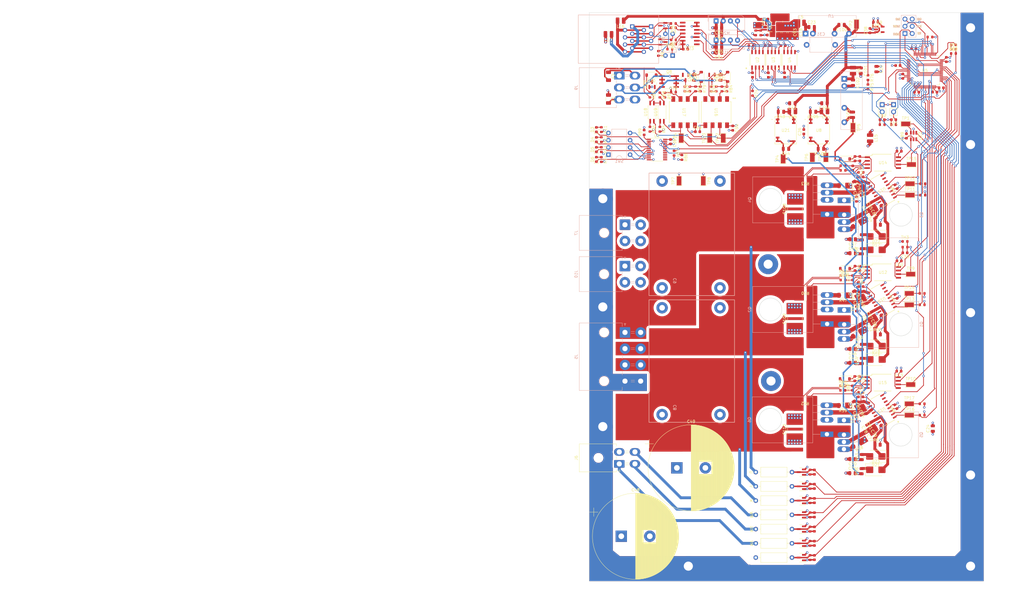
<source format=kicad_pcb>
(kicad_pcb (version 20221018) (generator pcbnew)
  (layers (0 "F.Cu" signal) (1 "In1.Cu" signal) (2 "In2.Cu" signal) (31 "B.Cu" signal) (34 "B.Paste" user) (35 "F.Paste" user) (36 "B.SilkS" user "B.Silkscreen") (37 "F.SilkS" user "F.Silkscreen") (38 "B.Mask" user) (39 "F.Mask" user) (44 "Edge.Cuts" user))
  (net 0 "")
  (net 1 "+VDC")
  (net 2 "-VDC")
  (net 3 "GND1")
  (net 4 "+15V")
  (net 5 "GND2")
  (net 6 "+3.3V")
  (net 7 "U")
  (net 8 "UH")
  (net 9 "UL")
  (net 10 "U_DATA")
  (net 11 "U_CLOCK")
  (net 12 "Net-(Q3-DS)")
  (net 13 "Net-(D22-A)")
  (net 14 "W")
  (net 15 "V")
  (net 16 "WH")
  (net 17 "WL")
  (net 18 "W_DATA")
  (net 19 "VH")
  (net 20 "VL")
  (net 21 "V_DATA")
  (net 22 "GND")
  (net 23 "Net-(U6-BST)")
  (net 24 "Net-(U6-SW)")
  (net 25 "Net-(U5A-VCAP_1)")
  (net 26 "5v_ISO")
  (net 27 "+5V")
  (net 28 "24V_ISO")
  (net 29 "RESET")
  (net 30 "HEATSINK_TEMP_1_ADC")
  (net 31 "UM_ADC")
  (net 32 "VM_ADC")
  (net 33 "WM_ADC")
  (net 34 "GATE_SUPPLY_ADC")
  (net 35 "HEATSINK_TEMP_2_ADC")
  (net 36 "U_ADC")
  (net 37 "V_ADC")
  (net 38 "W_ADC")
  (net 39 "VBUS_ADC")
  (net 40 "BOARD_TEMP_1_ADC")
  (net 41 "Net-(U7-VIN)")
  (net 42 "GND3")
  (net 43 "VBUS -5V")
  (net 44 "TX-")
  (net 45 "RX+")
  (net 46 "RX-")
  (net 47 "TX+")
  (net 48 "RX_ISO")
  (net 49 "TX_EN_ISO")
  (net 50 "TX_ISO")
  (net 51 "Net-(D17-K)")
  (net 52 "RX")
  (net 53 "TX")
  (net 54 "TACH_1")
  (net 55 "TX_EN")
  (net 56 "TACH_1_ISO")
  (net 57 "TACH_2")
  (net 58 "FAN_PWM")
  (net 59 "FAN_PWM_ISO")
  (net 60 "TACH_2_ISO")
  (net 61 "Net-(U11-VDDB)")
  (net 62 "Net-(Q4-DS)")
  (net 63 "Net-(D20-K)")
  (net 64 "Net-(D20-A)")
  (net 65 "Net-(U14-AINN)")
  (net 66 "Net-(U14-AINP)")
  (net 67 "Net-(U11-GNDB)")
  (net 68 "Net-(D25-K)")
  (net 69 "SWDIO")
  (net 70 "SWCLK")
  (net 71 "SWO")
  (net 72 "Net-(D28-K)")
  (net 73 "Net-(U20-VIN)")
  (net 74 "-5V")
  (net 75 "Net-(D3-A)")
  (net 76 "Net-(D4-A)")
  (net 77 "Net-(D5-A)")
  (net 78 "Net-(D6-A)")
  (net 79 "Net-(D17-A)")
  (net 80 "BOOT")
  (net 81 "Net-(Q3-G)")
  (net 82 "Net-(Q4-G)")
  (net 83 "Net-(U6-FB)")
  (net 84 "Net-(U11-OUTA)")
  (net 85 "Net-(U11-OUTB)")
  (net 86 "Net-(D22-K)")
  (net 99 "Net-(U16-A)")
  (net 100 "STO CH1")
  (net 101 "STO EN")
  (net 103 "Net-(U17-A)")
  (net 104 "STO CH2")
  (net 105 "Net-(R86-Pad1)")
  (net 106 "Net-(U18-Pad3)")
  (net 107 "Net-(R85-Pad1)")
  (net 108 "Net-(D16-K)")
  (net 109 "Net-(Q1-DS)")
  (net 110 "Net-(D18-A)")
  (net 111 "Net-(U10-VDDB)")
  (net 112 "Net-(Q2-DS)")
  (net 113 "Net-(U10-GNDB)")
  (net 114 "Net-(D19-K)")
  (net 115 "Net-(D19-A)")
  (net 116 "Net-(U12-AINN)")
  (net 117 "Net-(U12-AINP)")
  (net 118 "Net-(D21-K)")
  (net 119 "Net-(Q5-DS)")
  (net 120 "Net-(D23-A)")
  (net 121 "Net-(U13-VDDB)")
  (net 122 "Net-(Q6-DS)")
  (net 123 "Net-(U13-GNDB)")
  (net 124 "Net-(D24-K)")
  (net 125 "Net-(D24-A)")
  (net 126 "Net-(U15-AINN)")
  (net 127 "Net-(U15-AINP)")
  (net 128 "Net-(D16-A)")
  (net 129 "Net-(D18-K)")
  (net 130 "Net-(U10-OUTA)")
  (net 131 "Net-(Q1-G)")
  (net 132 "Net-(U10-OUTB)")
  (net 133 "Net-(Q2-G)")
  (net 134 "Net-(D21-A)")
  (net 135 "Net-(D23-K)")
  (net 136 "Net-(U13-OUTA)")
  (net 137 "Net-(Q5-G)")
  (net 138 "Net-(U13-OUTB)")
  (net 139 "Net-(Q6-G)")
  (net 140 "Net-(R72-Pad1)")
  (net 141 "Net-(R75-Pad1)")
  (net 142 "STO CH1 MCU FBK")
  (net 143 "Net-(R77-Pad2)")
  (net 144 "STO CH2 MCU FBK")
  (net 145 "Net-(R80-Pad2)")
  (net 158 "SAFE GND")
  (net 159 "STO FBK 24V")
  (net 160 "Net-(D30-A)")
  (net 161 "Net-(R67-Pad2)")
  (net 162 "Net-(R69-Pad2)")
  (net 163 "STO FBK OUT")
  (net 164 "Net-(J9-Pin_3)")
  (net 165 "Net-(J9-Pin_4)")
  (net 167 "Net-(C43-Pad1)")
  (net 168 "Net-(C105-Pad1)")
  (net 169 "UM")
  (net 170 "VM")
  (net 171 "WM")
  (net 172 "Net-(U22-IN)")
  (net 173 "V_CLOCK")
  (net 174 "W_CLOCK")
  (net 175 "STO CH1 FIELD")
  (net 176 "STO CH2 FIELD")
  (net 177 "Net-(U23-A)")
  (net 178 "Net-(U23-B)")
  (net 179 "Net-(U23-Z)")
  (net 180 "Net-(U23-Y)")
  (net 183 "Net-(J8-Pad14)")
  (net 184 "Net-(J8-Pad1)")
  (net 188 "Net-(D3-K)")
  (net 189 "Net-(D4-K)")
  (net 190 "Net-(D5-K)")
  (net 191 "Net-(D6-K)")
  (net 192 "Net-(U1-P07)")
  (net 193 "Net-(U1-P06)")
  (net 194 "Net-(U1-P05)")
  (net 195 "Net-(U1-P04)")
  (net 196 "SDA")
  (net 197 "SDL")
  (net 198 "Net-(U1-~{INT})")
  (net 211 "Net-(R90-Pad2)")
  (net 212 "Net-(R91-Pad2)")
  (footprint "Capacitor_THT:CP_Radial_D30.0mm_P10.00mm_SnapIn" (layer "F.Cu") (at 321.482066 235.5)
    (fp_text reference "C48")
    (fp_text value "470uf")
  )
  (footprint "Resistor_THT:R_Axial_DIN0309_L9.0mm_D3.2mm_P12.70mm_Horizontal" (layer "F.Cu") (at 368.65 242.989931)
    (fp_text reference "R44" hide)
    (fp_text value "1M")
  )
  (footprint "Capacitor_SMD:C_0603_1608Metric" (layer "F.Cu") (at 389.224 232.989931 -90)
    (fp_text reference "C28" hide)
    (fp_text value "0.1uf")
  )
  (footprint "Resistor_SMD:R_0603_1608Metric" (layer "F.Cu") (at 399.182286 184.268628)
    (fp_text reference "R61")
    (fp_text value "R")
  )
  (footprint "Capacitor_SMD:C_0603_1608Metric" (layer "F.Cu") (at 402.6625 106.2625 90)
    (fp_text reference "C72" hide)
    (fp_text value "C")
  )
  (footprint "Capacitor_SMD:C_0603_1608Metric" (layer "F.Cu") (at 411.375941 121.458606 120)
    (fp_text reference "C61")
    (fp_text value "0.1uf")
  )
  (footprint "Resistor_SMD:R_0805_2012Metric" (layer "F.Cu") (at 405.769786 212.668628 90)
    (fp_text reference "R56")
    (fp_text value "1")
  )
  (footprint "Package_TO_SOT_SMD:SOT-23-5" (layer "F.Cu") (at 412.00875 57.57)
    (fp_text reference "U9")
    (fp_text value "AP2127K-3.3")
  )
  (footprint "Inductor_SMD:L_1008_2520Metric" (layer "F.Cu") (at 317 59.25 180)
    (fp_text reference "L17")
    (fp_text value "10uH")
  )
  (footprint "Resistor_SMD:R_0603_1608Metric" (layer "F.Cu") (at 427 193)
    (fp_text reference "R20" hide)
    (fp_text value "10k")
  )
  (footprint "footprints:RES_HCSM2818_STP" (layer "F.Cu") (at 386.05 111.65 180)
    (fp_text reference "R63")
    (fp_text value ".005")
  )
  (footprint "Connector_PinHeader_2.54mm:PinHeader_1x02_P2.54mm_Vertical" (layer "F.Cu") (at 413 83.99)
    (fp_text reference "TH2" hide)
    (fp_text value "Thermistor")
  )
  (footprint "Inductor_SMD:L_1008_2520Metric" (layer "F.Cu") (at 321.25 54.5 180)
    (fp_text reference "L16")
    (fp_text value "10uH")
  )
  (footprint "footprints:B05xxMT-1WR4_MNS" (layer "F.Cu") (at 379.14105 93)
    (fp_text reference "U21")
    (fp_text value "B0505MT-1WR4")
  )
  (footprint "footprints:DWV0008A" (layer "F.Cu") (at 413.169786 181.568628)
    (fp_text reference "U15")
    (fp_text value "AMC1306M25DWVR")
  )
  (footprint "Capacitor_SMD:C_0805_2012Metric" (layer "F.Cu") (at 402.65 131.25 180)
    (fp_text reference "C37")
    (fp_text value "10uf")
  )
  (footprint "footprints:RES_HCSM2818_STP" (layer "F.Cu") (at 386.05 150.15 180)
    (fp_text reference "R50")
    (fp_text value ".005")
  )
  (footprint "Resistor_SMD:R_0603_1608Metric" (layer "F.Cu") (at 349.27 78.4702 -90)
    (fp_text reference "R79")
    (fp_text value "1k")
  )
  (footprint "Resistor_SMD:R_0603_1608Metric" (layer "F.Cu") (at 335.02 80.6101 -90)
    (fp_text reference "R69")
    (fp_text value "1K")
  )
  (footprint "Resistor_SMD:R_0603_1608Metric" (layer "F.Cu") (at 408 74.5 -90)
    (fp_text reference "R76")
    (fp_text value "10K")
  )
  (footprint "Capacitor_SMD:C_0805_2012Metric" (layer "F.Cu") (at 402.65 169.75 180)
    (fp_text reference "C46")
    (fp_text value "10uf")
  )
  (footprint "Capacitor_SMD:C_0603_1608Metric" (layer "F.Cu") (at 403.45 102.95 -90)
    (fp_text reference "C66" hide)
    (fp_text value "2.2")
  )
  (footprint "Diode_SMD:D_SMB" (layer "F.Cu") (at 410.85 173.45)
    (fp_text reference "D18")
    (fp_text value "D")
  )
  (footprint "Connector_Molex:Molex_Mini-Fit_Jr_5569-04A2_2x02_P4.20mm_Horizontal" (layer "F.Cu") (at 320.775 210.1 90)
    (fp_text reference "J6")
    (fp_text value "PFC SENSE")
  )
  (footprint "Resistor_SMD:R_0603_1608Metric" (layer "F.Cu") (at 331.52 80.6101 -90)
    (fp_text reference "R65")
    (fp_text value "10K")
  )
  (footprint "Capacitor_SMD:C_0805_2012Metric" (layer "F.Cu") (at 355.75 59 180)
    (fp_text reference "C90")
    (fp_text value "10uf")
  )
  (footprint "Capacitor_SMD:C_0603_1608Metric" (layer "F.Cu") (at 373.706 53.956)
    (fp_text reference "C11" hide)
    (fp_text value ".1uf")
  )
  (footprint "Capacitor_SMD:C_0805_2012Metric" (layer "F.Cu") (at 411 71.5 -90)
    (fp_text reference "C22")
    (fp_text value "10uf")
  )
  (footprint "Resistor_SMD:R_0603_1608Metric" (layer "F.Cu") (at 387.7 217.989931 -90)
    (fp_text reference "R41" hide)
    (fp_text value "5k")
  )
  (footprint "Capacitor_SMD:C_0603_1608Metric" (layer "F.Cu") (at 411.375941 159.958606 120)
    (fp_text reference "C56")
    (fp_text value "0.1uf")
  )
  (footprint "Capacitor_SMD:C_0805_2012Metric" (layer "F.Cu") (at 410.10481 161.496152 120)
    (fp_text reference "C52")
    (fp_text value "10uf")
  )
  (footprint "Package_TO_SOT_SMD:SOT-23" (layer "F.Cu") (at 384.652 242.989931 180)
    (fp_text reference "D15" hide)
    (fp_text value "D_Dual_Series_ACK")
  )
  (footprint "Package_SO:SOP-4_4.4x2.6mm_P1.27mm" (layer "F.Cu") (at 335.77 86.6101 90)
    (fp_text reference "U19")
    (fp_text value "FODM217A")
  )
  (footprint "Inductor_SMD:L_0603_1608Metric" (layer "F.Cu") (at 405.55 107.75)
    (fp_text reference "L3")
    (fp_text value "10uH")
  )
  (footprint "Capacitor_SMD:C_0603_1608Metric" (layer "F.Cu") (at 433.712 78.064)
    (fp_text reference "C17" hide)
    (fp_text value "0.1uf")
  )
  (footprint "Resistor_SMD:R_1206_3216Metric" (layer "F.Cu") (at 404.069786 203.268628 -150)
    (fp_text reference "R58")
    (fp_text value "10")
  )
  (footprint "footprints:SOICN-8_LTF" (layer "F.Cu") (at 374.846 68.25 90)
    (fp_text reference "U3")
    (fp_text value "ISO6721BQDRQ1")
  )
  (footprint "Resistor_THT:R_Axial_DIN0309_L9.0mm_D3.2mm_P12.70mm_Horizontal" (layer "F.Cu") (at 368.65 217.989931)
    (fp_text reference "R40" hide)
    (fp_text value "1M")
  )
  (footprint "Diode_SMD:D_SOD-123" (layer "F.Cu") (at 399.95 103.05 180)
    (fp_text reference "D20" hide)
    (fp_text value "BZT52C5V1")
  )
  (footprint "Resistor_SMD:R_0603_1608Metric" (layer "F.Cu") (at 345.52 78.4702 90)
    (fp_text reference "R78")
    (fp_text value "1K")
  )
  (footprint "footprints:TestPoint_Pad_3.1x1.6mm" (layer "F.Cu") (at 423 143.5)
    (fp_text reference "TP9")
    (fp_text value "TestPoint")
  )
  (footprint "Resistor_THT:R_Axial_DIN0309_L9.0mm_D3.2mm_P12.70mm_Horizontal" (layer "F.Cu") (at 368.65 228)
    (fp_text reference "R29" hide)
    (fp_text value "1M")
  )
  (footprint "Capacitor_SMD:C_0805_2012Metric" (layer "F.Cu") (at 391.5 99.5 180)
    (fp_text reference "C106")
    (fp_text value "10uf")
  )
  (footprint "Resistor_SMD:R_0603_1608Metric" (layer "F.Cu") (at 413 91.015)
    (fp_text reference "R37" hide)
    (fp_text value "10k")
  )
  (footprint "footprints:MountingHole_3.2mm_M3_Pad_TopBottom_LargeIsolation" (layer "F.Cu") (at 315 155)
    (fp_text reference "H12" hide)
    (fp_text value "MountingHole")
  )
  (footprint "Package_SO:TSSOP-24_4.4x7.8mm_P0.65mm" (layer "F.Cu") (at 334 99.75)
    (fp_text reference "U1")
    (fp_text value "TCA9555PWR")
  )
  (footprint "Resistor_SMD:R_1206_3216Metric" (layer "F.Cu") (at 399.3 112.4 180)
    (fp_text reference "R55" hide)
    (fp_text value "10")
  )
  (footprint "Package_TO_SOT_SMD:SOT-23" (layer "F.Cu") (at 384.652 212.989931 180)
    (fp_text reference "D12" hide)
    (fp_text value "D_Dual_Series_ACK")
  )
  (footprint "Capacitor_SMD:C_0805_2012Metric" (layer "F.Cu") (at 369.75 55 -90)
    (fp_text reference "C92")
    (fp_text value "10uf")
  )
  (footprint "Diode_SMD:D_SMB" (layer "F.Cu") (at 410.769786 212.168628)
    (fp_text reference "D23")
    (fp_text value "D")
  )
  (footprint "Capacitor_SMD:C_0805_2012Metric" (layer "F.Cu") (at 381.5 83.5 180)
    (fp_text reference "C42")
    (fp_text value "10uf")
  )
  (footprint "Resistor_SMD:R_0603_1608Metric" (layer "F.Cu") (at 336.77 80.6101 -90)
    (fp_text reference "R67")
    (fp_text value "1K")
  )
  (footprint "Resistor_SMD:R_0603_1608Metric" (layer "F.Cu") (at 343.77 78.4702 -90)
    (fp_text reference "R77")
    (fp_text value "1K")
  )
  (footprint "footprints:DWV0008A" (layer "F.Cu") (at 413.25 104.35)
    (fp_text reference "U14")
    (fp_text value "AMC1306M25DWVR")
  )
  (footprint "Capacitor_SMD:C_0603_1608Metric" (layer "F.Cu") (at 402.6625 144.7625 90)
    (fp_text reference "C67")
    (fp_text value "C")
  )
  (footprint "footprints:TestPoint_Pad_3.1x1.6mm" (layer "F.Cu") (at 388.5 102.5 90)
    (fp_text reference "TP6")
    (fp_text value "TestPoint")
  )
  (footprint "Capacitor_SMD:C_0603_1608Metric" (layer "F.Cu") (at 367.5 73.584 -90)
    (fp_text reference "C5" hide)
    (fp_text value "0.1uf")
  )
  (footprint "Capacitor_SMD:C_0603_1608Metric" (layer "F.Cu") (at 405.745354 111.945354 120)
    (fp_text reference "C76")
    (fp_text value "0.1uf")
  )
  (footprint "Fuse:Fuse_1206_3216Metric" (layer "F.Cu") (at 317 74 -90)
    (fp_text reference "F2")
    (fp_text value "Polyfuse")
  )
  (footprint "footprints:6N137S_LTO" (layer "F.Cu") (at 354.77 86.6101 -90)
    (fp_text reference "U16")
    (fp_text value "6N137")
  )
  (footprint "Package_TO_SOT_SMD:SOT-23" (layer "F.Cu") (at 384.652 232.989931 180)
    (fp_text reference "D8" hide)
    (fp_text value "D_Dual_Series_ACK")
  )
  (footprint "Package_TO_SOT_SMD:SOT-23" (layer "F.Cu") (at 353.27 74.4702 -90)
    (fp_text reference "D26")
    (fp_text value "D_Dual_Series_ACK")
  )
  (footprint "footprints:IC6_AP64060QWU-7_DIO" (layer "F.Cu") (at 373.452 56.75)
    (fp_text reference "U6")
    (fp_text value "AP64060QWU-7")
  )
  (footprint "footprints:MountingHole_3.2mm_M3_Pad_TopBottom_LargeIsolation" (layer "F.Cu") (at 444 57)
    (fp_text reference "H9" hide)
    (fp_text value "MountingHole")
  )
  (footprint "Capacitor_SMD:C_0603_1608Metric" (layer "F.Cu") (at 378.25 63.25 180)
    (fp_text reference "C4" hide)
    (fp_text value "0.1uf")
  )
  (footprint "Resistor_SMD:R_0603_1608Metric" (layer "F.Cu") (at 399.2625 107.05)
    (fp_text reference "R60" hide)
    (fp_text value "R")
  )
  (footprint "Capacitor_SMD:C_0603_1608Metric" (layer "F.Cu") (at 360.58 92.2202 -90)
    (fp_text reference "C96")
    (fp_text value "0.1uf")
  )
  (footprint "Resistor_SMD:R_0805_2012Metric" (layer "F.Cu") (at 405.85 173.95 90)
    (fp_text reference "R34")
    (fp_text value "1")
  )
  (footprint "Resistor_SMD:R_0603_1608Metric" (layer "F.Cu") (at 387.7 242.989931 -90)
    (fp_text reference "R45" hide)
    (fp_text value "5k")
  )
  (footprint "footprints:TestPoint_Pad_3.1x1.6mm" (layer "F.Cu") (at 404 55.75 90)
    (fp_text reference "TP2")
    (fp_text value "TestPoint")
  )
  (footprint "Capacitor_SMD:C_0805_2012Metric" (layer "F.Cu") (at 430.75 197.7 90)
    (fp_text reference "C24")
    (fp_text value "10uf")
  )
  (footprint "LED_SMD:LED_0603_1608Metric" (layer "F.Cu") (at 312.75 96.25 90)
    (fp_text reference "D4")
    (fp_text value "LED")
  )
  (footprint "footprints:MountingHole_3.2mm_M3_Pad_TopBottom_LargeIsolation" (layer "F.Cu") (at 444 98)
    (fp_text reference "H6" hide)
    (fp_text value "MountingHole")
  )
  (footprint "Capacitor_SMD:C_0603_1608Metric" (layer "F.Cu") (at 418.95 100.35 180)
    (fp_text reference "C51" hide)
    (fp_text value "0.1uf")
  )
  (footprint "Inductor_SMD:L_1008_2520Metric" (layer "F.Cu") (at 392.75 86.25 180)
    (fp_text reference "L7")
    (fp_text value "10uH")
  )
  (footprint "Resistor_SMD:R_0805_2012Metric" (layer "F.Cu") (at 405.85 135.45 90)
    (fp_text reference "R68")
    (fp_text value "1")
  )
  (footprint "Resistor_SMD:R_0603_1608Metric" (layer "F.Cu") (at 417 91.015 180)
    (fp_text reference "R24" hide)
    (fp_text value "10k")
  )
  (footprint "Resistor_SMD:R_0603_1608Metric" (layer "F.Cu") (at 399.25 143.95)
    (fp_text reference "R52")
    (fp_text value "R")
  )
  (footprint "Capacitor_SMD:C_0603_1608Metric" (layer "F.Cu") (at 417.85 151.3 120)
    (fp_text reference "C45")
    (fp_text value "0.1uf")
  )
  (footprint "Capacitor_SMD:C_0805_2012Metric" (layer "F.Cu") (at 403.519786 189.018628 120)
    (fp_text reference "C83")
    (fp_text value "10uf")
  )
  (footprint "Diode_SMD:D_SOD-123" (layer "F.Cu") (at 358.77 74.2202 90)
    (fp_text reference "D25")
    (fp_text value "BZT52C5V1")
  )
  (footprint "footprints:MountingHole_3.2mm_M3_Pad_TopBottom_LargeIsolation" (layer "F.Cu") (at 444 246)
    (fp_text reference "H10" hide)
    (fp_text value "MountingHole")
  )
  (footprint "Resistor_SMD:R_0603_1608Metric" (layer "F.Cu") (at 354.77 78.4702 90)
    (fp_text reference "R72")
    (fp_text value "1K")
  )
  (footprint "footprints:MountingHole_3.2mm_M3_Pad_TopBottom_LargeIsolation" (layer "F.Cu") (at 345 246)
    (fp_text reference "H14" hide)
    (fp_text value "MountingHole")
  )
  (footprint "Capacitor_SMD:C_0603_1608Metric" (layer "F.Cu") (at 405.66514 189.163982 120)
    (fp_text reference "C85")
    (fp_text value "0.1uf")
  )
  (footprint "Resistor_SMD:R_0603_1608Metric" (layer "F.Cu") (at 331.52 92.6101 -90)
    (fp_text reference "R86")
    (fp_text value "220")
  )
  (footprint "Capacitor_SMD:C_0805_2012Metric" (layer "F.Cu") (at 402.75 87.55 90)
    (fp_text reference "C103")
    (fp_text value "10uf")
  )
  (footprint "LED_SMD:LED_0603_1608Metric" (layer "F.Cu") (at 312.75 99.75 90)
    (fp_text reference "D5")
    (fp_text value "LED")
  )
  (footprint "Diode_SMD:D_SOD-123" (layer "F.Cu") (at 349.52 74.2202 90)
    (fp_text reference "D28")
    (fp_text value "BZT52C5V1")
  )
  (footprint "Resistor_SMD:R_1206_3216Metric" (layer "F.Cu") (at 404.15 126.05 -150)
    (fp_text reference "R54" hide)
    (fp_text value "10")
  )
  (footprint "Capacitor_SMD:C_0603_1608Metric" (layer "F.Cu") (at 418.869786 177.568628 180)
    (fp_text reference "C73")
    (fp_text value "0.1uf")
  )
  (footprint "Capacitor_SMD:C_0805_2012Metric" (layer "F.Cu") (at 388.75 86.5 180)
    (fp_text reference "C105")
    (fp_text value "10uf")
  )
  (footprint "Capacitor_SMD:C_0603_1608Metric" (layer "F.Cu") (at 403.369786 180.168628 -90)
    (fp_text reference "C86")
    (fp_text value "2.2")
  )
  (footprint "Capacitor_SMD:C_0805_2012Metric" (layer "F.Cu") (at 376.75 58.606 -90)
    (fp_text reference "C19" hide)
    (fp_text value "10uf")
  )
  (footprint "Capacitor_SMD:C_0805_2012Metric" (layer "F.Cu") (at 408.35481 158.465063 120)
    (fp_text reference "C53")
    (fp_text value "10uf")
  )
  (footprint "Resistor_SMD:R_0603_1608Metric" (layer "F.Cu") (at 334.5 66 -90)
    (fp_text reference "R91")
    (fp_text value "120")
  )
  (footprint "Diode_SMD:D_SMB" (layer "F.Cu") (at 410.85 168.75 180)
    (fp_text reference "D16")
    (fp_text value "D")
  )
  (footprint "Capacitor_SMD:C_0805_2012Metric" (layer "F.Cu") (at 347.02 74.4702 90)
    (fp_text reference "C98")
    (fp_text value "10uf")
  )
  (footprint "Capacitor_SMD:C_0603_1608Metric" (layer "F.Cu") (at 410.69875 55 180)
    (fp_text reference "C41")
    (fp_text value "2.2uf")
  )
  (footprint "Capacitor_SMD:C_0805_2012Metric" (layer "F.Cu") (at 408.35481 119.965063 120)
    (fp_text reference "C10")
    (fp_text value "10uf")
  )
  (footprint "Resistor_SMD:R_1206_3216Metric" (layer "F.Cu") (at 399.3 150.9 180)
    (fp_text reference "R47")
    (fp_text value "10")
  )
  (footprint "Capacitor_SMD:C_0603_1608Metric" (layer "F.Cu") (at 421.5 95 90)
    (fp_text reference "C89")
    (fp_text value "0.1uf")
  )
  (footprint "Capacitor_SMD:C_0603_1608Metric" (layer "F.Cu") (at 418.95 138.85 180)
    (fp_text reference "C50")
    (fp_text value "0.1uf")
  )
  (footprint "Capacitor_SMD:C_0603_1608Metric" (layer "F.Cu") (at 407.245354 153.04343 120)
    (fp_text reference "C60")
    (fp_text value "0.1uf")
  )
  (footprint "Package_TO_SOT_SMD:SOT-23" (layer "F.Cu") (at 344.02 74.4702 -90)
    (fp_text reference "D27")
    (fp_text value "D_Dual_Series_ACK")
  )
  (footprint "Capacitor_SMD:C_0603_1608Metric" (layer "F.Cu") (at 409.85 157.3 120)
    (fp_text reference "C57")
    (fp_text value "0.1uf")
  )
  (footprint "Capacitor_SMD:C_0805_2012Metric" (layer "F.Cu") (at 382.75 58.606 -90)
    (fp_text reference "C18")
    (fp_text value "10uf")
  )
  (footprint "Capacitor_THT:CP_Radial_D30.0mm_P10.00mm_SnapIn" (layer "F.Cu") (at 340.982066 211.5)
    (fp_text reference "C49")
    (fp_text value "470uf")
  )
  (footprint "Capacitor_SMD:C_0805_2012Metric" (layer "F.Cu") (at 377.5 86.5 180)
    (fp_text reference "C43")
    (fp_text value "10uf")
  )
  (footprint "Resistor_SMD:R_0603_1608Metric" (layer "F.Cu") (at 356.77 78.4702 -90)
    (fp_text reference "R71")
    (fp_text value "1k")
  )
  (footprint "Resistor_SMD:R_0603_1608Metric" (layer "F.Cu") (at 347.52 78.4702 -90)
    (fp_text reference "R83")
    (fp_text value "1k")
  )
  (footprint "Capacitor_SMD:C_0805_2012Metric" (layer "F.Cu") (at 405.269786 192.018628 120)
    (fp_text reference "C82")
    (fp_text value "10uf")
  )
  (footprint "Capacitor_SMD:C_0805_2012Metric" (layer "F.Cu") (at 408.274596 197.183691 120)
    (fp_text reference "C78")
    (fp_text value "10uf")
  )
  (footprint "footprints:TestPoint_Pad_3.1x1.6mm" (layer "F.Cu") (at 402.75 92.05 -90)
    (fp_text reference "TP5")
    (fp_text value "TestPoint")
  )
  (footprint "Capacitor_SMD:C_0603_1608Metric" (layer "F.Cu") (at 405.15 102.95 -90)
    (fp_text reference "C69" hide)
    (fp_text value "0.1uf")
  )
  (footprint "Inductor_SMD:L_1008_2520Metric" (layer "F.Cu") (at 384.5 55.25)
    (fp_text reference "L5")
    (fp_text value "10uH")
  )
  (footprint "Resistor_THT:R_Axial_DIN0309_L9.0mm_D3.2mm_P12.70mm_Horizontal" (layer "F.Cu") (at 368.65 237.989931)
    (fp_text reference "R27" hide)
    (fp_text value "1M")
  )
  (footprint "Inductor_SMD:L_0603_1608Metric" (layer "F.Cu") (at 403.95 155.65 90)
    (fp_text reference "L9")
    (fp_text value "10uH")
  )
  (footprint "Resistor_SMD:R_0805_2012Metric" (layer "F.Cu") (at 411.369786 203.368628)
    (fp_text reference "R57")
    (fp_text value "800")
  )
  (footprint "Resistor_SMD:R_0805_2012Metric" (layer "F.Cu") (at 411.45 126.15)
    (fp_text reference "R51" hide)
    (fp_text value "800")
  )
  (footprint "Resistor_SMD:R_0603_1608Metric" (layer "F.Cu") (at 438 66.02)
    (fp_text reference "R82")
    (fp_text value "1K")
  )
  (footprint "footprints:DWV0008A" (layer "F.Cu") (at 413.25 142.85)
    (fp_text reference "U12")
    (fp_text value "AMC1306M25DWVR")
  )
  (footprint "Capacitor_SMD:C_0603_1608Metric" (layer "F.Cu") (at 389.224 242.989931 -90)
    (fp_text reference "C36" hide)
    (fp_text value "0.1uf")
  )
  (footprint "footprints:PG-DSO-16-11" (layer "F.Cu") (at 412.85 114.05 -150)
    (fp_text reference "U11")
    (fp_text value "2EDF9275FXUMA1")
  )
  (footprint "Resistor_SMD:R_0603_1608Metric" (layer "F.Cu") (at 387.7 237.989931 -90)
    (fp_text reference "R28" hide)
    (fp_text value "5k")
  )
  (footprint "Capacitor_SMD:C_0805_2012Metric" (layer "F.Cu") (at 410.10481 122.996152 120)
    (fp_text reference "C54")
    (fp_text value "10uf")
  )
  (footprint "Capacitor_SMD:C_2220_5650Metric" (layer "F.Cu") (at 382.4 198 90)
    (fp_text reference "C110")
    (fp_text value ".1uf")
  )
  (footprint "Capacitor_SMD:C_0603_1608Metric" (layer "F.Cu") (at 405.745354 150.445354 120)
    (fp_text reference "C63")
    (fp_text value "0.1uf")
  )
  (footprint "Capacitor_SMD:C_0805_2012Metric" (layer "F.Cu") (at 355.75 65.75 180)
    (fp_text reference "C91")
    (fp_text value "10uf")
  )
  (footprint "Capacitor_SMD:C_0603_1608Metric" (layer "F.Cu") (at 425.076 79.588 180)
    (fp_text reference "C14" hide)
    (fp_text value "0.1uf")
  )
  (footprint "Capacitor_SMD:C_0603_1608Metric" (layer "F.Cu") (at 385.5 93.5 90)
    (fp_text reference "C26")
    (fp_text value "220pf")
  )
  (footprint "Package_TO_SOT_SMD:SOT-23" (layer "F.Cu") (at 384.652 222.989931 180)
    (fp_text reference "D14" hide)
    (fp_text value "D_Dual_Series_ACK")
  )
  (footprint "Resistor_SMD:R_0603_1608Metric" (layer "F.Cu") (at 427.25 111.75)
    (fp_text reference "R21" hide)
    (fp_text value "10k")
  )
  (footprint "Capacitor_SMD:C_0805_2012Metric" (layer "F.Cu") (at 410.024596 200.21478 120)
    (fp_text reference "C77")
    (fp_text value "10uf")
  )
  (footprint "Diode_SMD:D_SMB" (layer "F.Cu") (at 410.85 130.25 180)
    (fp_text reference "D17")
    (fp_text value "D")
  )
  (footprint "footprints:B05xxMT-1WR4_MNS" (layer "F.Cu") (at 390.75 93)
    (fp_text reference "U8")
    (fp_text value "B0505MT-1WR4")
  )
  (footprint "Resistor_SMD:R_0603_1608Metric" (layer "F.Cu") (at 367.5 80 -90)
    (fp_text reference "R74")
    (fp_text value "1K")
  )
  (footprint "Capacitor_SMD:C_0603_1608Metric" (layer "F.Cu") (at 373.068 73.584 -90)
    (fp_text reference "C6" hide)
    (fp_text value "0.1uf")
  )
  (footprint "Capacitor_SMD:C_0805_2012Metric" (layer "F.Cu") (at 403.6 111.8 120)
    (fp_text reference "C74")
    (fp_text value "10uf")
  )
  (footprint "Capacitor_SMD:C_0603_1608Metric" (layer "F.Cu") (at 378.75 73.584 -90)
    (fp_text reference "C7" hide)
    (fp_text value "0.1uf")
  )
  (footprint "Resistor_SMD:R_0603_1608Metric" (layer "F.Cu") (at 314.5 96.25 -90)
    (fp_text reference "R12")
    (fp_text value "1k")
  )
  (footprint "Capacitor_SMD:C_0603_1608Metric" (layer "F.Cu") (at 409.769786 196.018628 120)
    (fp_text reference "C81")
    (fp_text value "0.1uf")
  )
  (footprint "Inductor_SMD:L_1008_2520Metric" (layer "F.Cu") (at 381.5 86.25 180)
    (fp_text reference "L10")
    (fp_text value "10uH")
  )
  (footprint "Diode_SMD:D_SOD-123" (layer "F.Cu") (at 399.869786 180.268628 180)
    (fp_text reference "D24")
    (fp_text value "BZT52C5V1")
  )
  (footprint "Resistor_SMD:R_0603_1608Metric" (layer "F.Cu") (at 329.5 93.75 90)
    (fp_text reference "R89")
    (fp_text value "10k")
  )
  (footprint "Capacitor_SMD:C_0603_1608Metric" (layer "F.Cu") (at 403.45 141.45 -90)
    (fp_text reference "C64")
    (fp_text value "2.2")
  )
  (footprint "Resistor_SMD:R_0603_1608Metric" (layer "F.Cu") (at 438 63 180)
    (fp_text reference "R80")
    (fp_text value "10K")
  )
  (footprint "footprints:TestPoint_Pad_3.1x1.6mm" (layer "F.Cu") (at 378.25 103 90)
    (fp_text reference "TP4")
    (fp_text value "TestPoint")
  )
  (footprint "Capacitor_SMD:C_0603_1608Metric" (layer "F.Cu") (at 402.582286 183.481128 90)
    (fp_text reference "C88")
    (fp_text value "C")
  )
  (footprint "Capacitor_SMD:C_0603_1608Metric" (layer "F.Cu") (at 408.69875 58 90)
    (fp_text reference "C38")
    (fp_text value "2.2uf")
  )
  (footprint "Diode_SMD:D_SMB" (layer "F.Cu") (at 410.769786 207.468628 180)
    (fp_text reference "D21")
    (fp_text value "D")
  )
  (footprint "footprints:TestPoint_Pad_3.1x1.6mm" (layer "F.Cu") (at 342.5 95.75 90)
    (fp_text reference "TP24")
    (fp_text value "TestPoint")
  )
  (footprint "Inductor_SMD:L_0603_1608Metric" (layer "F.Cu") (at 403.869786 194.368628 90)
    (fp_text reference "L13")
    (fp_text value "10uH")
  )
  (footprint "Resistor_SMD:R_0805_2012Metric" (layer "F.Cu") (at 411.45 164.65)
    (fp_text reference "R35")
    (fp_text value "800")
  )
  (footprint "Inductor_SMD:L_0603_1608Metric" (layer "F.Cu") (at 405.469786 184.968628)
    (fp_text reference "L14")
    (fp_text value "10uH")
  )
  (footprint "Resistor_SMD:R_0603_1608Metric" (layer "F.Cu") (at 427 150.25)
    (fp_text reference "R22" hide)
    (fp_text value "10k")
  )
  (footprint "Capacitor_SMD:C_0805_2012Metric" (layer "F.Cu") (at 356.27 74.4702 90)
    (fp_text reference "C97")
    (fp_text value "10uf")
  )
  (footprint "footprints:TestPoint_Pad_3.1x1.6mm" (layer "F.Cu") (at 423 182.25)
    (fp_text reference "TP10")
    (fp_text value "TestPoint")
  )
  (footprint "Resistor_SMD:R_0603_1608Metric" (layer "F.Cu") (at 427.25 115.75)
    (fp_text reference "R18" hide)
    (fp_text value "10k")
  )
  (footprint "Resistor_SMD:R_0603_1608Metric" (layer "F.Cu") (at 340 101 -90)
    (fp_text reference "R87")
    (fp_text value "10k")
  )
  (footprint "Inductor_SMD:L_0603_1608Metric" (layer "F.Cu") (at 403.95 117.15 90)
    (fp_text reference "L4")
    (fp_text value "10uH")
  )
  (footprint "Resistor_SMD:R_0603_1608Metric" (layer "F.Cu") (at 368.626 58.782 90)
    (fp_text reference "R5" hide)
    (fp_text value "115k")
  )
  (footprint "footprints:RES_HCSM2818_STP" (layer "F.Cu") (at 385.969786 188.868628 180)
    (fp_text reference "R62")
    (fp_text value ".005")
  )
  (footprint "Resistor_SMD:R_0603_1608Metric" (layer "F.Cu") (at 339.75 57 180)
    (fp_text reference "R3")
    (fp_text value "10")
  )
  (footprint "Resistor_SMD:R_1206_3216Metric" (layer "F.Cu") (at 404.15 164.55 -150)
    (fp_text reference "R36")
    (fp_text value "10")
  )
  (footprint "Capacitor_SMD:C_0805_2012Metric" (layer "F.Cu") (at 402.619786 208.418628 180)
    (fp_text reference "C70")
    (fp_text value "10uf")
  )
  (footprint "Resistor_SMD:R_0805_2012Metric" (layer "F.Cu") (at 405.85 130.55 90)
    (fp_text reference "R48" hide)
    (fp_text value "1")
  )
  (footprint "footprints:TestPoint_Pad_3.1x1.6mm" (layer "F.Cu") (at 350.25 110.75 -90)
    (fp_text reference "TP8")
    (fp_text value "TestPoint")
  )
  (footprint "Inductor_SMD:L_0603_1608Metric" (layer "F.Cu") (at 405.55 109.35)
    (fp_text reference "L2")
    (fp_text value "10uH")
  )
  (footprint "Package_SO:SOIC-8_3.9x4.9mm_P1.27mm" (layer "F.Cu") (at 338.27 75.8601)
    (fp_text reference "Q8")
    (fp_text value "PMOS")
  )
  (footprint "Resistor_SMD:R_0603_1608Metric" (layer "F.Cu") (at 399.2625 145.55)
    (fp_text reference "R49")
    (fp_text value "R")
  )
  (footprint "Capacitor_SMD:C_0805_2012Metric" (layer "F.Cu") (at 402.75 76.3 -90)
    (fp_text reference "C102")
    (fp_text value "10uf")
  )
  (footprint "Resistor_SMD:R_0603_1608Metric" (layer "F.Cu") (at 314.5 99.75 -90)
    (fp_text reference "R13")
    (fp_text value "1k")
  )
  (footprint "Package_TO_SOT_SMD:SOT-23-6" (layer "F.Cu") (at 424 95 -90)
    (fp_text reference "U22")
    (fp_text value "PL133-37TC")
  )
  (footprint "Resistor_SMD:R_0603_1608Metric" (layer "F.Cu") (at 314.5 92.75 -90)
    (fp_text reference "R11")
    (fp_text value "1k")
  )
  (footprint "Inductor_SMD:L_0603_1608Metric" (layer "F.Cu") (at 405.55 146.25)
    (fp_text reference "L11")
    (fp_text value "10uH")
  )
  (footprint "footprints:TestPoint_Pad_3.1x1.6mm" (layer "F.Cu") (at 422.5 154.25)
    (fp_text reference "TP13")
    (fp_text value "TestPoint")
  )
  (footprint "Resistor_SMD:R_0603_1608Metric" (layer "F.Cu") (at 353.02 78.4702 -90)
    (fp_text reference "R73")
    (fp_text value "1K")
  )
  (footprint "Inductor_SMD:L_0603_1608Metric" (layer "F.Cu") (at 405.55 147.85)
    (fp_text reference "L8")
    (fp_text value "10uH")
  )
  (footprint "Resistor_SMD:R_0603_1608Metric" (layer "F.Cu") (at 339.8125 61.25 180)
    (fp_text reference "R2")
    (fp_text value "10")
  )
  (footprint "Capacitor_SMD:C_0805_2012Metric" (layer "F.Cu") (at 378.75 58.606 -90)
    (fp_text reference "C16" hide)
    (fp_text value "10uf")
  )
  (footprint "Capacitor_SMD:C_0603_1608Metric" (layer "F.Cu") (at 405.15 141.45 -90)
    (fp_text reference "C65")
    (fp_text value "0.1uf")
  )
  (footprint "Capacitor_SMD:C_0805_2012Metric" (layer "F.Cu") (at 405.5 72.05 -90)
    (fp_text reference "C101")
    (fp_text value "10uf")
  )
  (footprint "LED_SMD:LED_0603_1608Metric" (layer "F.Cu") (at 312.75 103.2125 90)
    (fp_text reference "D6")
    (fp_text value "LED")
  )
  (footprint "Package_SO:SOP-4_4.4x2.6mm_P1.27mm" (layer "F.Cu") (at 332.27 86.6101 90)
    (fp_text reference "U18")
    (fp_text value "FODM217A")
  )
  (footprint "Capacitor_SMD:C_0805_2012Metric" (layer "F.Cu") (at 392.75 83.5 180)
    (fp_text reference "C104")
    (fp_text value "10uf")
  )
  (footprint "footprints:TestPoint_Pad_3.1x1.6mm" (layer "F.Cu") (at 422.5 193)
    (fp_text reference "TP16")
    (fp_text value "TestPoint")
  )
  (footprint "Resistor_SMD:R_0603_1608Metric" (layer "F.Cu") (at 387.7 232.989931 -90)
    (fp_text reference "R26" hide)
    (fp_text value "5k")
  )
  (footprint "footprints:TestPoint_Pad_3.1x1.6mm" (layer "F.Cu") (at 422.75 111.75)
    (fp_text reference "TP12")
    (fp_text value "TestPoint")
  )
  (footprint "Capacitor_SMD:C_0603_1608Metric" (layer "F.Cu") (at 413 89.265)
    (fp_text reference "C32")
    (fp_text value "2.2uf")
  )
  (footprint "Capacitor_SMD:C_0603_1608Metric" (layer "F.Cu") (at 389.224 212.989931 -90)
    (fp_text reference "C33" hide)
    (fp_text value "0.1uf")
  )
  (footprint "Resistor_SMD:R_0805_2012Metric" (layer "F.Cu") (at 405.819786 207.718628 90)
    (fp_text reference "R53")
    (fp_text value "1")
  )
  (footprint "Resistor_SMD:R_0603_1608Metric" (layer "F.Cu") (at 335.02 92.6101 -90)
    (fp_text reference "R85")
    (fp_text value "220")
  )
  (footprint "footprints:LQFP64-10x10mm" (layer "F.Cu") (at 428 72)
    (fp_text reference "U5")
    (fp_text value "STM32F413RGT6")
  )
  (footprint "Diode_SMD:D_SMB" (layer "F.Cu") (at 410.85 134.95)
    (fp_text reference "D22")
    (fp_text value "D")
  )
  (footprint "Capacitor_SMD:C_0603_1608Metric" (layer "F.Cu") (at 435.49 68.158 -90)
    (fp_text reference "C21" hide)
    (fp_text value "0.1uf")
  )
  (footprint "Capacitor_SMD:C_0603_1608Metric" (layer "F.Cu") (at 421 136 180)
    (fp_text reference "C39")
    (fp_text value "2.2uf")
  )
  (footprint "footprints:SOICN-8_LTF" (layer "F.Cu") (at 369.25 68.25 90)
    (fp_text reference "U2")
    (fp_text value "ISO6721BQDRQ1")
  )
  (footprint "Capacitor_SMD:C_0805_2012Metric" (layer "F.Cu") (at 355.75 63.75 180)
    (fp_text reference "C95")
    (fp_text value "10uf")
  )
  (footprint "Resistor_SMD:R_0603_1608Metric" (layer "F.Cu") (at 358.52 78.4702 -90)
    (fp_text reference "R84")
    (fp_text value "1k")
  )
  (footprint "Fuse:Fuse_1206_3216Metric" (layer "F.Cu") (at 317 82 -90)
    (fp_text reference "F1")
    (fp_text value "Polyfuse")
  )
  (footprint "Resistor_SMD:R_0603_1608Metric" (layer "F.Cu") (at 370.404 58.782 -90)
    (fp_text reference "R6" hide)
    (fp_text value "22.1k")
  )
  (footprint "Capacitor_SMD:C_0603_1608Metric" (layer "F.Cu") (at 367 63.25 180)
    (fp_text reference "C2" hide)
    (fp_text value "0.1uf")
  )
  (footprint "footprints:MountingHole_3.2mm_M3_Pad_TopBottom_LargeIsolation" (layer "F.Cu") (at 315 197)
    (fp_text reference "H13" hide)
    (fp_text value "MountingHole")
  )
  (footprint "Resistor_SMD:R_1206_3216Metric" (layer "F.Cu") (at 399.219786 189.618628 180)
    (fp_text reference "R59")
    (fp_text value "10")
  )
  (footprint "footprints:TestPoint_Pad_3.1x1.6mm" (layer "F.Cu") (at 421.25 90.75)
    (fp_text reference "TP1")
    (fp_text value "TestPoint")
  )
  (footprint "Capacitor_SMD:C_2220_5650Metric" (layer "F.Cu") (at 382.4 120.6 90)
    (fp_text reference "C108")
    (fp_text value ".1uf")
  )
  (footprint "Resistor_SMD:R_0603_1608Metric" (layer "F.Cu") (at 339.8125 62.75 180)
    (fp_text reference "R1")
    (fp_text value "10")
  )
  (footprint "Capacitor_SMD:C_0603_1608Metric" (layer "F.Cu") (at 417.769786 190.018628 120)
    (fp_text reference "C68")
    (fp_text value "0.1uf")
  )
  (footprint "Capacitor_SMD:C_0603_1608Metric" (layer "F.Cu") (at 405.069786 180.168628 -90)
    (fp_text reference "C87")
    (fp_text value "0.1uf")
  )
  (footprint "Resistor_SMD:R_0603_1608Metric" (layer "F.Cu") (at 339.75 55.5 180)
    (fp_text reference "R4")
    (fp_text value "10")
  )
  (footprint "Resistor_SMD:R_0603_1608Metric" (layer "F.Cu") (at 387.7 222.989931 -90)
    (fp_text reference "R43" hide)
    (fp_text value "5k")
  )
  (footprint "Capacitor_SMD:C_0603_1608Metric" (layer "F.Cu") (at 344 64.5)
    (fp_text reference "C1" hide)
    (fp_text value "0.1uf")
  )
  (footprint "Capacitor_SMD:C_0805_2012Metric" (layer "F.Cu") (at 402.569786 213.368628)
    (fp_text reference "C71")
    (fp_text value "10uf")
  )
  (footprint "Capacitor_SMD:C_0805_2012Metric" (layer "F.Cu") (at 379.25 99.5 180)
    (fp_text reference "C44")
    (fp_text value "10uf")
  )
  (footprint "Resistor_SMD:R_0603_1608Metric" (layer "F.Cu") (at 339.77 79.6101)
    (fp_text reference "R70")
    (fp_text value "10K")
  )
  (footprint "Capacitor_SMD:C_0603_1608Metric" (layer "F.Cu") (at 417 89.265 180)
    (fp_text reference "C27")
    (fp_text value "2.2uf")
  )
  (footprint "Connector_PinHeader_2.54mm:PinHeader_1x02_P2.54mm_Vertical" (layer "F.Cu") (at 417 83.975)
    (fp_text reference "TH1" hide)
    (fp_text value "Thermistor")
  )
  (footprint "footprints:TestPoint_Pad_3.1x1.6mm" (layer "F.Cu") (at 341.75 110.75 90)
    (fp_text reference "TP7")
    (fp_text value "TestPoint")
  )
  (footprint "Capacitor_SMD:C_0805_2012Metric" (layer "F.Cu") (at 388.25 56.75)
    (fp_text reference "C23")
    (fp_text value "10uf")
  )
  (footprint "Capacitor_SMD:C_0603_1608Metric" (layer "F.Cu") (at 407.245354 114.54343 120)
    (fp_text reference "C75")
    (fp_text value "0.1uf")
  )
  (footprint "Capacitor_SMD:C_0603_1608Metric" (layer "F.Cu") (at 420.25 74 90)
    (fp_text reference "C20" hide)
    (fp_text value "0.1uf")
  )
  (footprint "Inductor_SMD:L_1008_2520Metric" (layer "F.Cu") (at 402.75 72.05 -90)
    (fp_text reference "L6")
    (fp_text value "10uH")
  )
  (footprint "Resistor_SMD:R_0603_1608Metric" (layer "F.Cu") (at 427 189)
    (fp_text reference "R23" hide)
    (fp_text value "10k")
  )
  (footprint "Resistor_SMD:R_0603_1608Metric" (layer "F.Cu") (at 429.75 60.25)
    (fp_text reference "R10" hide)
    (fp_text value "10k")
  )
  (footprint "Capacitor_SMD:C_0603_1608Metric" (layer "F.Cu") (at 389.224 217.989931 -90)
    (fp_text reference "C34" hide)
    (fp_text value "0.1uf")
  )
  (footprint "Resistor_THT:R_Axial_DIN0309_L9.0mm_D3.2mm_P12.70mm_Horizontal" (layer "F.Cu") (at 368.65 232.989931)
    (fp_text reference "R25" hide)
    (fp_text value "1M")
  )
  (footprint "footprints:MountingHole_3.2mm_M3_Pad_TopBottom_LargeIsolation" (layer "F.Cu") (at 373 140)
    (fp_text reference "H3" hide)
    (fp_text value "MountingHole")
  )
  (footprint "Capacitor_SMD:C_0603_1608Metric" (layer "F.Cu") (at 389.224 237.989931 -90)
    (fp_text reference "C29" hide)
    (fp_text value "0.1uf")
  )
  (footprint "Resistor_SMD:R_0603_1608Metric" (layer "F.Cu") (at 399.169786 182.668628)
    (fp_text reference "R64")
    (fp_text value "R")
  )
  (footprint "footprints:PG-DSO-16-11" (layer "F.Cu") (at 412.769786 191.268628 -150)
    (fp_text reference "U13")
    (fp_text value "2EDF9275FXUMA1")
  )
  (footprint "Capacitor_SMD:C_0805_2012Metric" (layer "F.Cu") (at 402.65 174.65)
    (fp_text reference "C47")
    (fp_text value "10uf")
  )
  (footprint "Resistor_SMD:R_0603_1608Metric" (layer "F.Cu") (at 427 154.25)
    (fp_text reference "R19" hide)
    (fp_text value "10k")
  )
  (footprint "Resistor_SMD:R_0603_1608Metric" (layer "F.Cu") (at 421 132)
    (fp_text reference "TH3")
    (fp_text value "Thermistor")
  )
  (footprint "footprints:MountingHole_3.2mm_M3_Pad_TopBottom_LargeIsolation" (layer "F.Cu") (at 444 157)
    (fp_text reference "H4" hide)
    (fp_text value "MountingHole")
  )
  (footprint "Package_TO_SOT_SMD:SOT-23" (layer "F.Cu") (at 384.652 228 180)
    (fp_text reference "D10" hide)
    (fp_text value "D_Dual_Series_ACK")
  )
  (footprint "footprints:TestPoint_Pad_3.1x1.6mm" (layer "F.Cu") (at 352.5 95.75 90)
    (fp_text reference "TP23")
    (fp_text value "TestPoint")
  )
  (footprint "Capacitor_SMD:C_0603_1608Metric" (layer "F.Cu") (at 348.25 93.5)
    (fp_text reference "C99")
    (fp_text value "0.1uf")
  )
  (footprint "Diode_SMD:D_SOD-123" (layer "F.Cu") (at 399.95 141.55 180)
    (fp_text reference "D19")
    (fp_text value "BZT52C5V1")
  )
  (footprint "Package_SO:SOIC-14_3.9x8.7mm_P1.27mm" (layer "F.Cu") (at 345.5 59 180)
    (fp_text reference "U23")
    (fp_text value "THVD1552")
  )
  (footprint "footprints:MountingHole_3.2mm_M3_Pad_TopBottom_LargeIsolation" (layer "F.Cu") (at 444 214)
    (fp_text reference "H7" hide)
    (fp_text value "MountingHole")
  )
  (footprint "footprints:PG-DSO-16-11" (layer "F.Cu") (at 412.85 152.55 -150)
    (fp_text reference "U10")
    (fp_text value "2EDF9275FXUMA1")
  )
  (footprint "Capacitor_SMD:C_0603_1608Metric" (layer "F.Cu") (at 409.85 118.8 120)
    (fp_text reference "C55")
    (fp_text value "0.1uf")
  )
  (footprint "Package_TO_SOT_SMD:SOT-23" (layer "F.Cu") (at 336 56.25 180)
    (fp_text reference "D2" hide)
    (fp_text value "D_TVS_Dual_AAC")
  )
  (footprint "Resistor_SMD:R_0603_1608Metric" (layer "F.Cu") (at 342.75 102.5 -90)
    (fp_text reference "R88")
    (fp_text value "10k")
  )
  (footprint "Inductor_SMD:L_1008_2520Metric" (layer "F.Cu") (at 377 54.856 -90)
    (fp_text reference "L1" hide)
    (fp_text value "10uH")
  )
  (footprint "Capacitor_SMD:C_2220_5650Metric" (layer "F.Cu") (at 382.4 159.2 90)
    (fp_text reference "C109")
    (fp_text value ".1uf")
  )
  (footprint "footprints:TestPoint_Pad_3.1x1.6mm" (layer "F.Cu") (at 422.5 189)
    (fp_text reference "TP17")
    (fp_text value "TestPoint")
  )
  (footprint "footprints:TestPoint_Pad_3.1x1.6mm" (layer "F.Cu") (at 422.75 115.75)
    (fp_text reference "TP11")
    (fp_text value "TestPoint")
  )
  (footprint "footprints:MountingHole_3.2mm_M3_Pad_TopBottom_LargeIsolation" (layer "F.Cu") (at 374 181)
    (fp_text reference "H8" hide)
    (fp_text value "MountingHole")
  )
  (footprint "Capacitor_SMD:C_0603_1608Metric" (layer "F.Cu") (at 338.75 97 -90)
    (fp_text reference "C107")
    (fp_text value "0.1uf")
  )
  (footprint "Capacitor_SMD:C_0805_2012Metric" (layer "F.Cu") (at 380.75 58.606 -90)
    (fp_text reference "C93")
    (fp_text value "10uf")
  )
  (footprint "Capacitor_SMD:C_0805_2012Metric" (layer "F.Cu") (at 398.75 56 180)
    (fp_text reference "C100")
    (fp_text value "10uf")
  )
  (footprint "Capacitor_SMD:C_0603_1608Metric" (layer "F.Cu") (at 372.75 63.25 180)
    (fp_text reference "C3" hide)
    (fp_text value "0.1uf")
  )
  (footprint "Capacitor_SMD:C_0805_2012Metric" (layer "F.Cu") (at 402.65 136.15)
    (fp_text reference "C40")
    (fp_text value "10uf")
  )
  (footprint "Resistor_SMD:R_0603_1608Metric" (layer "F.Cu") (at 387.7 228 -90)
    (fp_text reference "R30" hide)
    (fp_text value "5k")
  )
  (footprint "Resistor_SMD:R_0603_1608Metric" (layer "F.Cu") (at 438 64.5)
    (fp_text reference "R81")
    (fp_text value "10K")
  )
  (footprint "footprints:MountingHole_3.2mm_M3_Pad_TopBottom_LargeIsolation" (layer "F.Cu") (at 315 117)
    (fp_text reference "H1" hide)
    (fp_text value "MountingHole")
  )
  (footprint "Capacitor_SMD:C_0603_1608Metric" (layer "F.Cu") (at 389.224 222.989931 -90)
    (fp_text reference "C35" hide)
    (fp_text value "0.1uf")
  )
  (footprint "Resistor_THT:R_Axial_DIN0309_L9.0mm_D3.2mm_P12.70mm_Horizontal" (layer "F.Cu") (at 368.65 222.989931)
    (fp_text reference "R42" hide)
    (fp_text value "1M")
  )
  (footprint "Resistor_SMD:R_0603_1608Metric" (layer "F.Cu") (at 387.7 212.989931 -90)
    (fp_text reference "R39" hide)
    (fp_text value "5k")
  )
  (footprint "footprints:TestPoint_Pad_3.1x1.6mm" (layer "F.Cu") (at 422.5 150.25)
    (fp_text reference "TP14")
    (fp_text value "TestPoint")
  )
  (footprint "Resistor_SMD:R_0603_1608Metric" (layer "F.Cu") (at 421 134 180)
    (fp_text reference "R46" hide)
    (fp_text value "10k")
  )
  (footprint "Resistor_SMD:R_0603_1608Metric" (layer "F.Cu") (at 338.5 64.5)
    (fp_text reference "R90")
    (fp_text value "120")
  )
  (footprint "Package_TO_SOT_SMD:SOT-23" (layer "F.Cu") (at 332.27 76.8601 90)
    (fp_text reference "D29")
    (fp_text value "D_Dual_Series_ACK")
  )
  (footprint "Capacitor_SMD:C_0805_2012Metric" (layer "F.Cu") (at 403.6 150.3 120)
    (fp_text reference "C59")
    (fp_text value "10uf")
  )
  (footprint "footprints:TestPoint_Pad_3.1x1.6mm" (layer "F.Cu") (at 423.25 105)
    (fp_text reference "TP15")
    (fp_text value "TestPoint")
  )
  (footprint "Package_TO_SOT_SMD:SOT-23" (layer "F.Cu") (at 384.652 237.989931 180)
    (fp_text reference "D9" hide)
    (fp_text value "D_Dual_Series_ACK")
  )
  (footprint "footprints:TestPoint_Pad_3.1x1.6mm" (layer "F.Cu") (at 393.25 102.5 90)
    (fp_text reference "TP3")
    (fp_text value "TestPoint")
  )
  (footprint "Capacitor_SMD:C_0603_1608Metric" (layer "F.Cu") (at 424.06 64.348)
    (fp_text reference "C15" hide)
    (fp_text value "0.1uf")
  )
  (footprint "Resistor_SMD:R_0805_2012Metric" (layer "F.Cu") (at 405.85 169.05 90)
    (fp_text reference "R33")
    (fp_text value "1")
  )
  (footprint "Capacitor_SMD:C_0805_2012Metric" (layer "F.Cu") (at 405.35 153.3 120)
    (fp_text reference "C58")
    (fp_text value "10uf")
  )
  (footprint "Capacitor_SMD:C_0603_1608Metric" (layer "F.Cu") (at 373.5 59.544 180)
    (fp_text reference "C13" hide)
    (fp_text value "2.2uf")
  )
  (footprint "LED_SMD:LED_0603_1608Metric" (layer "F.Cu") (at 312.75 92.75 90)
    (fp_text reference "D3")
    (fp_text value "LED")
  )
  (footprint "Capacitor_SMD:C_0603_1608Metric" (layer "F.Cu") (at 431.426 79.588)
    (fp_text reference "C12" hide)
    (fp_text value "2.2uf")
  )
  (footprint "Capacitor_SMD:C_0603_1608Metric" (layer "F.Cu") (at 418.5 70.25 180)
    (fp_text reference "C25" hide)
    (fp_text value ".1uf")
  )
  (footprint "Capacitor_SMD:C_0805_2012Metric" (layer "F.Cu") (at 355.75 57 180)
    (fp_text reference "C94")
    (fp_text value "10uf")
  )
  (footprint "Inductor_SMD:L_0603_1608Metric" (layer "F.Cu") (at 405.469786 186.568628)
    (fp_text reference "L12")
    (fp_text value "10uH")
  )
  (footprint "Capacitor_SMD:C_0603_1608Metric" (layer "F.Cu") (at 417.85 112.8 120)
    (fp_text reference "C80")
    (fp_text value "0.1uf")
  )
  (footprint "footprints:TestPoint_Pad_3.1x1.6mm" (layer "F.Cu") (at 357.25 95.75 90)
    (fp_text reference "TP22")
    (fp_text value "TestPoint")
  )
  (footprint "footprints:6N137S_LTO" (layer "F.Cu") (at 343.52 86.6101 -90)
    (fp_text reference "U17")
    (fp_text value "6N137")
  )
  (footprint "Inductor_SMD:L_1008_2520Metric" (layer "F.Cu") (at 408.75 95.75 -90)
    (fp_text reference "L15")
    (fp_text value "10uH")
  )
  (footprint "Package_TO_SOT_SMD:SOT-23" (layer "F.Cu") (at 384.652 217.989931 180)
    (fp_text reference "D13" hide)
    (fp_text value "D_Dual_Series_ACK")
  )
  (footprint "footprints:SOICN-8_LTF" (layer "F.Cu") (at 380.5 68.25 90)
    (fp_text reference "U4")
    (fp_text value "ISO6721BQDRQ1")
  )
  (footprint "Diode_SMD:D_SOD-123" (layer "F.Cu") (at 332.02 73.6101 180)
    (fp_text reference "D30")
    (fp_text value "BZT52C5V1")
  )
  (footprint "Package_TO_SOT_SMD:SOT-23" (layer "F.Cu") (at 336.0625 62)
    (fp_text reference "D1" hide)
    (fp_text value "D_TVS_Dual_AAC")
  )
  (footprint "Resistor_SMD:R_0603_1608Metric" (layer "F.Cu") (at 314.5 103.25 -90)
    (fp_text reference "R14")
    (fp_text value "1k")
  )
  (footprint "Resistor_THT:R_Axial_DIN0309_L9.0mm_D3.2mm_P12.70mm_Horizontal" (layer "F.Cu") (at 368.65 212.989931)
    (fp_text reference "R38" hide)
    (fp_text value "1M")
  )
  (footprint "Resistor_SMD:R_0603_1608Metric" (layer "F.Cu") (at 399.25 105.45)
    (fp_text reference "R66" hide)
    (fp_text value "R")
  )
  (footprint "Capacitor_SMD:C_0603_1608Metric" (layer "F.Cu") (at 389.224 228 -90)
    (fp_text reference "C30" hide)
    (fp_text value "0.1uf")
  )
  (footprint "Capacitor_SMD:C_0805_2012Metric" (layer "F.Cu") (at 405.35 114.8 120)
    (fp_text reference "C62")
    (fp_text value "10uf")
  )
  (footprint "Capacitor_SMD:C_0603_1608Metric" (layer "F.Cu") (at 407.16514 191.762058 120)
    (fp_text reference "C84")
    (fp_text value "0.1uf")
  )
  (footprint "Resistor_SMD:R_0603_1608Metric" (layer "F.Cu") (at 408 77.75 -90)
    (fp_text reference "R75")
    (fp_text value "10K")
  )
  (footprint "Capacitor_SMD:C_0603_1608Metric" (layer "F.Cu") (at 411.295727 198.677234 120)
    (fp_text reference "C79")
    (fp_text value "0.1uf")
  )
  (footprint "Connector_Molex:Molex_Mini-Fit_Jr_5569-06A2_2x03_P4.20mm_Horizontal" (layer "B.Cu") (at 320.775 73.8 -90)
    (fp_text reference "J9")
    (fp_text value "Conn_02x03_Top_Bottom")
  )
  (footprint "footprints:BUS CAP1" (layer "B.Cu") (at 335.8 148.296 90)
    (fp_text reference "C9")
    (fp_text value "40uf")
  )
  (footprint "footprints:TO-247-4_Horizontal_TabUp" (layer "B.Cu") (at 393.69 122.48 90)
    (fp_text reference "Q4")
    (fp_text value "C3M0075120K")
    (fp_circle (center 5.078031 -19.901764) (end 9.078031 -19.901764) (stroke (width 0.12)) (fill none) (layer "Edge.Cuts"))
  )
  (footprint "Package_DIP:DIP-4_W7.62mm" (layer "B.Cu") (at 339.5 66.75 90)
    (fp_text reference "SW2")
    (fp_text value "TERM RES")
  )
  (footprint "footprints:F0505S-2WR3" (layer "B.Cu") (at 399.71 74.93 -90)
    (fp_text reference "U20" hide)
    (fp_text value "WRF0505S-3WR2" hide)
  )
  (footprint "Capacitor_THT:C_Disc_D7.5mm_W5.0mm_P10.00mm" (layer "B.Cu") (at 396.5 63 180)
    (fp_text reference "C31")
    (fp_text value "220pf")
  )
  (footprint "Connector_Molex:Molex_Mega-Fit_76825-0004_2x02_P5.70mm_Horizontal" (layer "B.Cu") (at 322.75 140.65 -90)
    (fp_text reference "J10")
    (fp_text value "DC BUS J2")
  )
  (footprint "footprints:TO-247-4_Horizontal_TabUp" (layer "B.Cu") (at 399.66 156.07 -90)
    (fp_text reference "Q1")
    (fp_text value "C3M0075120K")
    (fp_circle (center 5.078031 -19.901764) (end 9.078031 -19.901764) (stroke (width 0.12)) (fill none) (layer "Edge.Cuts"))
  )
  (footprint "Connector_Molex:Molex_SPOX_5267-04A_1x04_P2.50mm_Vertical" (layer "B.Cu") (at 354.75 54.6)
    (fp_text reference "M2")
    (fp_text value "Fan_4pin")
  )
  (footprint "footprints:TO-247-4_Horizontal_TabUp" (layer "B.Cu") (at 393.609786 199.698628 90)
    (fp_text reference "Q6")
    (fp_text value "C3M0075120K")
    (fp_circle (center 5.078031 -19.901764) (end 9.078031 -19.901764) (stroke (width 0.12)) (fill none) (layer "Edge.Cuts"))
  )
  (footprint "footprints:F0505S-2WR3" (layer "B.Cu") (at 386.13 59.04)
    (fp_text reference "U7")
    (fp_text value "WRF0505S-3WR2")
  )
  (footprint "footprints:RJ45_E5908-0T0343-L" (layer "B.Cu") (at 316.436 61 90)
    (fp_text reference "J8")
    (fp_text value "8P8C_LED_Shielded_x2" hide)
  )
  (footprint "Package_DIP:DIP-8_W7.62mm" (layer "B.Cu") (at 316.95 101.55)
    (fp_text reference "SW1")
    (fp_text value "SW_DIP_x04")
  )
  (footprint "footprints:TO-247-4_Horizontal_TabUp" (layer "B.Cu") (at 393.69 160.98 90)
    (fp_text reference "Q2")
    (fp_text value "C3M0075120K")
    (fp_circle (center 5.078031 -19.901764) (end 9.078031 -19.901764) (stroke (width 0.12)) (fill none) (layer "Edge.Cuts"))
  )
  (footprint "Connector_Molex:Molex_Mega-Fit_76825-0008_2x04_P5.70mm_Horizontal" (layer "B.Cu") (at 322.775 163.945 -90)
    (fp_text reference "J5")
    (fp_text value "MOTOR")
  )
  (footprint "footprints:BUS CAP1" (layer "B.Cu") (at 335.8 192.796 90)
    (fp_text reference "C8")
    (fp_text value "40uf")
  )
  (footprint "Connector_Molex:Molex_SPOX_5267-04A_1x04_P2.50mm_Vertical" (layer "B.Cu") (at 354.75 61.35)
    (fp_text reference "M1")
    (fp_text value "Fan_4pin")
  )
  (footprint "footprints:TO-247-4_Horizontal_TabUp" (layer "B.Cu") (at 399.579786 194.788628 -90)
    (fp_text reference "Q5")
    (fp_text value "C3M0075120K")
    (fp_circle (center 5.078031 -19.901764) (end 9.078031 -19.901764) (stroke (width 0.12)) (fill none) (layer "Edge.Cuts"))
  )
  (footprint "Connector_Molex:Molex_Mega-Fit_76825-0004_2x02_P5.70mm_Horizontal" (layer "B.Cu") (at 322.775 126.15 -90)
    (fp_text reference "J7")
    (fp_text value "DC BUS J1")
  )
  (footprint "footprints:TO-247-4_Horizontal_TabUp" (layer "B.Cu") (at 399.66 117.57 -90)
    (fp_text reference "Q3")
    (fp_text value "C3M0075120K")
    (fp_circle (center 5.078031 -19.901764) (end 9.078031 -19.901764) (stroke (width 0.12)) (fill none) (layer "Edge.Cuts"))
  )
  (footprint "Connector_PinHeader_2.54mm:PinHeader_2x03_P2.54mm_Vertical" (layer "B.Cu") (at 420.985 59.025)
    (fp_text reference "J3" hide)
    (fp_text value "PROG")
  )
  (gr_rect (start 310.25 51.655628) (end 448.622 251.269628) (stroke (width 0.1)) (fill none) (layer "Edge.Cuts"))
  (gr_text "SWO" (at 418.51 54) (layer "B.SilkS") (effects (font (size 0.75 0.5) (thickness 0.125)) (justify mirror)))
  (gr_text "RST" (at 426.01 59) (layer "B.SilkS") (effects (font (size 0.75 0.5) (thickness 0.125)) (justify mirror)))
  (gr_text "GND" (at 426.01 54) (layer "B.SilkS") (effects (font (size 0.75 0.5) (thickness 0.125)) (justify mirror)))
  (gr_text "SWCLK" (at 418.01 56.5) (layer "B.SilkS") (effects (font (size 0.75 0.5) (thickness 0.125)) (justify mirror)))
  (gr_text "3.3V" (at 426.01 56.5) (layer "B.SilkS") (effects (font (size 0.75 0.5) (thickness 0.125)) (justify mirror)))
  (gr_text "SWDIO" (at 418.01 59.25) (layer "B.SilkS") (effects (font (size 0.75 0.5) (thickness 0.125)) (justify mirror)))
  (gr_text "3.3V" (at 426 56.5) (layer "F.SilkS") (effects (font (size 0.75 0.5) (thickness 0.125))))
  (gr_text "SWDIO" (at 418.059524 59.25) (layer "F.SilkS") (effects (font (size 0.75 0.5) (thickness 0.125))))
  (gr_text "SWO" (at 418.5 54) (layer "F.SilkS") (effects (font (size 0.75 0.5) (thickness 0.125))))
  (gr_text "V" (at 367 217.989931 -90) (layer "F.SilkS") (effects (font (size 1 1))))
  (gr_text "GND" (at 426 54) (layer "F.SilkS") (effects (font (size 0.75 0.5) (thickness 0.125))))
  (gr_text "UM" (at 367.126 232.989931 -90) (layer "F.SilkS") (effects (font (size 1 1))))
  (gr_text "W" (at 367.13306 222.979862 -90) (layer "F.SilkS") (effects (font (size 1 1))))
  (gr_text "RST" (at 426 59) (layer "F.SilkS") (effects (font (size 0.75 0.5) (thickness 0.125))))
  (gr_text "U" (at 367 212.989931 -90) (layer "F.SilkS") (effects (font (size 1 1))))
  (gr_text "VM" (at 367.126 237.989931 -90) (layer "F.SilkS") (effects (font (size 1 1))))
  (gr_text "WM" (at 367.13306 227.989931 -90) (layer "F.SilkS") (effects (font (size 1 1))))
  (gr_text "SWCLK" (at 418.059524 56.5) (layer "F.SilkS") (effects (font (size 0.75 0.5) (thickness 0.125))))
  (segment (start 380.2 99.05) (end 380.2 99.5) (width 0.5) (layer "F.Cu") (net 1))
  (segment (start 381.97315 97.27685) (end 380.2 99.05) (width 0.5) (layer "F.Cu") (net 1))
  (segment (start 401.669786 213.318628) (end 400.219786 213.318628) (width 1) (layer "F.Cu") (net 1))
  (segment (start 380.31 96.81) (end 380.25 96.75) (width 0.5) (layer "F.Cu") (net 1))
  (segment (start 401.70481 174.665063) (end 400.25481 174.665063) (width 1) (layer "F.Cu") (net 1))
  (segment (start 401.7 136.15) (end 400.25 136.15) (width 1) (layer "F.Cu") (net 1))
  (segment (start 381.97315 96.81) (end 381.97315 97.27685) (width 0.5) (layer "F.Cu") (net 1))
  (segment (start 381.97315 96.81) (end 380.31 96.81) (width 0.5) (layer "F.Cu") (net 1))
  (segment (start 341.75 111) (end 341.75 108.25) (width 0.25) (layer "F.Cu") (net 1))
  (via (at 400.25481 174.665063) (size 0.8) (drill 0.4) (layers "F.Cu" "B.Cu") (net 1))
  (via (at 384.5 116.7) (size 0.8) (drill 0.4) (layers "F.Cu" "B.Cu") (net 1))
  (via (at 380.3 155.2) (size 0.8) (drill 0.4) (layers "F.Cu" "B.Cu") (net 1))
  (via (at 382.5 115.7) (size 0.8) (drill 0.4) (layers "F.Cu" "B.Cu") (net 1))
  (via (at 384.3 194) (size 0.8) (drill 0.4) (layers "F.Cu" "B.Cu") (net 1))
  (via (at 384.3 155.2) (size 0.8) (drill 0.4) (layers "F.Cu" "B.Cu") (net 1))
  (via (at 381.3 194) (size 0.8) (drill 0.4) (layers "F.Cu" "B.Cu") (net 1))
  (via (at 381.5 116.7) (size 0.8) (drill 0.4) (layers "F.Cu" "B.Cu") (net 1))
  (via (at 384.5 115.7) (size 0.8) (drill 0.4) (layers "F.Cu" "B.Cu") (net 1))
  (via (at 383.5 115.7) (size 0.8) (drill 0.4) (layers "F.Cu" "B.Cu") (net 1))
  (via (at 381.5 115.7) (size 0.8) (drill 0.4) (layers "F.Cu" "B.Cu") (net 1))
  (via (at 382.3 154.2) (size 0.8) (drill 0.4) (layers "F.Cu" "B.Cu") (net 1))
  (via (at 400.25 136.15) (size 0.8) (drill 0.4) (layers "F.Cu" "B.Cu") (net 1))
  (via (at 400.219786 213.318628) (size 0.8) (drill 0.4) (layers "F.Cu" "B.Cu") (net 1))
  (via (at 384.3 154.2) (size 0.8) (drill 0.4) (layers "F.Cu" "B.Cu") (net 1))
  (via (at 381.3 155.2) (size 0.8) (drill 0.4) (layers "F.Cu" "B.Cu") (net 1))
  (via (at 380.3 194) (size 0.8) (drill 0.4) (layers "F.Cu" "B.Cu") (net 1))
  (via (at 382.5 116.7) (size 0.8) (drill 0.4) (layers "F.Cu" "B.Cu") (net 1))
  (via (at 382.3 194) (size 0.8) (drill 0.4) (layers "F.Cu" "B.Cu") (net 1))
  (via (at 382.3 193) (size 0.8) (drill 0.4) (layers "F.Cu" "B.Cu") (net 1))
  (via (at 380.5 116.7) (size 0.8) (drill 0.4) (layers "F.Cu" "B.Cu") (net 1))
  (via (at 382.3 155.2) (size 0.8) (drill 0.4) (layers "F.Cu" "B.Cu") (net 1))
  (via (at 381.3 154.2) (size 0.8) (drill 0.4) (layers "F.Cu" "B.Cu") (net 1))
  (via (at 383.3 154.2) (size 0.8) (drill 0.4) (layers "F.Cu" "B.Cu") (net 1))
  (via (at 384.3 193) (size 0.8) (drill 0.4) (layers "F.Cu" "B.Cu") (net 1))
  (via (at 383.3 193) (size 0.8) (drill 0.4) (layers "F.Cu" "B.Cu") (net 1))
  (via (at 383.3 155.2) (size 0.8) (drill 0.4) (layers "F.Cu" "B.Cu") (net 1))
  (via (at 341.75 108.25) (size 0.8) (drill 0.4) (layers "F.Cu" "B.Cu") (net 1))
  (via (at 380.25 96.75) (size 0.8) (drill 0.4) (layers "F.Cu" "B.Cu") (net 1))
  (via (at 383.5 116.7) (size 0.8) (drill 0.4) (layers "F.Cu" "B.Cu") (net 1))
  (via (at 380.3 154.2) (size 0.8) (drill 0.4) (layers "F.Cu" "B.Cu") (net 1))
  (via (at 380.5 115.7) (size 0.8) (drill 0.4) (layers "F.Cu" "B.Cu") (net 1))
  (via (at 381.3 193) (size 0.8) (drill 0.4) (layers "F.Cu" "B.Cu") (net 1))
  (via (at 380.3 193) (size 0.8) (drill 0.4) (layers "F.Cu" "B.Cu") (net 1))
  (via (at 383.3 194) (size 0.8) (drill 0.4) (layers "F.Cu" "B.Cu") (net 1))
  (segment (start 350.25 111) (end 350.25 108.25) (width 0.25) (layer "F.Cu") (net 2))
  (via (at 384.5 124.6) (size 0.8) (drill 0.4) (layers "F.Cu" "B.Cu") (net 2))
  (via (at 384.3 164.1) (size 0.8) (drill 0.4) (layers "F.Cu" "B.Cu") (net 2))
  (via (at 383.5 124.6) (size 0.8) (drill 0.4) (layers "F.Cu" "B.Cu") (net 2))
  (via (at 380.5 124.6) (size 0.8) (drill 0.4) (layers "F.Cu" "B.Cu") (net 2))
  (via (at 381.3 201.9) (size 0.8) (drill 0.4) (layers "F.Cu" "B.Cu") (net 2))
  (via (at 382.5 124.6) (size 0.8) (drill 0.4) (layers "F.Cu" "B.Cu") (net 2))
  (via (at 381.3 164.1) (size 0.8) (drill 0.4) (layers "F.Cu" "B.Cu") (net 2))
  (via (at 382.3 201.9) (size 0.8) (drill 0.4) (layers "F.Cu" "B.Cu") (net 2))
  (via (at 384.3 163.1) (size 0.8) (drill 0.4) (layers "F.Cu" "B.Cu") (net 2))
  (via (at 383.5 125.6) (size 0.8) (drill 0.4) (layers "F.Cu" "B.Cu") (net 2))
  (via (at 384.3 202.9) (size 0.8) (drill 0.4) (layers "F.Cu" "B.Cu") (net 2))
  (via (at 383.3 164.1) (size 0.8) (drill 0.4) (layers "F.Cu" "B.Cu") (net 2))
  (via (at 380.3 163.1) (size 0.8) (drill 0.4) (layers "F.Cu" "B.Cu") (net 2))
  (via (at 382.3 164.1) (size 0.8) (drill 0.4) (layers "F.Cu" "B.Cu") (net 2))
  (via (at 381.5 125.6) (size 0.8) (drill 0.4) (layers "F.Cu" "B.Cu") (net 2))
  (via (at 384.3 201.9) (size 0.8) (drill 0.4) (layers "F.Cu" "B.Cu") (net 2))
  (via (at 350.25 108.25) (size 0.8) (drill 0.4) (layers "F.Cu" "B.Cu") (net 2))
  (via (at 383.3 201.9) (size 0.8) (drill 0.4) (layers "F.Cu" "B.Cu") (net 2))
  (via (at 383.3 163.1) (size 0.8) (drill 0.4) (layers "F.Cu" "B.Cu") (net 2))
  (via (at 382.3 163.1) (size 0.8) (drill 0.4) (layers "F.Cu" "B.Cu") (net 2))
  (via (at 382.5 125.6) (size 0.8) (drill 0.4) (layers "F.Cu" "B.Cu") (net 2))
  (via (at 380.3 164.1) (size 0.8) (drill 0.4) (layers "F.Cu" "B.Cu") (net 2))
  (via (at 380.5 125.6) (size 0.8) (drill 0.4) (layers "F.Cu" "B.Cu") (net 2))
  (via (at 381.3 202.9) (size 0.8) (drill 0.4) (layers "F.Cu" "B.Cu") (net 2))
  (via (at 381.3 163.1) (size 0.8) (drill 0.4) (layers "F.Cu" "B.Cu") (net 2))
  (via (at 384.5 125.6) (size 0.8) (drill 0.4) (layers "F.Cu" "B.Cu") (net 2))
  (via (at 383.3 202.9) (size 0.8) (drill 0.4) (layers "F.Cu" "B.Cu") (net 2))
  (via (at 380.3 201.9) (size 0.8) (drill 0.4) (layers "F.Cu" "B.Cu") (net 2))
  (via (at 382.3 202.9) (size 0.8) (drill 0.4) (layers "F.Cu" "B.Cu") (net 2))
  (via (at 380.3 202.9) (size 0.8) (drill 0.4) (layers "F.Cu" "B.Cu") (net 2))
  (via (at 381.5 124.6) (size 0.8) (drill 0.4) (layers "F.Cu" "B.Cu") (net 2))
  (segment (start 354.8 54.65) (end 354.75 54.6) (width 1) (layer "F.Cu") (net 3))
  (segment (start 371.975 62.725) (end 371.5 62.25) (width 0.25) (layer "F.Cu") (net 3))
  (segment (start 371.975 63.25) (end 371.975 62.725) (width 0.25) (layer "F.Cu") (net 3))
  (segment (start 371.794 59.544) (end 371.75 59.5) (width 0.5) (layer "F.Cu") (net 3))
  (segment (start 354.8 63.75) (end 354.8 61.4) (width 1) (layer "F.Cu") (net 3))
  (segment (start 389.2 56.75) (end 389.2 58.51) (width 1) (layer "F.Cu") (net 3))
  (segment (start 354.8 63.75) (end 353.5 63.75) (width 1) (layer "F.Cu") (net 3))
  (segment (start 354.8 57) (end 353.5 57) (width 1) (layer "F.Cu") (net 3))
  (segment (start 335.0625 56.25) (end 336.5 56.25) (width 0.25) (layer "F.Cu") (net 3))
  (segment (start 354.8 61.4) (end 354.75 61.35) (width 1) (layer "F.Cu") (net 3))
  (segment (start 316 59.325) (end 316 61) (width 1) (layer "F.Cu") (net 3))
  (segment (start 376.5 62.2505) (end 377.475 63.2255) (width 0.25) (layer "F.Cu") (net 3))
  (segment (start 316 62) (end 316 61.5) (width 1) (layer "F.Cu") (net 3))
  (segment (start 354.8 65.75) (end 354.8 63.75) (width 1) (layer "F.Cu") (net 3))
  (segment (start 354.8 57) (end 354.8 54.65) (width 1) (layer "F.Cu") (net 3))
  (segment (start 366.225 63.25) (end 366.225 64.525) (width 0.25) (layer "F.Cu") (net 3))
  (segment (start 382.68085 65.25) (end 382.405 65.52585) (width 0.25) (layer "F.Cu") (net 3))
  (segment (start 354.8 57) (end 354.8 59) (width 1) (layer "F.Cu") (net 3))
  (segment (start 377.475 63.2255) (end 377.475 63.25) (width 0.25) (layer "F.Cu") (net 3))
  (segment (start 344.775 64.5) (end 344.775 63.275) (width 0.5) (layer "F.Cu") (net 3))
  (segment (start 366.225 64.525) (end 366 64.75) (width 0.25) (layer "F.Cu") (net 3))
  (segment (start 344.775 63.275) (end 344.75 63.25) (width 0.5) (layer "F.Cu") (net 3))
  (segment (start 371.155 64.07) (end 371.975 63.25) (width 0.25) (layer "F.Cu") (net 3))
  (segment (start 383.5 65.25) (end 382.68085 65.25) (width 0.25) (layer "F.Cu") (net 3))
  (segment (start 337 62) (end 335.5625 62) (width 0.25) (layer "F.Cu") (net 3))
  (segment (start 354.8 65.75) (end 353.5 65.75) (width 1) (layer "F.Cu") (net 3))
  (segment (start 347.975 56.46) (end 346.29 56.46) (width 0.5) (layer "F.Cu") (net 3))
  (segment (start 354.8 59) (end 353.5 59) (width 1) (layer "F.Cu") (net 3))
  (segment (start 346.27 60.27) (end 346.25 60.25) (width 0.5) (layer "F.Cu") (net 3))
  (segment (start 371.155 65.52585) (end 371.155 64.07) (width 0.25) (layer "F.Cu") (net 3))
  (segment (start 354.8 61.3) (end 354.75 61.35) (width 1) (layer "F.Cu") (net 3))
  (segment (start 354.8 59) (end 354.8 61.3) (width 1) (layer "F.Cu") (net 3))
  (segment (start 316 61) (end 316 62) (width 1) (layer "F.Cu") (net 3))
  (segment (start 371.643 59.607) (end 371.75 59.5) (width 0.5) (layer "F.Cu") (net 3))
  (segment (start 389.2 58.51) (end 388.67 59.04) (width 1) (layer "F.Cu") (net 3))
  (segment (start 347.975 60.27) (end 346.27 60.27) (width 0.5) (layer "F.Cu") (net 3))
  (segment (start 347.975 55.19) (end 347.975 56.46) (width 0.5) (layer "F.Cu") (net 3))
  (segment (start 315.925 59.25) (end 316 59.325) (width 1) (layer "F.Cu") (net 3))
  (segment (start 376.751 65.52585) (end 376.751 63.974) (width 0.25) (layer "F.Cu") (net 3))
  (segment (start 376.751 63.974) (end 377.475 63.25) (width 0.25) (layer "F.Cu") (net 3))
  (segment (start 370.404 59.607) (end 371.643 59.607) (width 0.5) (layer "F.Cu") (net 3))
  (segment (start 372.725 59.544) (end 371.794 59.544) (width 0.5) (layer "F.Cu") (net 3))
  (segment (start 346.29 56.46) (end 346.25 56.5) (width 0.5) (layer "F.Cu") (net 3))
  (via (at 346.25 56.5) (size 0.8) (drill 0.4) (layers "F.Cu" "B.Cu") (net 3))
  (via (at 381.5 60.75) (size 0.8) (drill 0.4) (layers "F.Cu" "B.Cu") (net 3))
  (via (at 366 64.75) (size 0.8) (drill 0.4) (layers "F.Cu" "B.Cu") (net 3))
  (via (at 353.5 59) (size 0.8) (drill 0.4) (layers "F.Cu" "B.Cu") (net 3))
  (via (at 379.75 60.75) (size 0.8) (drill 0.4) (layers "F.Cu" "B.Cu") (net 3))
  (via (at 383.25 60.75) (size 0.8) (drill 0.4) (layers "F.Cu" "B.Cu") (net 3))
  (via (at 346.25 60.25) (size 0.8) (drill 0.4) (layers "F.Cu" "B.Cu") (net 3))
  (via (at 368.25 55.5) (size 0.8) (drill 0.4) (layers "F.Cu" "B.Cu") (net 3))
  (via (at 376.25 60.75) (size 0.8) (drill 0.4) (layers "F.Cu" "B.Cu") (net 3))
  (via (at 335.5625 62) (size 0.8) (drill 0.4) (layers "F.Cu" "B.Cu") (net 3))
  (via (at 353.5 57) (size 0.8) (drill 0.4) (layers "F.Cu" "B.Cu") (net 3))
  (via (at 316 61) (size 0.8) (drill 0.4) (layers "F.Cu" "B.Cu") (net 3))
  (via (at 316 62) (size 0.8) (drill 0.4) (layers "F.Cu" "B.Cu") (net 3))
  (via (at 378 60.75) (size 0.8) (drill 0.4) (layers "F.Cu" "B.Cu") (net 3))
  (via (at 371.75 59.5) (size 0.8) (drill 0.4) (layers "F.Cu" "B.Cu") (net 3))
  (via (at 353.5 63.75) (size 0.8) (drill 0.4) (layers "F.Cu" "B.Cu") (net 3))
  (via (at 383.5 65.25) (size 0.8) (drill 0.4) (layers "F.Cu" "B.Cu") (net 3))
  (via (at 353.5 65.75) (size 0.8) (drill 0.4) (layers "F.Cu" "B.Cu") (net 3))
  (via (at 344.75 63.25) (size 0.8) (drill 0.4) (layers "F.Cu" "B.Cu") (net 3))
  (via (at 371 56.75) (size 0.8) (drill 0.4) (layers "F.Cu" "B.Cu") (net 3))
  (via (at 336.5 56.25) (size 0.8) (drill 0.4) (layers "F.Cu" "B.Cu") (net 3))
  (via (at 376.5 62.2505) (size 0.8) (drill 0.4) (layers "F.Cu" "B.Cu") (net 3))
  (via (at 368.25 56.5) (size 0.8) (drill 0.4) (layers "F.Cu" "B.Cu") (net 3))
  (via (at 371.5 62.25) (size 0.8) (drill 0.4) (layers "F.Cu" "B.Cu") (net 3))
  (segment (start 404.76731 147.865063) (end 403.644953 147.865063) (width 0.25) (layer "F.Cu") (net 4))
  (segment (start 403.782286 208.631128) (end 403.569786 208.418628) (width 1) (layer "F.Cu") (net 4))
  (segment (start 405.85 169.9625) (end 403.8125 169.9625) (width 1) (layer "F.Cu") (net 4))
  (segment (start 404.732286 186.518628) (end 403.609929 186.518628) (width 0.25) (layer "F.Cu") (net 4))
  (segment (start 396.5 100.5) (end 402.75 94.25) (width 0.5) (layer "F.Cu") (net 4))
  (segment (start 403.6 131.25) (end 403.85 131.5) (width 1) (layer "F.Cu") (net 4))
  (segment (start 404.5 131.5) (end 405.8125 131.5) (width 1) (layer "F.Cu") (net 4))
  (segment (start 399.88 90.17) (end 401.55 88.5) (width 1) (layer "F.Cu") (net 4))
  (segment (start 403.644953 147.865063) (end 403.627133 147.882883) (width 0.25) (layer "F.Cu") (net 4))
  (segment (start 399.71 90.17) (end 399.88 90.17) (width 1) (layer "F.Cu") (net 4))
  (segment (start 403.8125 131.4625) (end 403.6 131.25) (width 1) (layer "F.Cu") (net 4))
  (segment (start 403.85 131.5) (end 404.5 131.5) (width 1) (layer "F.Cu") (net 4))
  (segment (start 402.75 88.5) (end 402.75 92.05) (width 0.5) (layer "F.Cu") (net 4))
  (segment (start 396.5 103.5) (end 396.5 100.5) (width 0.5) (layer "F.Cu") (net 4))
  (segment (start 404.7625 109.35) (end 403.640143 109.35) (width 0.25) (layer "F.Cu") (net 4))
  (segment (start 401.55 88.5) (end 402.75 88.5) (width 1) (layer "F.Cu") (net 4))
  (segment (start 403.81731 169.977563) (end 403.60481 169.765063) (width 1) (layer "F.Cu") (net 4))
  (segment (start 402.75 94.25) (end 402.75 92.05) (width 0.5) (layer "F.Cu") (net 4))
  (segment (start 405.814976 208.616065) (end 403.777476 208.616065) (width 1) (layer "F.Cu") (net 4))
  (segment (start 403.640143 109.35) (end 403.622323 109.36782) (width 0.25) (layer "F.Cu") (net 4))
  (segment (start 405.8125 131.5) (end 405.85 131.4625) (width 1) (layer "F.Cu") (net 4))
  (segment (start 403.609929 186.518628) (end 403.592109 186.536448) (width 0.25) (layer "F.Cu") (net 4))
  (via (at 403.592109 186.536448) (size 0.8) (drill 0.4) (layers "F.Cu" "B.Cu") (net 4))
  (via (at 403.622323 109.36782) (size 0.8) (drill 0.4) (layers "F.Cu" "B.Cu") (net 4))
  (via (at 403.627133 147.882883) (size 0.8) (drill 0.4) (layers "F.Cu" "B.Cu") (net 4))
  (via (at 404.614976 208.616065) (size 0.8) (drill 0.4) (layers "F.Cu" "B.Cu") (net 4))
  (via (at 396.5 103.5) (size 0.8) (drill 0.4) (layers "F.Cu" "B.Cu") (net 4))
  (via (at 404.65 169.9625) (size 0.8) (drill 0.4) (layers "F.Cu" "B.Cu") (net 4))
  (via (at 404.5 131.5) (size 0.8) (drill 0.4) (layers "F.Cu" "B.Cu") (net 4))
  (segment (start 404.75 208.481041) (end 404.75 196.050924) (width 0.5) (layer "B.Cu") (net 4))
  (segment (start 402.868096 182.870846) (end 402.868096 185.896999) (width 0.5) (layer "B.Cu") (net 4))
  (segment (start 406 131.5) (end 406 140.75) (width 0.5) (layer "B.Cu") (net 4))
  (segment (start 402.90312 147.243434) (end 403.542569 147.882883) (width 0.5) (layer "B.Cu") (net 4))
  (segment (start 406 179.738942) (end 402.868096 182.870846) (width 0.5) (layer "B.Cu") (net 4))
  (segment (start 406 131.5) (end 404.5 131.5) (width 0.5) (layer "B.Cu") (net 4))
  (segment (start 404 195.300924) (end 404 186.944339) (width 0.5) (layer "B.Cu") (net 4))
  (segment (start 403.627133 147.882883) (end 404.730603 148.986353) (width 0.5) (layer "B.Cu") (net 4))
  (segment (start 402.90312 143.84688) (end 402.90312 147.243434) (width 0.5) (layer "B.Cu") (net 4))
  (segment (start 406 169.9625) (end 404.65 169.9625) (width 0.5) (layer "B.Cu") (net 4))
  (segment (start 406 111.745497) (end 406 131.5) (width 0.5) (layer "B.Cu") (net 4))
  (segment (start 403.622323 109.36782) (end 406 111.745497) (width 0.5) (layer "B.Cu") (net 4))
  (segment (start 403.507545 186.536448) (end 403.592109 186.536448) (width 0.5) (layer "B.Cu") (net 4))
  (segment (start 403.537759 109.36782) (end 397.669939 103.5) (width 0.5) (layer "B.Cu") (net 4))
  (segment (start 404.614976 208.616065) (end 404.75 208.481041) (width 0.5) (layer "B.Cu") (net 4))
  (segment (start 403.622323 109.36782) (end 403.537759 109.36782) (width 0.5) (layer "B.Cu") (net 4))
  (segment (start 406 169.9625) (end 406 179.738942) (width 0.5) (layer "B.Cu") (net 4))
  (segment (start 406 158.612335) (end 406 169.9625) (width 0.5) (layer "B.Cu") (net 4))
  (segment (start 404.20481 156.817145) (end 406 158.612335) (width 0.5) (layer "B.Cu") (net 4))
  (segment (start 397.669939 103.5) (end 396.5 103.5) (width 0.5) (layer "B.Cu") (net 4))
  (segment (start 402.868096 185.896999) (end 403.507545 186.536448) (width 0.5) (layer "B.Cu") (net 4))
  (segment (start 404.730603 148.986353) (end 404.20481 149.512146) (width 0.5) (layer "B.Cu") (net 4))
  (segment (start 403.542569 147.882883) (end 403.627133 147.882883) (width 0.5) (layer "B.Cu") (net 4))
  (segment (start 404.75 196.050924) (end 404 195.300924) (width 0.5) (layer "B.Cu") (net 4))
  (segment (start 404.20481 149.512146) (end 404.20481 156.817145) (width 0.5) (layer "B.Cu") (net 4))
  (segment (start 406 140.75) (end 402.90312 143.84688) (width 0.5) (layer "B.Cu") (net 4))
  (segment (start 404 186.944339) (end 403.592109 186.536448) (width 0.5) (layer "B.Cu") (net 4))
  (segment (start 387.9179 90.46) (end 387.9179 89.19) (width 0.5) (layer "F.Cu") (net 5))
  (segment (start 402.53 77.47) (end 402.75 77.25) (width 1) (layer "F.Cu") (net 5))
  (segment (start 434.487 79.237) (end 434.5 79.25) (width 0.25) (layer "F.Cu") (net 5))
  (segment (start 409.04375 57.57) (end 409.75 57.57) (width 0.5) (layer "F.Cu") (net 5))
  (segment (start 338.5298 91.2202) (end 338.25 91.5) (width 0.25) (layer "F.Cu") (net 5))
  (segment (start 389.224 213.764931) (end 386.7585 213.764931) (width 0.5) (layer "F.Cu") (net 5))
  (segment (start 386.5835 218.939931) (end 386.684 218.839431) (width 0.5) (layer "F.Cu") (net 5))
  (segment (start 331.1375 103.325) (end 332.675 103.325) (width 0.25) (layer "F.Cu") (net 5))
  (segment (start 374.141 74.359) (end 374.25 74.25) (width 0.25) (layer "F.Cu") (net 5))
  (segment (start 418.699999 106.255) (end 418.099999 106.255) (width 0.25) (layer "F.Cu") (net 5))
  (segment (start 424.749999 79.139001) (end 424.301 79.588) (width 0.25) (layer "F.Cu") (net 5))
  (segment (start 386.5835 243.939931) (end 386.684 243.839431) (width 0.5) (layer "F.Cu") (net 5))
  (segment (start 416.659108 150.643893) (end 415.575487 151.727514) (width 0.25) (layer "F.Cu") (net 5))
  (segment (start 417.432286 189.297458) (end 416.624084 189.297458) (width 0.25) (layer "F.Cu") (net 5))
  (segment (start 413.775 89.265) (end 414.985 89.265) (width 0.25) (layer "F.Cu") (net 5))
  (segment (start 427.825 189) (end 427.825 190.175) (width 0.25) (layer "F.Cu") (net 5))
  (segment (start 422.250001 73.749999) (end 420.774999 73.749999) (width 0.25) (layer "F.Cu") (net 5))
  (segment (start 378.75 74.359) (end 379.891 74.359) (width 0.25) (layer "F.Cu") (net 5))
  (segment (start 386.7585 218.764931) (end 386.684 218.839431) (width 0.5) (layer "F.Cu") (net 5))
  (segment (start 418.17981 138.865063) (end 418.17981 137.790063) (width 0.25) (layer "F.Cu") (net 5))
  (segment (start 427.825 191.825) (end 427.75 191.75) (width 0.25) (layer "F.Cu") (net 5))
  (segment (start 421.5 94.225) (end 421.5 93.25) (width 0.25) (layer "F.Cu") (net 5))
  (segment (start 359.2548 92.9952) (end 359.25 93) (width 0.25) (layer "F.Cu") (net 5))
  (segment (start 417.4625 112.12883) (end 416.654298 112.12883) (width 0.25) (layer "F.Cu") (net 5))
  (segment (start 376.5 88.99895) (end 376.5 86.55) (width 0.5) (layer "F.Cu") (net 5))
  (segment (start 415.015 89.265) (end 415 89.25) (width 0.25) (layer "F.Cu") (net 5))
  (segment (start 420.225 136) (end 420.225 134.05) (width 0.25) (layer "F.Cu") (net 5))
  (segment (start 376.751 70.97415) (end 376.751 72.249) (width 0.25) (layer "F.Cu") (net 5))
  (segment (start 386.567957 233.939931) (end 386.668457 233.839431) (width 0.5) (layer "F.Cu") (net 5))
  (segment (start 389.224 233.764931) (end 386.742957 233.764931) (width 0.5) (layer "F.Cu") (net 5))
  (segment (start 386.7585 243.764931) (end 386.684 243.839431) (width 0.5) (layer "F.Cu") (net 5))
  (segment (start 371.155 70.97415) (end 371.155 72.095) (width 0.25) (layer "F.Cu") (net 5))
  (segment (start 417.46731 150.643893) (end 416.659108 150.643893) (width 0.25) (layer "F.Cu") (net 5))
  (segment (start 427.825 153.075) (end 427.75 153) (width 0.25) (layer "F.Cu") (net 5))
  (segment (start 433.749999 68.749999) (end 435.306999 68.749999) (width 0.25) (layer "F.Cu") (net 5))
  (segment (start 376.55 86.5) (end 376.55 85.05) (width 0.5) (layer "F.Cu") (net 5))
  (segment (start 405.5 73) (end 405.5 74.05) (width 1) (layer "F.Cu") (net 5))
  (segment (start 418.15481 137.765063) (end 418.459937 137.765063) (width 0.25) (layer "F.Cu") (net 5))
  (segment (start 417.444786 182.798629) (end 417.444786 178.218628) (width 0.25) (layer "F.Cu") (net 5))
  (segment (start 428.075 114.575) (end 428 114.5) (width 0.25) (layer "F.Cu") (net 5))
  (segment (start 386.5835 238.939931) (end 386.684 238.839431) (width 0.5) (layer "F.Cu") (net 5))
  (segment (start 331.1375 96.825) (end 332.675 96.825) (width 0.25) (layer "F.Cu") (net 5))
  (segment (start 424 93.8625) (end 424 92.5) (width 0.25) (layer "F.Cu") (net 5))
  (segment (start 417.475 101.05) (end 418.175 100.35) (width 0.25) (layer "F.Cu") (net 5))
  (segment (start 386.7585 238.764931) (end 386.684 238.839431) (width 0.5) (layer "F.Cu") (net 5))
  (segment (start 336.8625 98.125) (end 337.875 98.125) (width 0.25) (layer "F.Cu") (net 5))
  (segment (start 396.29 57.51) (end 397.8 56) (width 1) (layer "F.Cu") (net 5))
  (segment (start 389.224 218.764931) (end 386.7585 218.764931) (width 0.5) (layer "F.Cu") (net 5))
  (segment (start 409.75 57.57) (end 409.75 57.5) (width 0.5) (layer "F.Cu") (net 5))
  (segment (start 414.985 89.265) (end 415 89.25) (width 0.25) (layer "F.Cu") (net 5))
  (segment (start 424.835 64.348) (end 424.835 63.335) (width 0.25) (layer "F.Cu") (net 5))
  (segment (start 385.5895 223.939931) (end 386.567957 223.939931) (width 0.5) (layer "F.Cu") (net 5))
  (segment (start 427.825 150.25) (end 427.825 151.425) (width 0.25) (layer "F.Cu") (net 5))
  (segment (start 337.875 98.125) (end 338.25 97.75) (width 0.25) (layer "F.Cu") (net 5))
  (segment (start 382.405 70.97415) (end 382.405 72.095) (width 0.25) (layer "F.Cu") (net 5))
  (segment (start 385.5895 213.939931) (end 386.5835 213.939931) (width 0.5) (layer "F.Cu") (net 5))
  (segment (start 389.224 228.775) (end 386.742957 228.775) (width 0.5) (layer "F.Cu") (net 5))
  (segment (start 349.2798 91.2202) (end 349 91.5) (width 0.25) (layer "F.Cu") (net 5))
  (segment (start 432.201 80.701) (end 432.25 80.75) (width 0.25) (layer "F.Cu") (net 5))
  (segment (start 399.71 77.47) (end 402.53 77.47) (width 1) (layer "F.Cu") (net 5))
  (segment (start 427.825 151.425) (end 427.75 151.5) (width 0.25) (layer "F.Cu") (net 5))
  (segment (start 386.567957 228.95) (end 386.668457 228.8495) (width 0.5) (layer "F.Cu") (net 5))
  (segment (start 417.475 105.630001) (end 417.475 101.05) (width 0.25) (layer "F.Cu") (net 5))
  (segment (start 417.87117 112.12883) (end 418.45 111.55) (width 0.25) (layer "F.Cu") (net 5))
  (segment (start 367.5 75.5) (end 367.5 74.359) (width 0.25) (layer "F.Cu") (net 5))
  (segment (start 413.825 89.315) (end 413.775 89.265) (width 0.25) (layer "F.Cu") (net 5))
  (segment (start 386.742957 233.764931) (end 386.668457 233.839431) (width 0.5) (layer "F.Cu") (net 5))
  (segment (start 431.250001 78.637001) (end 432.201 79.588) (width 0.25) (layer "F.Cu") (net 5))
  (segment (start 376.55 85.05) (end 376.5 85) (width 0.5) (layer "F.Cu") (net 5))
  (segment (start 387.8 86.5) (end 387.8 85.05) (width 0.5) (layer "F.Cu") (net 5))
  (segment (start 338.25 97.75) (end 338.725 97.75) (width 0.25) (layer "F.Cu") (net 5))
  (segment (start 385.5895 233.939931) (end 386.567957 233.939931) (width 0.5) (layer "F.Cu") (net 5))
  (segment (start 409.75 55.17375) (end 409.92375 55) (width 0.5) (layer "F.Cu") (net 5))
  (segment (start 418.104809 144.770063) (end 417.47981 144.145064) (width 0.25) (layer "F.Cu") (net 5))
  (segment (start 386.567957 223.939931) (end 386.668457 223.839431) (width 0.5) (layer "F.Cu") (net 5))
  (segment (start 385.5895 228.95) (end 386.567957 228.95) (width 0.5) (layer "F.Cu") (net 5))
  (segment (start 417.840956 189.297458) (end 418.419786 188.718628) (width 0.25) (layer "F.Cu") (net 5))
  (segment (start 386.7585 213.764931) (end 386.684 213.839431) (width 0.5) (layer "F.Cu") (net 5))
  (segment (start 417.432286 189.297458) (end 417.840956 189.297458) (width 0.25) (layer "F.Cu") (net 5))
  (segment (start 385.5895 218.939931) (end 386.5835 218.939931) (width 0.5) (layer "F.Cu") (net 5))
  (segment (start 418.175 99.275) (end 418.15 99.25) (width 0.25) (layer "F.Cu") (net 5))
  (segment (start 386.742957 228.775) (end 386.668457 228.8495) (width 0.5) (layer "F.Cu") (net 5))
  (segment (start 413.825 91.015) (end 413.825 89.315) (width 0.25) (layer "F.Cu") (net 5))
  (segment (start 417.47981 144.145064) (end 417.47981 139.565063) (width 0.25) (layer "F.Cu") (net 5))
  (segment (start 391.8 83.5) (end 390.75 83.5) (width 0.5) (layer "F.Cu") (net 5))
  (segment (start 382.405 72.095) (end 382.25 72.25) (width 0.25) (layer "F.Cu") (net 5))
  (segment (start 416.175 91.015) (end 416.175 89.315) (width 0.25) (layer "F.Cu") (net 5))
  (segment (start 418.704809 144.770063) (end 418.104809 144.770063) (width 0.25) (layer "F.Cu") (net 5))
  (segment (start 424.835 64.348) (end 424.749999 64.433001) (width 0.25) (layer "F.Cu") (net 5))
  (segment (start 418.175 100.35) (end 418.175 99.275) (width 0.25) (layer "F.Cu") (net 5))
  (segment (start 396.29 59.04) (end 396.29 57.51) (width 1) (layer "F.Cu") (net 5))
  (segment (start 360.58 92.9952) (end 359.2548 92.9952) (width 0.25) (layer "F.Cu") (net 5))
  (segment (start 408.75 93.75) (end 409.5 93) (width 1) (layer "F.Cu") (net 5))
  (segment (start 376.30895 90.46) (end 376.30895 89.19) (width 0.5) (layer "F.Cu") (net 5))
  (segment (start 418.669785 183.423628) (end 418.069785 183.423628) (width 0.25) (layer "F.Cu") (net 5))
  (segment (start 385.5895 243.939931) (end 386.5835 243.939931) (width 0.5) (layer "F.Cu") (net 5))
  (segment (start 331.1375 97.475) (end 331.1375 96.825) (width 0.25) (layer "F.Cu") (net 5))
  (segment (start 411 72.45) (end 412.3 72.45) (width 0.5) (layer "F.Cu") (net 5))
  (segment (start 424.301 80.551) (end 424.5 80.75) (width 0.25) (layer "F.Cu") (net 5))
  (segment (start 371.155 72.095) (end 371 72.25) (width 0.25) (layer "F.Cu") (net 5))
  (segment (start 408.69875 57.225) (end 409.04375 57.57) (width 0.5) (layer "F.Cu") (net 5))
  (segment (start 434.487 78.064) (end 434.487 79.237) (width 0.25) (layer "F.Cu") (net 5))
  (segment (start 376.751 72.249) (end 376.75 72.25) (width 0.25) (layer "F.Cu") (net 5))
  (segment (start 420.774999 73.749999) (end 420.25 73.225) (width 0.25) (layer "F.Cu") (net 5))
  (segment (start 432.201 79.588) (end 432.201 80.701) (width 0.25) (layer "F.Cu") (net 5))
  (segment (start 350.96 91.2202) (end 349.2798 91.2202) (width 0.25) (layer "F.Cu") (net 5))
  (segment (start 417.725 70.25) (end 416.5 70.25) (width 0.25) (layer "F.Cu") (net 5))
  (segment (start 338.75 97.775) (end 339.725 97.775) (width 0.25) (layer "F.Cu") (net 5))
  (segment (start 409.92375 55) (end 409.92375 53.82625) (width 0.5) (layer "F.Cu") (net 5))
  (segment (start 416.225 89.265) (end 415.015 89.265) (width 0.25) (layer "F.Cu") (net 5))
  (segment (start 380.55 83.5) (end 379.5 83.5) (width 0.5) (layer "F.Cu") (net 5))
  (segment (start 389.224 223.764931) (end 386.742957 223.764931) (width 0.5) (layer "F.Cu") (net 5))
  (segment (start 427.825 154.25) (end 427.825 153.075) (width 0.25) (layer "F.Cu") (net 5))
  (segment (start 424.835 63.335) (end 424.75 63.25) (width 0.25) (layer "F.Cu") (net 5))
  (segment (start 386.5835 213.939931) (end 386.684 213.839431) (width 0.5) (layer "F.Cu") (net 5))
  (segment (start 409.75 57.5) (end 409.75 55.17375) (width 0.5) (layer "F.Cu") (net 5))
  (segment (start 408.75 94.675) (end 408.75 93.75) (width 1) (layer "F.Cu") (net 5))
  (segment (start 387.8 89.0721) (end 387.9179 89.19) (width 0.5) (layer "F.Cu") (net 5))
  (segment (start 427.825 193) (end 427.825 191.825) (width 0.25) (layer "F.Cu") (net 5))
  (segment (start 424.749999 64.433001) (end 424.749999 66.250001) (width 0.25) (layer "F.Cu") (net 5))
  (segment (start 420.25 73.225) (end 419.525 73.225) (width 0.25) (layer "F.Cu") (net 5))
  (segment (start 417.46731 150.643893) (end 417.87598 150.643893) (width 0.25) (layer "F.Cu") (net 5))
  (segment (start 376.5 86.55) (end 376.55 86.5) (width 0.5) (layer "F.Cu") (net 5))
  (segment (start 430.75 196.75) (end 430.75 195.7) (width 0.5) (layer "F.Cu") (net 5))
  (segment (start 418.099999 106.255) (end 417.475 105.630001) (width 0.25) (layer "F.Cu") (net 5))
  (segment (start 424.749999 77.749999) (end 424.749999 79.139001) (width 0.25) (layer "F.Cu") (net 5))
  (segment (start 418.069785 183.423628) (end 417.444786 182.798629) (width 0.25) (layer "F.Cu") (net 5))
  (segment (start 416.624084 189.297458) (end 415.540463 190.381079) (width 0.25) (layer "F.Cu") (net 5))
  (segment (start 428.075 112.925) (end 428 113) (width 0.25) (layer "F.Cu") (net 5))
  (segment (start 436.567 68.933) (end 436.75 68.75) (width 0.25) (layer "F.Cu") (net 5))
  (segment (start 435.49 68.933) (end 436.567 68.933) (width 0.25) (layer "F.Cu") (net 5))
  (segment (start 373.068 74.359) (end 374.141 74.359) (width 0.25) (layer "F.Cu") (net 5))
  (segment (start 349.025 91.525) (end 349 91.5) (width 0.25) (layer "F.Cu") (net 5))
  (segment (start 417.4625 112.12883) (end 417.87117 112.12883) (width 0.25) (layer "F.Cu") (net 5))
  (segment (start 387.8 86.5) (end 387.8 89.0721) (width 0.5) (layer "F.Cu") (net 5))
  (segment (start 409.92375 53.82625) (end 410 53.75) (width 0.5) (layer "F.Cu") (net 5))
  (segment (start 417.47981 139.565063) (end 418.17981 138.865063) (width 0.25) (layer "F.Cu") (net 5))
  (segment (start 386.742957 223.764931) (end 386.668457 223.839431) (width 0.5) (layer "F.Cu") (net 5))
  (segment (start 389.224 238.764931) (end 386.7585 238.764931) (width 0.5) (layer "F.Cu") (net 5))
  (segment (start 417.87598 150.643893) (end 418.45481 150.065063) (width 0.25) (layer "F.Cu") (net 5))
  (segment (start 389.224 243.764931) (end 386.7585 243.764931) (width 0.5) (layer "F.Cu") (net 5))
  (segment (start 409.75 57.57) (end 410.87125 57.57) (width 0.5) (layer "F.Cu") (net 5))
  (segment (start 339.71 91.2202) (end 338.5298 91.2202) (width 0.25) (layer "F.Cu") (net 5))
  (segment (start 385.5 92.725) (end 385.5 91.5) (width 0.25) (layer "F.Cu") (net 5))
  (segment (start 418.144786 177.518628) (end 418.144786 176.443628) (width 0.25) (layer "F.Cu") (net 5))
  (segment (start 339.725 97.775) (end 339.75 97.75) (width 0.25) (layer "F.Cu") (net 5))
  (segment (start 379.891 74.359) (end 380 74.25) (width 0.25) (layer "F.Cu") (net 5))
  (segment (start 428.075 111.75) (end 428.075 112.925) (width 0.25) (layer "F.Cu") (net 5))
  (segment (start 420.225 134.05) (end 420.175 134) (width 0.25) (layer "F.Cu") (net 5))
  (segment (start 430.575 60.25) (end 431.75 60.25) (width 0.25) (layer "F.Cu") (net 5))
  (segment (start 417.444786 178.218628) (end 418.144786 177.518628) (width 0.25) (layer "F.Cu") (net 5))
  (segment (start 412.3 72.45) (end 412.5 72.25) (width 0.5) (layer "F.Cu") (net 5))
  (segment (start 419.525 73.225) (end 419.25 73.5) (width 0.25) (layer "F.Cu") (net 5))
  (segment (start 409.69875 55.225) (end 409.92375 55) (width 0.25) (layer "F.Cu") (net 5))
  (segment (start 428.075 115.75) (end 428.075 114.575) (width 0.25) (layer "F.Cu") (net 5))
  (segment (start 418.144786 176.443628) (end 418.119786 176.418628) (width 0.25) (layer "F.Cu") (net 5))
  (segment (start 435.306999 68.749999) (end 435.49 68.933) (width 0.25) (layer "F.Cu") (net 5))
  (segment (start 376.30895 89.19) (end 376.5 88.99895) (width 0.5) (layer "F.Cu") (net 5))
  (segment (start 424.301 79.588) (end 424.301 80.551) (width 0.25) (layer "F.Cu") (net 5))
  (segment (start 338.725 97.75) (end 338.75 97.775) (width 0.25) (layer "F.Cu") (net 5))
  (segment (start 416.654298 112.12883) (end 415.570677 113.212451) (width 0.25) (layer "F.Cu") (net 5))
  (segment (start 416.175 89.315) (end 416.225 89.265) (width 0.25) (layer "F.Cu") (net 5))
  (segment (start 418.459937 137.765063) (end 420.225 136) (width 0.25) (layer "F.Cu") (net 5))
  (segment (start 385.5895 238.939931) (end 386.5835 238.939931) (width 0.5) (layer "F.Cu") (net 5))
  (segment (start 332.675 96.825) (end 332.75 96.75) (width 0.25) (layer "F.Cu") (net 5))
  (segment (start 332.675 103.325) (end 332.75 103.25) (width 0.25) (layer "F.Cu") (net 5))
  (segment (start 349.025 93.5) (end 349.025 91.525) (width 0.25) (layer "F.Cu") (net 5))
  (segment (start 387.8 85.05) (end 387.75 85) (width 0.5) (layer "F.Cu") (net 5))
  (segment (start 427.825 190.175) (end 427.75 190.25) (width 0.25) (layer "F.Cu") (net 5))
  (segment (start 431.250001 77.749999) (end 431.250001 78.637001) (width 0.25) (layer "F.Cu") (net 5))
  (segment (start 418.17981 137.790063) (end 418.15481 137.765063) (width 0.25) (layer "F.Cu") (net 5))
  (via (at 374.25 74.25) (size 0.8) (drill 0.4) (layers "F.Cu" "B.Cu") (net 5))
  (via (at 424 92.5) (size 0.8) (drill 0.4) (layers "F.Cu" "B.Cu") (net 5))
  (via (at 418.45481 150.065063) (size 0.8) (drill 0.4) (layers "F.Cu" "B.Cu") (net 5))
  (via (at 430.75 195.7) (size 0.8) (drill 0.4) (layers "F.Cu" "B.Cu") (net 5))
  (via (at 385.5 91.5) (size 0.8) (drill 0.4) (layers "F.Cu" "B.Cu") (net 5))
  (via (at 418.119786 176.418628) (size 0.8) (drill 0.4) (layers "F.Cu" "B.Cu") (net 5))
  (via (at 338.25 91.5) (size 0.8) (drill 0.4) (layers "F.Cu" "B.Cu") (net 5))
  (via (at 332.75 103.25) (size 0.8) (drill 0.4) (layers "F.Cu" "B.Cu") (net 5))
  (via (at 432.25 80.75) (size 0.8) (drill 0.4) (layers "F.Cu" "B.Cu") (net 5))
  (via (at 415 89.25) (size 0.8) (drill 0.4) (layers "F.Cu" "B.Cu") (net 5))
  (via (at 428 113) (size 0.8) (drill 0.4) (layers "F.Cu" "B.Cu") (net 5))
  (via (at 386.668457 223.839431) (size 0.8) (drill 0.4) (layers "F.Cu" "B.Cu") (net 5))
  (via (at 376.75 72.25) (size 0.8) (drill 0.4) (layers "F.Cu" "B.Cu") (net 5))
  (via (at 418.419786 188.718628) (size 0.8) (drill 0.4) (layers "F.Cu" "B.Cu") (net 5))
  (via (at 436.75 68.75) (size 0.8) (drill 0.4) (layers "F.Cu" "B.Cu") (net 5))
  (via (at 424.5 80.75) (size 0.8) (drill 0.4) (layers "F.Cu" "B.Cu") (net 5))
  (via (at 405.5 74.05) (size 0.8) (drill 0.4) (layers "F.Cu" "B.Cu") (net 5))
  (via (at 379.5 83.5) (size 0.8) (drill 0.4) (layers "F.Cu" "B.Cu") (net 5))
  (via (at 386.668457 228.8495) (size 0.8) (drill 0.4) (layers "F.Cu" "B.Cu") (net 5))
  (via (at 427.75 153) (size 0.8) (drill 0.4) (layers "F.Cu" "B.Cu") (net 5))
  (via (at 386.668457 233.839431) (size 0.8) (drill 0.4) (layers "F.Cu" "B.Cu") (net 5))
  (via (at 380 74.25) (size 0.8) (drill 0.4) (layers "F.Cu" "B.Cu") (net 5))
  (via (at 339.75 97.75) (size 0.8) (drill 0.4) (layers "F.Cu" "B.Cu") (net 5))
  (via (at 418.45 111.55) (size 0.8) (drill 0.4) (layers "F.Cu" "B.Cu") (net 5))
  (via (at 431.75 60.25) (size 0.8) (drill 0.4) (layers "F.Cu" "B.Cu") (net 5))
  (via (at 359.25 93) (size 0.8) (drill 0.4) (layers "F.Cu" "B.Cu") (net 5))
  (via (at 332.75 96.75) (size 0.8) (drill 0.4) (layers "F.Cu" "B.Cu") (net 5))
  (via (at 386.684 243.839431) (size 0.8) (drill 0.4) (layers "F.Cu" "B.Cu") (net 5))
  (via (at 390.75 83.5) (size 0.8) (drill 0.4) (layers "F.Cu" "B.Cu") (net 5))
  (via (at 382.25 72.25) (size 0.8) (drill 0.4) (layers "F.Cu" "B.Cu") (net 5))
  (via (at 418.15481 137.765063) (size 0.8) (drill 0.4) (layers "F.Cu" "B.Cu") (net 5))
  (via (at 386.684 238.839431) (size 0.8) (drill 0.4) (layers "F.Cu" "B.Cu") (net 5))
  (via (at 409.75 57.5) (size 0.8) (drill 0.4) (layers "F.Cu" "B.Cu") (net 5))
  (via (at 412.5 72.25) (size 0.8) (drill 0.4) (layers "F.Cu" "B.Cu") (net 5))
  (via (at 410 53.75) (size 0.8) (drill 0.4) (layers "F.Cu" "B.Cu") (net 5))
  (via (at 371 72.25) (size 0.8) (drill 0.4) (layers "F.Cu" "B.Cu") (net 5))
  (via (at 386.684 218.839431) (size 0.8) (drill 0.4) (layers "F.Cu" "B.Cu") (net 5))
  (via (at 427.75 151.5) (size 0.8) (drill 0.4) (layers "F.Cu" "B.Cu") (net 5))
  (via (at 387.75 85) (size 0.8) (drill 0.4) (layers "F.Cu" "B.Cu") (net 5))
  (via (at 418.15 99.25) (size 0.8) (drill 0.4) (layers "F.Cu" "B.Cu") (net 5))
  (via (at 386.684 213.839431) (size 0.8) (drill 0.4) (layers "F.Cu" "B.Cu") (net 5))
  (via (at 428 114.5) (size 0.8) (drill 0.4) (layers "F.Cu" "B.Cu") (net 5))
  (via (at 427.75 190.25) (size 0.8) (drill 0.4) (layers "F.Cu" "B.Cu") (net 5))
  (via (at 421.5 93.25) (size 0.8) (drill 0.4) (layers "F.Cu" "B.Cu") (net 5))
  (via (at 416.5 70.25) (size 0.8) (drill 0.4) (layers "F.Cu" "B.Cu") (net 5))
  (via (at 367.5 75.5) (size 0.8) (drill 0.4) (layers "F.Cu" "B.Cu") (net 5))
  (via (at 349 91.5) (size 0.8) (drill 0.4) (layers "F.Cu" "B.Cu") (net 5))
  (via (at 419.25 73.5) (size 0.8) (drill 0.4) (layers "F.Cu" "B.Cu") (net 5))
  (via (at 409.5 93) (size 0.8) (drill 0.4) (layers "F.Cu" "B.Cu") (net 5))
  (via (at 376.5 85) (size 0.8) (drill 0.4) (layers "F.Cu" "B.Cu") (net 5))
  (via (at 427.75 191.75) (size 0.8) (drill 0.4) (layers "F.Cu" "B.Cu") (net 5))
  (via (at 434.5 79.25) (size 0.8) (drill 0.4) (layers "F.Cu" "B.Cu") (net 5))
  (via (at 424.75 63.25) (size 0.8) (drill 0.4) (layers "F.Cu" "B.Cu") (net 5))
  (segment (start 418.2375 113.47117) (end 418.32883 113.47117) (width 0.25) (layer "F.Cu") (net 6))
  (segment (start 434.623 68.25) (end 435.49 67.383) (width 0.25) (layer "F.Cu") (net 6))
  (segment (start 373.068 72.809) (end 372.059 72.809) (width 0.25) (layer "F.Cu") (net 6))
  (segment (start 413.000463 185.98167) (end 413.156744 185.98167) (width 0.25) (layer "F.Cu") (net 6))
  (segment (start 339.725 96.225) (end 339.75 96.25) (width 0.25) (layer "F.Cu") (net 6))
  (segment (start 335.5649 93.4351) (end 336.25 92.75) (width 0.25) (layer "F.Cu") (net 6))
  (segment (start 435.49 67.383) (end 436.633 67.383) (width 0.25) (layer "F.Cu") (net 6))
  (segment (start 413 83.99) (end 414.99 83.99) (width 0.25) (layer "F.Cu") (net 6))
  (segment (start 413.035487 147.328105) (end 413.191768 147.328105) (width 0.25) (layer "F.Cu") (net 6))
  (segment (start 419.275 74.775) (end 419.25 74.75) (width 0.25) (layer "F.Cu") (net 6))
  (segment (start 418.207286 190.639798) (end 418.298616 190.639798) (width 0.25) (layer "F.Cu") (net 6))
  (segment (start 367.5 72.809) (end 366.309 72.809) (width 0.25) (layer "F.Cu") (net 6))
  (segment (start 433.749999 68.25) (end 434.623 68.25) (width 0.25) (layer "F.Cu") (net 6))
  (segment (start 413.030677 108.813042) (end 413.186958 108.813042) (width 0.25) (layer "F.Cu") (net 6))
  (segment (start 416.937766 190.718628) (end 418.128456 190.718628) (width 0.25) (layer "F.Cu") (net 6))
  (segment (start 385.856 237.039931) (end 386.684 236.211931) (width 0.5) (layer "F.Cu") (net 6))
  (segment (start 315.337 104.075) (end 315.5 103.912) (width 0.25) (layer "F.Cu") (net 6))
  (segment (start 415.025 83.975) (end 415 84) (width 0.25) (layer "F.Cu") (net 6))
  (segment (start 420.275 95.775) (end 420.25 95.75) (width 0.25) (layer "F.Cu") (net 6))
  (segment (start 341.575 103.325) (end 341.5 103.25) (width 0.25) (layer "F.Cu") (net 6))
  (segment (start 416.210487 152.827366) (end 416.97279 152.065063) (width 0.25) (layer "F.Cu") (net 6))
  (segment (start 432.937 78.937) (end 433.25 79.25) (width 0.25) (layer "F.Cu") (net 6))
  (segment (start 418.704809 139.890064) (end 419.72981 138.865063) (width 0.25) (layer "F.Cu") (net 6))
  (segment (start 360.58 91.4452) (end 358.805 91.4452) (width 0.25) (layer "F.Cu") (net 6))
  (segment (start 372.059 72.809) (end 372 72.75) (width 0.25) (layer "F.Cu") (net 6))
  (segment (start 417 83.975) (end 415.025 83.975) (width 0.25) (layer "F.Cu") (net 6))
  (segment (start 412.45 70.55) (end 412.5 70.5) (width 0.5) (layer "F.Cu") (net 6))
  (segment (start 431.75 77.749999) (end 432.622999 77.749999) (width 0.25) (layer "F.Cu") (net 6))
  (segment (start 347.475 91.3652) (end 347.33 91.2202) (width 0.25) (layer "F.Cu") (net 6))
  (segment (start 411.52625 55) (end 413.14625 56.62) (width 0.5) (layer "F.Cu") (net 6))
  (segment (start 314.925 93.575) (end 315.5 93) (width 0.25) (layer "F.Cu") (net 6))
  (segment (start 422.250001 74.250001) (end 420.774999 74.250001) (width 0.25) (layer "F.Cu") (net 6))
  (segment (start 422.275 95) (end 421.5 95.775) (width 0.25) (layer "F.Cu") (net 6))
  (segment (start 411 70.55) (end 412.45 70.55) (width 0.5) (layer "F.Cu") (net 6))
  (segment (start 419.72981 138.865063) (end 419.72981 137.840063) (width 0.25) (layer "F.Cu") (net 6))
  (segment (start 314.5 97.075) (end 314.925 97.075) (width 0.25) (layer "F.Cu") (net 6))
  (segment (start 418.24231 151.986233) (end 418.33364 151.986233) (width 0.25) (layer "F.Cu") (net 6))
  (segment (start 418.32883 113.47117) (end 419.05 112.75) (width 0.25) (layer "F.Cu") (net 6))
  (segment (start 424 96.1375) (end 424 95.753249) (width 0.25) (layer "F.Cu") (net 6))
  (segment (start 437.175 66.02) (end 437.175 67.075) (width 0.25) (layer "F.Cu") (net 6))
  (segment (start 361.5548 91.4452) (end 361.75 91.25) (width 0.25) (layer "F.Cu") (net 6))
  (segment (start 418.16348 152.065063) (end 418.24231 151.986233) (width 0.25) (layer "F.Cu") (net 6))
  (segment (start 411.47375 55) (end 411.47375 53.77625) (width 0.5) (layer "F.Cu") (net 6))
  (segment (start 377.809 72.809) (end 377.75 72.75) (width 0.25) (layer "F.Cu") (net 6))
  (segment (start 342.75 103.325) (end 341.575 103.325) (width 0.25) (layer "F.Cu") (net 6))
  (segment (start 314.5 93.575) (end 314.925 93.575) (width 0.25) (layer "F.Cu") (net 6))
  (segment (start 414.99 83.99) (end 415 84) (width 0.25) (layer "F.Cu") (net 6))
  (segment (start 423.246751 95) (end 422.275 95) (width 0.25) (layer "F.Cu") (net 6))
  (segment (start 423.285 63.465) (end 423.5 63.25) (width 0.25) (layer "F.Cu") (net 6))
  (segment (start 386.11 227.05) (end 386.684 226.476) (width 0.5) (layer "F.Cu") (net 6))
  (segment (start 418.699999 102.445) (end 418.699999 101.375001) (width 0.25) (layer "F.Cu") (net 6))
  (segment (start 419.725 99.325) (end 419.65 99.25) (width 0.25) (layer "F.Cu") (net 6))
  (segment (start 419.694786 177.518628) (end 419.694786 176.493628) (width 0.25) (layer "F.Cu") (net 6))
  (segment (start 336.9125 96.225) (end 338.75 96.225) (width 0.25) (layer "F.Cu") (net 6))
  (segment (start 421.5 95.775) (end 420.275 95.775) (width 0.25) (layer "F.Cu") (net 6))
  (segment (start 336.8625 96.175) (end 336.9125 96.225) (width 0.25) (layer "F.Cu") (net 6))
  (segment (start 416.96798 113.55) (end 418.15867 113.55) (width 0.25) (layer "F.Cu") (net 6))
  (segment (start 372.941 70.97415) (end 372.941 72.682) (width 0.25) (layer "F.Cu") (net 6))
  (segment (start 419.72981 137.840063) (end 419.65481 137.765063) (width 0.25) (layer "F.Cu") (net 6))
  (segment (start 338.75 96.225) (end 339.725 96.225) (width 0.25) (layer "F.Cu") (net 6))
  (segment (start 420.774999 74.250001) (end 420.25 74.775) (width 0.25) (layer "F.Cu") (net 6))
  (segment (start 340 101.825) (end 340 103) (width 0.25) (layer "F.Cu") (net 6))
  (segment (start 418.704809 140.960063) (end 418.704809 139.890064) (width 0.25) (layer "F.Cu") (net 6))
  (segment (start 314.5 104.075) (end 315.337 104.075) (width 0.25) (layer "F.Cu") (net 6))
  (segment (start 366.309 72.809) (end 366.25 72.75) (width 0.25) (layer "F.Cu") (net 6))
  (segment (start 314.5 100.575) (end 314.575 100.575) (width 0.25) (layer "F.Cu") (net 6))
  (segment (start 425.851 79.588) (end 425.851 80.649) (width 0.25) (layer "F.Cu") (net 6))
  (segment (start 425.851 80.649) (end 425.75 80.75) (width 0.25) (layer "F.Cu") (net 6))
  (segment (start 378.595 70.97415) (end 378.595 72.654) (width 0.25) (layer "F.Cu") (net 6))
  (segment (start 358.805 91.4452) (end 358.58 91.2202) (width 0.25) (layer "F.Cu") (net 6))
  (segment (start 385.5895 227.05) (end 386.11 227.05) (width 0.5) (layer "F.Cu") (net 6))
  (segment (start 423.285 64.348) (end 423.285 63.465) (width 0.25) (layer "F.Cu") (net 6))
  (segment (start 385.856 242.039931) (end 386.684 241.211931) (width 0.5) (layer "F.Cu") (net 6))
  (segment (start 437.175 67.075) (end 436.75 67.5) (width 0.25) (layer "F.Cu") (net 6))
  (segment (start 385.856 212.039931) (end 386.684 211.211931) (width 0.5) (layer "F.Cu") (net 6))
  (segment (start 385.856 232.039931) (end 386.684 231.211931) (width 0.5) (layer "F.Cu") (net 6))
  (segment (start 416.175463 191.480931) (end 416.937766 190.718628) (width 0.25) (layer "F.Cu") (net 6))
  (segment (start 419.725 100.35) (end 419.725 99.325) (width 0.25) (layer "F.Cu") (net 6))
  (segment (start 418.33364 151.986233) (end 419.05481 151.265063) (width 0.25) (layer "F.Cu") (net 6))
  (segment (start 385.856 217.039931) (end 386.684 216.211931) (width 0.5) (layer "F.Cu") (net 6))
  (segment (start 413.186958 108.813042) (end 414.05 107.95) (width 0.25) (layer "F.Cu") (net 6))
  (segment (start 425.25 78.987) (end 425.851 79.588) (width 0.25) (layer "F.Cu") (net 6))
  (segment (start 420.175 132) (end 419.25 132) (width 0.25) (layer "F.Cu") (net 6))
  (segment (start 367.5 79.175) (end 367.5 78) (width 0.25) (layer "F.Cu") (net 6))
  (segment (start 418.128456 190.718628) (end 418.207286 190.639798) (width 0.25) (layer "F.Cu") (net 6))
  (segment (start 432.937 78.064) (end 432.937 78.937) (width 0.25) (layer "F.Cu") (net 6))
  (segment (start 360.58 91.4452) (end 361.5548 91.4452) (width 0.25) (layer "F.Cu") (net 6))
  (segment (start 430.75 198.65) (end 430.75 199.7) (width 0.5) (layer "F.Cu") (net 6))
  (segment (start 329.5 92.925) (end 329.5 92) (width 0.25) (layer "F.Cu") (net 6))
  (segment (start 418.669785 179.613628) (end 418.669785 178.543629) (width 0.25) (layer "F.Cu") (net 6))
  (segment (start 424 95.753249) (end 423.246751 95) (width 0.25) (layer "F.Cu") (net 6))
  (segment (start 413.156744 185.98167) (end 414.019786 185.118628) (width 0.25) (layer "F.Cu") (net 6))
  (segment (start 411.47375 55) (end 411.52625 55) (width 0.5) (layer "F.Cu") (net 6))
  (segment (start 425.25 77.749999) (end 425.25 78.987) (width 0.25) (layer "F.Cu") (net 6))
  (segment (start 411.47375 53.77625) (end 411.5 53.75) (width 0.5) (layer "F.Cu") (net 6))
  (segment (start 335.02 93.4351) (end 335.5649 93.4351) (width 0.25) (layer "F.Cu") (net 6))
  (segment (start 418.15867 113.55) (end 418.2375 113.47117) (width 0.25) (layer "F.Cu") (net 6))
  (segment (start 432.622999 77.749999) (end 432.937 78.064) (width 0.25) (layer "F.Cu") (net 6))
  (segment (start 424.25 66.250001) (end 424.25 65.313) (width 0.25) (layer "F.Cu") (net 6))
  (segment (start 367.345 72.654) (end 367.5 72.809) (width 0.25) (layer "F.Cu") (net 6))
  (segment (start 314.575 100.575) (end 315.25 101.25) (width 0.25) (layer "F.Cu") (net 6))
  (segment (start 314.925 97.075) (end 315.5 96.5) (width 0.25) (layer "F.Cu") (net 6))
  (segment (start 332.0649 93.4351) (end 332.75 92.75) (width 0.25) (layer "F.Cu") (net 6))
  (segment (start 416.205677 114.312303) (end 416.96798 113.55) (width 0.25) (layer "F.Cu") (net 6))
  (segment (start 372.941 72.682) (end 373.068 72.809) (width 0.25) (layer "F.Cu") (net 6))
  (segment (start 419.694786 176.493628) (end 419.619786 176.418628) (width 0.25) (layer "F.Cu") (net 6))
  (segment (start 331.52 93.4351) (end 332.0649 93.4351) (width 0.25) (layer "F.Cu") (net 6))
  (segment (start 418.669785 178.543629) (end 419.694786 177.518628) (width 0.25) (layer "F.Cu") (net 6))
  (segment (start 424.25 65.313) (end 423.285 64.348) (width 0.25) (layer "F.Cu") (net 6))
  (segment (start 347.475 93.5) (end 346.25 93.5) (width 0.25) (layer "F.Cu") (net 6))
  (segment (start 420.25 74.775) (end 419.275 74.775) (width 0.25) (layer "F.Cu") (net 6))
  (segment (start 378.595 72.654) (end 378.75 72.809) (width 0.25) (layer "F.Cu") (net 6))
  (segment (start 367.345 70.97415) (end 367.345 72.654) (width 0.25) (layer "F.Cu") (net 6))
  (segment (start 418.298616 190.639798) (end 419.019786 189.918628) (width 0.25) (layer "F.Cu") (net 6))
  (segment (start 418.699999 101.375001) (end 419.725 100.35) (width 0.25) (layer "F.Cu") (net 6))
  (segment (start 347.475 93.5) (end 347.475 91.3652) (width 0.25) (layer "F.Cu") (net 6))
  (segment (start 378.75 72.809) (end 377.809 72.809) (width 0.25) (layer "F.Cu") (net 6))
  (segment (start 416.97279 152.065063) (end 418.16348 152.065063) (width 0.25) (layer "F.Cu") (net 6))
  (segment (start 436.633 67.383) (end 436.75 67.5) (width 0.25) (layer "F.Cu") (net 6))
  (segment (start 413.191768 147.328105) (end 414.05481 146.465063) (width 0.25) (layer "F.Cu") (net 6))
  (segment (start 385.856 222.039931) (end 386.684 221.211931) (width 0.5) (layer "F.Cu") (net 6))
  (via (at 419.25 74.75) (size 0.8) (drill 0.4) (layers "F.Cu" "B.Cu") (net 6))
  (via (at 315.5 96.5) (size 0.8) (drill 0.4) (layers "F.Cu" "B.Cu") (net 6))
  (via (at 315.25 101.25) (size 0.8) (drill 0.4) (layers "F.Cu" "B.Cu") (net 6))
  (via (at 425.75 80.75) (size 0.8) (drill 0.4) (layers "F.Cu" "B.Cu") (net 6))
  (via (at 419.05481 151.265063) (size 0.8) (drill 0.4) (layers "F.Cu" "B.Cu") (net 6))
  (via (at 377.75 72.75) (size 0.8) (drill 0.4) (layers "F.Cu" "B.Cu") (net 6))
  (via (at 411.5 53.75) (size 0.8) (drill 0.4) (layers "F.Cu" "B.Cu") (net 6))
  (via (at 433.25 79.25) (size 0.8) (drill 0.4) (layers "F.Cu" "B.Cu") (net 6))
  (via (at 315.5 93) (size 0.8) (drill 0.4) (layers "F.Cu" "B.Cu") (net 6))
  (via (at 419.619786 176.418628) (size 0.8) (drill 0.4) (layers "F.Cu" "B.Cu") (net 6))
  (via (at 386.684 231.105931) (size 0.8) (drill 0.4) (layers "F.Cu" "B.Cu") (net 6))
  (via (at 346.25 93.5) (size 0.8) (drill 0.4) (layers "F.Cu" "B.Cu") (net 6))
  (via (at 336.25 92.75) (size 0.8) (drill 0.4) (layers "F.Cu" "B.Cu") (net 6))
  (via (at 415 84) (size 0.8) (drill 0.4) (layers "F.Cu" "B.Cu") (net 6))
  (via (at 315.5 103.912) (size 0.8) (drill 0.4) (layers "F.Cu" "B.Cu") (net 6))
  (via (at 361.75 91.25) (size 0.8) (drill 0.4) (layers "F.Cu" "B.Cu") (net 6))
  (via (at 366.25 72.75) (size 0.8) (drill 0.4) (layers "F.Cu" "B.Cu") (net 6))
  (via (at 372 72.75) (size 0.8) (drill 0.4) (layers "F.Cu" "B.Cu") (net 6))
  (via (at 414.05 107.95) (size 0.8) (drill 0.4) (layers "F.Cu" "B.Cu") (net 6))
  (via (at 420.25 95.75) (size 0.8) (drill 0.4) (layers "F.Cu" "B.Cu") (net 6))
  (via (at 419.65 99.25) (size 0.8) (drill 0.4) (layers "F.Cu" "B.Cu") (net 6))
  (via (at 419.65481 137.765063) (size 0.8) (drill 0.4) (layers "F.Cu" "B.Cu") (net 6))
  (via (at 340 103) (size 0.8) (drill 0.4) (layers "F.Cu" "B.Cu") (net 6))
  (via (at 386.684 216.211931) (size 0.8) (drill 0.4) (layers "F.Cu" "B.Cu") (net 6))
  (via (at 412.5 70.5) (size 0.8) (drill 0.4) (layers "F.Cu" "B.Cu") (net 6))
  (via (at 414.05481 146.465063) (size 0.8) (drill 0.4) (layers "F.Cu" "B.Cu") (net 6))
  (via (at 339.75 96.25) (size 0.8) (drill 0.4) (layers "F.Cu" "B.Cu") (net 6))
  (via (at 332.75 92.75) (size 0.8) (drill 0.4) (layers "F.Cu" "B.Cu") (net 6))
  (via (at 329.5 92) (size 0.8) (drill 0.4) (layers "F.Cu" "B.Cu") (net 6))
  (via (at 341.5 103.25) (size 0.8) (drill 0.4) (layers "F.Cu" "B.Cu") (net 6))
  (via (at 386.684 226.476) (size 0.8) (drill 0.4) (layers "F.Cu" "B.Cu") (net 6))
  (via (at 414.019786 185.118628) (size 0.8) (drill 0.4) (layers "F.Cu" "B.Cu") (net 6))
  (via (at 430.75 199.7) (size 0.8) (drill 0.4) (layers "F.Cu" "B.Cu") (net 6))
  (via (at 367.5 78) (size 0.8) (drill 0.4) (layers "F.Cu" "B.Cu") (net 6))
  (via (at 436.75 67.5) (size 0.8) (drill 0.4) (layers "F.Cu" "B.Cu") (net 6))
  (via (at 419.25 132) (size 0.8) (drill 0.4) (layers "F.Cu" "B.Cu") (net 6))
  (via (at 386.684 236.211931) (size 0.8) (drill 0.4) (layers "F.Cu" "B.Cu") (net 6))
  (via (at 419.05 112.75) (size 0.8) (drill 0.4) (layers "F.Cu" "B.Cu") (net 6))
  (via (at 386.684 241.211931) (size 0.8) (drill 0.4) (layers "F.Cu" "B.Cu") (net 6))
  (via (at 423.5 63.25) (size 0.8) (drill 0.4) (layers "F.Cu" "B.Cu") (net 6))
  (via (at 386.684 211.211931) (size 0.8) (drill 0.4) (layers "F.Cu" "B.Cu") (net 6))
  (via (at 419.019786 189.918628) (size 0.8) (drill 0.4) (layers "F.Cu" "B.Cu") (net 6))
  (via (at 386.684 221.211931) (size 0.8) (drill 0.4) (layers "F.Cu" "B.Cu") (net 6))
  (segment (start 385.502922 108.9723) (end 383.8275 110.647722) (width 0.25) (layer "F.Cu") (net 7))
  (segment (start 398.425 105.575) (end 397.9 106.1) (width 0.25) (layer "F.Cu") (net 7))
  (segment (start 383.8275 110.647722) (end 383.8275 111.65) (width 0.25) (layer "F.Cu") (net 7))
  (segment (start 385.6277 108.9723) (end 385.502922 108.9723) (width 0.25) (layer "F.Cu") (net 7))
  (segment (start 398.425 105.45) (end 398.425 105.575) (width 0.25) (layer "F.Cu") (net 7))
  (segment (start 397.9 106.1) (end 388.5 106.1) (width 0.25) (layer "F.Cu") (net 7))
  (segment (start 388.5 106.1) (end 385.6277 108.9723) (width 0.25) (layer "F.Cu") (net 7))
  (via (at 367 134) (size 0.8) (drill 0.4) (layers "F.Cu" "B.Cu") (net 7))
  (segment (start 368.65 212.989931) (end 367 211.339931) (width 1) (layer "B.Cu") (net 7))
  (segment (start 367 211.339931) (end 367 134) (width 1) (layer "B.Cu") (net 7))
  (segment (start 438.5 75.5) (end 434.75 71.75) (width 0.25) (layer "F.Cu") (net 8))
  (segment (start 428.2755 102.25) (end 427.15 103.3755) (width 0.25) (layer "F.Cu") (net 8))
  (segment (start 438.5 92.75) (end 438.5 75.5) (width 0.25) (layer "F.Cu") (net 8))
  (segment (start 427.15 103.3755) (end 427.15 115.025) (width 0.25) (layer "F.Cu") (net 8))
  (segment (start 418.237685 115.75) (end 417.475677 116.512008) (width 0.25) (layer "F.Cu") (net 8))
  (segment (start 422.75 115.75) (end 418.237685 115.75) (width 0.25) (layer "F.Cu") (net 8))
  (segment (start 432.75 100.2505) (end 432.75 98.5) (width 0.25) (layer "F.Cu") (net 8))
  (segment (start 427.15 115.025) (end 426.425 115.75) (width 0.25) (layer "F.Cu") (net 8))
  (segment (start 432.0005 101) (end 432.75 100.2505) (width 0.25) (layer "F.Cu") (net 8))
  (segment (start 434.75 71.75) (end 433.749999 71.75) (width 0.25) (layer "F.Cu") (net 8))
  (segment (start 432.75 98.5) (end 438.5 92.75) (width 0.25) (layer "F.Cu") (net 8))
  (segment (start 422.75 115.75) (end 426.425 115.75) (width 0.25) (layer "F.Cu") (net 8))
  (via (at 428.2755 102.25) (size 0.8) (drill 0.4) (layers "F.Cu" "B.Cu") (net 8))
  (via (at 432.0005 101) (size 0.8) (drill 0.4) (layers "F.Cu" "B.Cu") (net 8))
  (segment (start 428.2755 101.9745) (end 429.25 101) (width 0.25) (layer "B.Cu") (net 8))
  (segment (start 428.2755 102.25) (end 428.2755 101.9745) (width 0.25) (layer "B.Cu") (net 8))
  (segment (start 429.25 101) (end 432.0005 101) (width 0.25) (layer "B.Cu") (net 8))
  (segment (start 421.25 111.75) (end 422.75 111.75) (width 0.25) (layer "F.Cu") (net 9))
  (segment (start 426.425 101.575) (end 427.5 100.5) (width 0.25) (layer "F.Cu") (net 9))
  (segment (start 435.75 92.25) (end 435.75 75.75) (width 0.25) (layer "F.Cu") (net 9))
  (segment (start 422.75 111.75) (end 426.425 111.75) (width 0.25) (layer "F.Cu") (net 9))
  (segment (start 426.425 111.75) (end 426.425 101.575) (width 0.25) (layer "F.Cu") (net 9))
  (segment (start 416.840677 115.412156) (end 417.587844 115.412156) (width 0.25) (layer "F.Cu") (net 9))
  (segment (start 435.75 75.75) (end 435.250001 75.250001) (width 0.25) (layer "F.Cu") (net 9))
  (segment (start 431.224061 96.775939) (end 435.75 92.25) (width 0.25) (layer "F.Cu") (net 9))
  (segment (start 435.250001 75.250001) (end 433.749999 75.250001) (width 0.25) (layer "F.Cu") (net 9))
  (segment (start 417.587844 115.412156) (end 421.25 111.75) (width 0.25) (layer "F.Cu") (net 9))
  (via (at 427.5 100.5) (size 0.8) (drill 0.4) (layers "F.Cu" "B.Cu") (net 9))
  (via (at 431.224061 96.775939) (size 0.8) (drill 0.4) (layers "F.Cu" "B.Cu") (net 9))
  (segment (start 431.224061 96.775939) (end 427.5 100.5) (width 0.25) (layer "B.Cu") (net 9))
  (segment (start 423.25 101.25) (end 425.75 98.75) (width 0.25) (layer "F.Cu") (net 10))
  (segment (start 428.227766 83.59137) (end 427.5 82.863604) (width 0.25) (layer "F.Cu") (net 10))
  (segment (start 418.699999 104.985) (end 423.235 104.985) (width 0.25) (layer "F.Cu") (net 10))
  (segment (start 428.227766 96.115667) (end 428.227766 83.59137) (width 0.25) (layer "F.Cu") (net 10))
  (segment (start 425.25 66.250001) (end 425.25 67.75) (width 0.25) (layer "F.Cu") (net 10))
  (segment (start 423.25 105) (end 423.25 101.25) (width 0.25) (layer "F.Cu") (net 10))
  (segment (start 423.235 104.985) (end 423.25 105) (width 0.25) (layer "F.Cu") (net 10))
  (via (at 428.227766 96.115667) (size 0.8) (drill 0.4) (layers "F.Cu" "B.Cu") (net 10))
  (via (at 425.25 67.75) (size 0.8) (drill 0.4) (layers "F.Cu" "B.Cu") (net 10))
  (via (at 427.5 82.863604) (size 0.8) (drill 0.4) (layers "F.Cu" "B.Cu") (net 10))
  (via (at 425.75 98.75) (size 0.8) (drill 0.4) (layers "F.Cu" "B.Cu") (net 10))
  (segment (start 427.5 70) (end 427.5 82.863604) (width 0.25) (layer "B.Cu") (net 10))
  (segment (start 428.227766 96.272234) (end 428.227766 96.115667) (width 0.25) (layer "B.Cu") (net 10))
  (segment (start 427.05 97.45) (end 425.75 98.75) (width 0.25) (layer "B.Cu") (net 10))
  (segment (start 427.05 97.45) (end 428.227766 96.272234) (width 0.25) (layer "B.Cu") (net 10))
  (segment (start 425.25 67.75) (end 427.5 70) (width 0.25) (layer "B.Cu") (net 10))
  (segment (start 423.05 99.964999) (end 419.299999 103.715) (width 0.25) (layer "F.Cu") (net 11))
  (segment (start 419.299999 103.715) (end 418.699999 103.715) (width 0.25) (layer "F.Cu") (net 11))
  (segment (start 423.05 96.1375) (end 423.05 99.964999) (width 0.25) (layer "F.Cu") (net 11))
  (segment (start 400.925428 125.343061) (end 408.82981 120.787787) (width 1.5) (layer "F.Cu") (net 12))
  (segment (start 414.95 133) (end 414.95 125.804333) (width 1) (layer "F.Cu") (net 13))
  (segment (start 413 134.95) (end 414.95 133) (width 1) (layer "F.Cu") (net 13))
  (segment (start 414.95 125.804333) (end 414.05 124.904333) (width 1) (layer "F.Cu") (net 13))
  (segment (start 414.05 124.904333) (end 414.05 119.45) (width 1) (layer "F.Cu") (net 13))
  (segment (start 409.4625 118.12883) (end 411.399323 117.087253) (width 1) (layer "F.Cu") (net 13))
  (segment (start 411.249323 117.137253) (end 412.6 116.4) (width 1) (layer "F.Cu") (net 13))
  (segment (start 412.6 116.4) (end 414.3 119.1) (width 1) (layer "F.Cu") (net 13))
  (segment (start 407.87981 119.142339) (end 409.4625 118.12883) (width 1) (layer "F.Cu") (net 13))
  (segment (start 414.3 119.1) (end 414.05 119.45) (width 1) (layer "F.Cu") (net 13))
  (segment (start 385.597486 186.140928) (end 385.472708 186.140928) (width 0.25) (layer "F.Cu") (net 14))
  (segment (start 398.394786 182.743628) (end 397.869786 183.268628) (width 0.25) (layer "F.Cu") (net 14))
  (segment (start 385.472708 186.140928) (end 383.797286 187.81635) (width 0.25) (layer "F.Cu") (net 14))
  (segment (start 398.394786 182.618628) (end 398.394786 182.743628) (width 0.25) (layer "F.Cu") (net 14))
  (segment (start 383.797286 187.81635) (end 383.797286 188.818628) (width 0.25) (layer "F.Cu") (net 14))
  (segment (start 388.469786 183.268628) (end 385.597486 186.140928) (width 0.25) (layer "F.Cu") (net 14))
  (segment (start 397.869786 183.268628) (end 388.469786 183.268628) (width 0.25) (layer "F.Cu") (net 14))
  (via (at 363 205) (size 0.8) (drill 0.4) (layers "F.Cu" "B.Cu") (net 14))
  (segment (start 363 217.339931) (end 363 205) (width 1) (layer "B.Cu") (net 14))
  (segment (start 368.65 222.989931) (end 363 217.339931) (width 1) (layer "B.Cu") (net 14))
  (segment (start 398.42981 144.090063) (end 397.90481 144.615063) (width 0.25) (layer "F.Cu") (net 15))
  (segment (start 385.507732 147.487363) (end 383.83231 149.162785) (width 0.25) (layer "F.Cu") (net 15))
  (segment (start 385.63251 147.487363) (end 385.507732 147.487363) (width 0.25) (layer "F.Cu") (net 15))
  (segment (start 398.42981 143.965063) (end 398.42981 144.090063) (width 0.25) (layer "F.Cu") (net 15))
  (segment (start 383.83231 149.162785) (end 383.83231 150.165063) (width 0.25) (layer "F.Cu") (net 15))
  (segment (start 397.90481 144.615063) (end 388.50481 144.615063) (width 0.25) (layer "F.Cu") (net 15))
  (segment (start 388.50481 144.615063) (end 385.63251 147.487363) (width 0.25) (layer "F.Cu") (net 15))
  (via (at 365 171) (size 0.8) (drill 0.4) (layers "F.Cu" "B.Cu") (net 15))
  (segment (start 365 214.339931) (end 365 171) (width 1) (layer "B.Cu") (net 15))
  (segment (start 368.65 217.989931) (end 365 214.339931) (width 1) (layer "B.Cu") (net 15))
  (segment (start 432 190.25) (end 432 102.5) (width 0.25) (layer "F.Cu") (net 16))
  (segment (start 440 75.25) (end 435.5 70.75) (width 0.25) (layer "F.Cu") (net 16))
  (segment (start 426.975 193.8) (end 428.45 193.8) (width 0.25) (layer "F.Cu") (net 16))
  (segment (start 418.126099 193) (end 417.395463 193.730636) (width 0.25) (layer "F.Cu") (net 16))
  (segment (start 426.175 193) (end 426.975 193.8) (width 0.25) (layer "F.Cu") (net 16))
  (segment (start 422.5 193) (end 418.126099 193) (width 0.25) (layer "F.Cu") (net 16))
  (segment (start 435.5 70.75) (end 433.749999 70.75) (width 0.25) (layer "F.Cu") (net 16))
  (segment (start 422.5 193) (end 426.175 193) (width 0.25) (layer "F.Cu") (net 16))
  (segment (start 432 102.5) (end 440 94.5) (width 0.25) (layer "F.Cu") (net 16))
  (segment (start 440 94.5) (end 440 75.25) (width 0.25) (layer "F.Cu") (net 16))
  (segment (start 428.45 193.8) (end 432 190.25) (width 0.25) (layer "F.Cu") (net 16))
  (segment (start 422.5 189) (end 419.366608 192.133392) (width 0.25) (layer "F.Cu") (net 17))
  (segment (start 419.366608 192.133392) (end 417.257855 192.133392) (width 0.25) (layer "F.Cu") (net 17))
  (segment (start 431.2755 100.699695) (end 432 99.975195) (width 0.25) (layer "F.Cu") (net 17))
  (segment (start 426.175 189) (end 431.55 183.625) (width 0.25) (layer "F.Cu") (net 17))
  (segment (start 432 98.224695) (end 437.25 92.974695) (width 0.25) (layer "F.Cu") (net 17))
  (segment (start 431.55 183.625) (end 431.2755 183.3505) (width 0.25) (layer "F.Cu") (net 17))
  (segment (start 431.2755 183.3505) (end 431.2755 100.699695) (width 0.25) (layer "F.Cu") (net 17))
  (segment (start 435.750001 74.250001) (end 433.749999 74.250001) (width 0.25) (layer "F.Cu") (net 17))
  (segment (start 417.257855 192.133392) (end 416.760463 192.630784) (width 0.25) (layer "F.Cu") (net 17))
  (segment (start 432 99.975195) (end 432 98.224695) (width 0.25) (layer "F.Cu") (net 17))
  (segment (start 422.5 189) (end 426.175 189) (width 0.25) (layer "F.Cu") (net 17))
  (segment (start 437.25 92.974695) (end 437.25 75.75) (width 0.25) (layer "F.Cu") (net 17))
  (segment (start 437.25 75.75) (end 435.750001 74.250001) (width 0.25) (layer "F.Cu") (net 17))
  (segment (start 423 182.25) (end 418.666157 182.25) (width 0.25) (layer "F.Cu") (net 18))
  (segment (start 432.25 71.75) (end 432.75 72.25) (width 0.25) (layer "F.Cu") (net 18))
  (segment (start 430.25 83.25) (end 430.5 83.5) (width 0.25) (layer "F.Cu") (net 18))
  (segment (start 430.5 174.75) (end 423 182.25) (width 0.25) (layer "F.Cu") (net 18))
  (segment (start 430.5 83.5) (end 430.5 174.75) (width 0.25) (layer "F.Cu") (net 18))
  (segment (start 418.666157 182.25) (end 418.619785 182.203628) (width 0.25) (layer "F.Cu") (net 18))
  (segment (start 432.75 72.25) (end 433.749999 72.25) (width 0.25) (layer "F.Cu") (net 18))
  (via (at 430.25 83.25) (size 0.8) (drill 0.4) (layers "F.Cu" "B.Cu") (net 18))
  (via (at 432.25 71.75) (size 0.8) (drill 0.4) (layers "F.Cu" "B.Cu") (net 18))
  (segment (start 432.25 71.75) (end 430.25 73.75) (width 0.25) (layer "B.Cu") (net 18))
  (segment (start 430.25 73.75) (end 430.25 83.25) (width 0.25) (layer "B.Cu") (net 18))
  (segment (start 427.025 153.4) (end 427.025 139.225) (width 0.25) (layer "F.Cu") (net 19))
  (segment (start 422.5 154.25) (end 421.737992 155.012008) (width 0.25) (layer "F.Cu") (net 19))
  (segment (start 439.25 75.375) (end 435.124999 71.249999) (width 0.25) (layer "F.Cu") (net 19))
  (segment (start 421.737992 155.012008) (end 417.475677 155.012008) (width 0.25) (layer "F.Cu") (net 19))
  (segment (start 426.175 154.25) (end 427.025 153.4) (width 0.25) (layer "F.Cu") (net 19))
  (segment (start 439.25 93.25) (end 439.25 75.375) (width 0.25) (layer "F.Cu") (net 19))
  (segment (start 433.612701 98.887299) (end 439.25 93.25) (width 0.25) (layer "F.Cu") (net 19))
  (segment (start 422.5 154.25) (end 426.175 154.25) (width 0.25) (layer "F.Cu") (net 19))
  (segment (start 435.124999 71.249999) (end 433.749999 71.249999) (width 0.25) (layer "F.Cu") (net 19))
  (segment (start 427.025 139.225) (end 428 138.25) (width 0.25) (layer "F.Cu") (net 19))
  (segment (start 433.612701 99.862701) (end 433.612701 98.887299) (width 0.25) (layer "F.Cu") (net 19))
  (via (at 433.612701 99.862701) (size 0.8) (drill 0.4) (layers "F.Cu" "B.Cu") (net 19))
  (via (at 428 138.25) (size 0.8) (drill 0.4) (layers "F.Cu" "B.Cu") (net 19))
  (segment (start 433.5 132.75) (end 428 138.25) (width 0.25) (layer "B.Cu") (net 19))
  (segment (start 433.5 99.975402) (end 433.5 132.75) (width 0.25) (layer "B.Cu") (net 19))
  (segment (start 433.612701 99.862701) (end 433.5 99.975402) (width 0.25) (layer "B.Cu") (net 19))
  (segment (start 436.5 75.75) (end 435.5 74.75) (width 0.25) (layer "F.Cu") (net 20))
  (segment (start 422.5 150.25) (end 426.175 150.25) (width 0.25) (layer "F.Cu") (net 20))
  (segment (start 436.5 92.524598) (end 436.5 75.75) (width 0.25) (layer "F.Cu") (net 20))
  (segment (start 426.175 150.25) (end 426.175 138.575) (width 0.25) (layer "F.Cu") (net 20))
  (segment (start 422.5 150.25) (end 418.837844 153.912156) (width 0.25) (layer "F.Cu") (net 20))
  (segment (start 431.25 99) (end 431.25 97.774598) (width 0.25) (layer "F.Cu") (net 20))
  (segment (start 435.5 74.75) (end 433.749999 74.75) (width 0.25) (layer "F.Cu") (net 20))
  (segment (start 418.837844 153.912156) (end 416.840677 153.912156) (width 0.25) (layer "F.Cu") (net 20))
  (segment (start 431.25 97.774598) (end 436.5 92.524598) (width 0.25) (layer "F.Cu") (net 20))
  (segment (start 426.175 138.575) (end 428 136.75) (width 0.25) (layer "F.Cu") (net 20))
  (via (at 431.25 99) (size 0.8) (drill 0.4) (layers "F.Cu" "B.Cu") (net 20))
  (via (at 428 136.75) (size 0.8) (drill 0.4) (layers "F.Cu" "B.Cu") (net 20))
  (segment (start 432.7255 100.4755) (end 432.7255 132.0245) (width 0.25) (layer "B.Cu") (net 20))
  (segment (start 431.25 99) (end 432.7255 100.4755) (width 0.25) (layer "B.Cu") (net 20))
  (segment (start 432.7255 132.0245) (end 428 136.75) (width 0.25) (layer "B.Cu") (net 20))
  (segment (start 428.25 79.5) (end 428.25 77.749999) (width 0.25) (layer "F.Cu") (net 21))
  (segment (start 429 82.75) (end 428.25 82) (width 0.25) (layer "F.Cu") (net 21))
  (segment (start 418.714999 143.5) (end 418.699999 143.485) (width 0.25) (layer "F.Cu") (net 21))
  (segment (start 429 96.75) (end 429 82.75) (width 0.25) (layer "F.Cu") (net 21))
  (segment (start 423 137.5) (end 423 143.5) (width 0.25) (layer "F.Cu") (net 21))
  (segment (start 426.75 133.75) (end 423 137.5) (width 0.25) (layer "F.Cu") (net 21))
  (segment (start 423 143.5) (end 418.714999 143.5) (width 0.25) (layer "F.Cu") (net 21))
  (via (at 428.25 82) (size 0.8) (drill 0.4) (layers "F.Cu" "B.Cu") (net 21))
  (via (at 428.25 79.5) (size 0.8) (drill 0.4) (layers "F.Cu" "B.Cu") (net 21))
  (via (at 426.75 133.75) (size 0.8) (drill 0.4) (layers "F.Cu" "B.Cu") (net 21))
  (via (at 429 96.75) (size 0.8) (drill 0.4) (layers "F.Cu" "B.Cu") (net 21))
  (segment (start 426.775 98.975) (end 429 96.75) (width 0.25) (layer "B.Cu") (net 21))
  (segment (start 428.25 82) (end 428.25 79.5) (width 0.25) (layer "B.Cu") (net 21))
  (segment (start 426.775 133.725) (end 426.775 98.975) (width 0.25) (layer "B.Cu") (net 21))
  (segment (start 426.75 133.75) (end 426.775 133.725) (width 0.25) (layer "B.Cu") (net 21))
  (segment (start 372.148749 55.799999) (end 372.148749 54.738251) (width 0.5) (layer "F.Cu") (net 23))
  (segment (start 372.148749 54.738251) (end 372.931 53.956) (width 0.5) (layer "F.Cu") (net 23))
  (segment (start 430.75 79.489) (end 430.651 79.588) (width 0.25) (layer "F.Cu") (net 25))
  (segment (start 430.75 77.749999) (end 430.75 79.489) (width 0.25) (layer "F.Cu") (net 25))
  (segment (start 368.626 59.607) (end 368.107 59.607) (width 0.5) (layer "F.Cu") (net 26))
  (segment (start 367.345 65.52585) (end 367.345 64.25) (width 0.25) (layer "F.Cu") (net 26))
  (segment (start 367.345 64.25) (end 367.8905 64.25) (width 0.25) (layer "F.Cu") (net 26))
  (segment (start 343.025 62.81) (end 343.025 64.3) (width 0.5) (layer "F.Cu") (net 26))
  (segment (start 343.025 64.3) (end 343.225 64.5) (width 0.5) (layer "F.Cu") (net 26))
  (segment (start 343.225 64.5) (end 341.75 64.5) (width 0.5) (layer "F.Cu") (net 26))
  (segment (start 368.107 59.607) (end 367.5 59) (width 0.5) (layer "F.Cu") (net 26))
  (segment (start 372.941 65.52585) (end 372.941 63.834) (width 0.25) (layer "F.Cu") (net 26))
  (segment (start 378.5 62.25) (end 379.025 62.775) (width 0.25) (layer "F.Cu") (net 26))
  (segment (start 373.525 63.025) (end 373.525 63.25) (width 0.25) (layer "F.Cu") (net 26))
  (segment (start 367.345 63.68) (end 367.775 63.25) (width 0.25) (layer "F.Cu") (net 26))
  (segment (start 372.75 62.25) (end 373.525 63.025) (width 0.25) (layer "F.Cu") (net 26))
  (segment (start 372.941 63.834) (end 373.525 63.25) (width 0.25) (layer "F.Cu") (net 26))
  (segment (start 379.025 62.775) (end 379.025 63.25) (width 0.25) (layer "F.Cu") (net 26))
  (segment (start 378.595 65.52585) (end 378.595 63.68) (width 0.25) (layer "F.Cu") (net 26))
  (segment (start 378.595 63.68) (end 379.025 63.25) (width 0.25) (layer "F.Cu") (net 26))
  (segment (start 343.025 61.54) (end 343.025 62.81) (width 0.5) (layer "F.Cu") (net 26))
  (segment (start 367.345 64.25) (end 367.345 63.68) (width 0.25) (layer "F.Cu") (net 26))
  (via (at 367.8905 64.25) (size 0.8) (drill 0.4) (layers "F.Cu" "B.Cu") (net 26))
  (via (at 380 56.25) (size 0.8) (drill 0.4) (layers "F.Cu" "B.Cu") (net 26))
  (via (at 372.75 62.25) (size 0.8) (drill 0.4) (layers "F.Cu" "B.Cu") (net 26))
  (via (at 378.5 62.25) (size 0.8) (drill 0.4) (layers "F.Cu" "B.Cu") (net 26))
  (via (at 379 56.25) (size 0.8) (drill 0.4) (layers "F.Cu" "B.Cu") (net 26))
  (via (at 382 55.25) (size 0.8) (drill 0.4) (layers "F.Cu" "B.Cu") (net 26))
  (via (at 381 56.25) (size 0.8) (drill 0.4) (layers "F.Cu" "B.Cu") (net 26))
  (via (at 341.75 64.5) (size 0.8) (drill 0.4) (layers "F.Cu" "B.Cu") (net 26))
  (via (at 382 56.25) (size 0.8) (drill 0.4) (layers "F.Cu" "B.Cu") (net 26))
  (via (at 367.5 59) (size 0.8) (drill 0.4) (layers "F.Cu" "B.Cu") (net 26))
  (segment (start 382.575 83.625) (end 382.45 83.5) (width 0.5) (layer "F.Cu") (net 27))
  (segment (start 402.46 59.04) (end 403.25 58.25) (width 1) (layer "F.Cu") (net 27))
  (segment (start 410.61625 58.775) (end 410.87125 58.52) (width 0.5) (layer "F.Cu") (net 27))
  (segment (start 403.775 58.775) (end 403.25 58.25) (width 0.5) (layer "F.Cu") (net 27))
  (segment (start 393.7 83.5) (end 393.75 83.45) (width 1) (layer "F.Cu") (net 27))
  (segment (start 401.37 59.04) (end 402.46 59.04) (width 1) (layer "F.Cu") (net 27))
  (segment (start 400.265 65.015) (end 400.25 65) (width 1) (layer "F.Cu") (net 27))
  (segment (start 411.98375 57.968528) (end 411.432278 58.52) (width 0.5) (layer "F.Cu") (net 27))
  (segment (start 400.265 70.975) (end 400.265 65.015) (width 1) (layer "F.Cu") (net 27))
  (segment (start 401.37 59.04) (end 401.37 57.67) (width 1) (layer "F.Cu") (net 27))
  (segment (start 393.825 83.625) (end 393.7 83.5) (width 0.5) (layer "F.Cu") (net 27))
  (segment (start 382.45 83.5) (end 385.2 80.75) (width 1) (layer "F.Cu") (net 27))
  (segment (start 385.2 80.75) (end 393.75 80.75) (width 1) (layer "F.Cu") (net 27))
  (segment (start 410.87125 56.62) (end 411.432278 56.62) (width 0.5) (layer "F.Cu") (net 27))
  (segment (start 403.25 58.25) (end 404 57.5) (width 1) (layer "F.Cu") (net 27))
  (segment (start 411.432278 58.52) (end 410.87125 58.52) (width 0.5) (layer "F.Cu") (net 27))
  (segment (start 401.37 57.67) (end 399.7 56) (width 1) (layer "F.Cu") (net 27))
  (segment (start 404 57.5) (end 404 55.75) (width 1) (layer "F.Cu") (net 27))
  (segment (start 411.432278 56.62) (end 411.98375 57.171472) (width 0.5) (layer "F.Cu") (net 27))
  (segment (start 408.69875 58.775) (end 403.775 58.775) (width 0.5) (layer "F.Cu") (net 27))
  (segment (start 405.375 70.975) (end 405.5 71.1) (width 1) (layer "F.Cu") (net 27))
  (segment (start 393.75 83.45) (end 393.75 80.75) (width 1) (layer "F.Cu") (net 27))
  (segment (start 400.265 70.975) (end 402.75 70.975) (width 1) (layer "F.Cu") (net 27))
  (segment (start 393.75 80.75) (end 393.75 77.49) (width 1) (layer "F.Cu") (net 27))
  (segment (start 382.575 86.25) (end 382.575 83.625) (width 0.5) (layer "F.Cu") (net 27))
  (segment (start 393.75 77.49) (end 400.265 70.975) (width 1) (layer "F.Cu") (net 27))
  (segment (start 402.75 70.975) (end 405.375 70.975) (width 1) (layer "F.Cu") (net 27))
  (segment (start 408.69875 58.775) (end 410.61625 58.775) (width 0.5) (layer "F.Cu") (net 27))
  (segment (start 411.98375 57.171472) (end 411.98375 57.968528) (width 0.5) (layer "F.Cu") (net 27))
  (segment (start 393.825 86.25) (end 393.825 83.625) (width 0.5) (layer "F.Cu") (net 27))
  (via (at 400.25 65) (size 0.8) (drill 0.4) (layers "F.Cu" "B.Cu") (net 27))
  (segment (start 400.25 60.16) (end 401.37 59.04) (width 1) (layer "B.Cu") (net 27))
  (segment (start 400.25 65) (end 400.25 60.16) (width 1) (layer "B.Cu") (net 27))
  (segment (start 356.7 65.75) (end 356.7 63.75) (width 1) (layer "F.Cu") (net 28))
  (segment (start 356.7 59) (end 356.7 57) (width 1) (layer "F.Cu") (net 28))
  (segment (start 371.5 54) (end 371.45 54.05) (width 1) (layer "F.Cu") (net 28))
  (segment (start 322.325 54.5) (end 323.85 52.975) (width 1) (layer "F.Cu") (net 28))
  (segment (start 356.7 63.75) (end 356.7 61.9) (width 1) (layer "F.Cu") (net 28))
  (segment (start 357.25 53.25) (end 357.25 54.6) (width 1) (layer "F.Cu") (net 28))
  (segment (start 356.7 59) (end 356.7 60.8) (width 1) (layer "F.Cu") (net 28))
  (segment (start 368.675 52.975) (end 369.75 54.05) (width 1) (layer "F.Cu") (net 28))
  (segment (start 356.975 52.975) (end 357.25 53.25) (width 1) (layer "F.Cu") (net 28))
  (segment (start 323.85 52.975) (end 356.975 52.975) (width 1) (layer "F.Cu") (net 28))
  (segment (start 356.7 60.8) (end 357.25 61.35) (width 1) (layer "F.Cu") (net 28))
  (segment (start 356.975 52.975) (end 368.675 52.975) (width 1) (layer "F.Cu") (net 28))
  (segment (start 356.7 55.15) (end 357.25 54.6) (width 1) (layer "F.Cu") (net 28))
  (segment (start 356.7 57) (end 356.7 55.15) (width 1) (layer "F.Cu") (net 28))
  (segment (start 371.45 54.05) (end 369.75 54.05) (width 1) (layer "F.Cu") (net 28))
  (segment (start 356.7 61.9) (end 357.25 61.35) (width 1) (layer "F.Cu") (net 28))
  (via (at 373.5 57.5) (size 0.8) (drill 0.4) (layers "F.Cu" "B.Cu") (net 28))
  (via (at 373.5 55.5) (size 0.8) (drill 0.4) (layers "F.Cu" "B.Cu") (net 28))
  (via (at 373.5 56.5) (size 0.8) (drill 0.4) (layers "F.Cu" "B.Cu") (net 28))
  (via (at 371.5 54) (size 0.8) (drill 0.4) (layers "F.Cu" "B.Cu") (net 28))
  (segment (start 371.5 54) (end 372 54) (width 1) (layer "B.Cu") (net 28))
  (segment (start 373.5 57.5) (end 373.5 56.5) (width 1) (layer "B.Cu") (net 28))
  (segment (start 373.5 56.5) (end 373.5 55.5) (width 1) (layer "B.Cu") (net 28))
  (segment (start 372 54) (end 373.5 55.5) (width 1) (layer "B.Cu") (net 28))
  (segment (start 422.25 57.75) (end 423.525 59.025) (width 0.25) (layer "F.Cu") (net 29))
  (segment (start 419.275 70.25) (end 420.274999 71.249999) (width 0.25) (layer "F.Cu") (net 29))
  (segment (start 420.274999 71.249999) (end 422.250001 71.249999) (width 0.25) (layer "F.Cu") (net 29))
  (segment (start 419.275 58.385) (end 419.91 57.75) (width 0.25) (layer "F.Cu") (net 29))
  (segment (start 419.91 57.75) (end 422.25 57.75) (width 0.25) (layer "F.Cu") (net 29))
  (segment (start 419.275 70.25) (end 419.275 58.385) (width 0.25) (layer "F.Cu") (net 29))
  (segment (start 417.825 91.015) (end 417.825 89.315) (width 0.25) (layer "F.Cu") (net 30))
  (segment (start 427.5 80.5) (end 428.75 80.5) (width 0.25) (layer "F.Cu") (net 30))
  (segment (start 428.75 80.5) (end 429.25 80) (width 0.25) (layer "F.Cu") (net 30))
  (segment (start 426.5 81.5) (end 427.5 80.5) (width 0.25) (layer "F.Cu") (net 30))
  (segment (start 417 86.515) (end 417 88.49) (width 0.25) (layer "F.Cu") (net 30))
  (segment (start 418.5 81.25) (end 418.75 81.5) (width 0.25) (layer "F.Cu") (net 30))
  (segment (start 429.25 80) (end 429.25 77.749999) (width 0.25) (layer "F.Cu") (net 30))
  (segment (start 417.825 89.315) (end 417.775 89.265) (width 0.25) (layer "F.Cu") (net 30))
  (segment (start 418.75 81.5) (end 426.5 81.5) (width 0.25) (layer "F.Cu") (net 30))
  (segment (start 417 88.49) (end 417.775 89.265) (width 0.25) (layer "F.Cu") (net 30))
  (via (at 418.5 81.25) (size 0.8) (drill 0.4) (layers "F.Cu" "B.Cu") (net 30))
  (segment (start 418.5 85.015) (end 417 86.515) (width 0.25) (layer "B.Cu") (net 30))
  (segment (start 418.5 81.25) (end 418.5 85.015) (width 0.25) (layer "B.Cu") (net 30))
  (segment (start 389.224 232.214931) (end 389.535069 232.214931) (width 0.25) (layer "F.Cu") (net 31))
  (segment (start 386.875 232.989931) (end 387.7 232.164931) (width 0.5) (layer "F.Cu") (net 31))
  (segment (start 425.749999 76.499999) (end 425.749999 77.749999) (width 0.25) (layer "F.Cu") (net 31))
  (segment (start 422.5 221) (end 436.75 206.75) (width 0.25) (layer "F.Cu") (net 31))
  (segment (start 389.535069 232.214931) (end 398.75 223) (width 0.25) (layer "F.Cu") (net 31))
  (segment (start 383.7145 232.989931) (end 386.875 232.989931) (width 0.5) (layer "F.Cu") (net 31))
  (segment (start 389.224 232.214931) (end 387.75 232.214931) (width 0.5) (layer "F.Cu") (net 31))
  (segment (start 436.75 203.75) (end 436.75 104.5) (width 0.25) (layer "F.Cu") (net 31))
  (segment (start 420.5 223) (end 422.5 221) (width 0.25) (layer "F.Cu") (net 31))
  (segment (start 425.5 76.25) (end 425.749999 76.499999) (width 0.25) (layer "F.Cu") (net 31))
  (segment (start 436.75 206.75) (end 436.75 203.75) (width 0.25) (layer "F.Cu") (net 31))
  (segment (start 398.75 223) (end 419.5 223) (width 0.25) (layer "F.Cu") (net 31))
  (segment (start 381.35 232.989931) (end 383.7145 232.989931) (width 0.5) (layer "F.Cu") (net 31))
  (segment (start 419.5 223) (end 420.5 223) (width 0.25) (layer "F.Cu") (net 31))
  (segment (start 436.75 104.5) (end 437.25 104) (width 0.25) (layer "F.Cu") (net 31))
  (via (at 425.5 76.25) (size 0.8) (drill 0.4) (layers "F.Cu" "B.Cu") (net 31))
  (via (at 437.25 104) (size 0.8) (drill 0.4) (layers "F.Cu" "B.Cu") (net 31))
  (segment (start 438.25 103) (end 437.25 104) (width 0.25) (layer "B.Cu") (net 31))
  (segment (start 425.5 76.25) (end 425.5 76.75) (width 0.25) (layer "B.Cu") (net 31))
  (segment (start 425.5 76.75) (end 423 79.25) (width 0.25) (layer "B.Cu") (net 31))
  (segment (start 423 79.25) (end 423 82.75) (width 0.25) (layer "B.Cu") (net 31))
  (segment (start 438.25 98) (end 438.25 103) (width 0.25) (layer "B.Cu") (net 31))
  (segment (start 423 82.75) (end 438.25 98) (width 0.25) (layer "B.Cu") (net 31))
  (segment (start 390.285069 237.214931) (end 403.75 223.75) (width 0.25) (layer "F.Cu") (net 32))
  (segment (start 437.5 205.25) (end 437.5 105.25) (width 0.25) (layer "F.Cu") (net 32))
  (segment (start 383.7145 237.989931) (end 386.875 237.989931) (width 0.5) (layer "F.Cu") (net 32))
  (segment (start 422.75 221.75) (end 437.5 207) (width 0.25) (layer "F.Cu") (net 32))
  (segment (start 389.224 237.214931) (end 387.75 237.214931) (width 0.5) (layer "F.Cu") (net 32))
  (segment (start 381.35 237.989931) (end 383.7145 237.989931) (width 0.5) (layer "F.Cu") (net 32))
  (segment (start 426.5 76.25) (end 426.250001 76.499999) (width 0.25) (layer "F.Cu") (net 32))
  (segment (start 426.250001 76.499999) (end 426.250001 77.749999) (width 0.25) (layer "F.Cu") (net 32))
  (segment (start 417.25 223.75) (end 419.5 223.75) (width 0.25) (layer "F.Cu") (net 32))
  (segment (start 386.875 237.989931) (end 387.7 237.164931) (width 0.5) (layer "F.Cu") (net 32))
  (segment (start 403.75 223.75) (end 417.25 223.75) (width 0.25) (layer "F.Cu") (net 32))
  (segment (start 437.5 105.25) (end 438 104.75) (width 0.25) (layer "F.Cu") (net 32))
  (segment (start 419.5 223.75) (end 420.75 223.75) (width 0.25) (layer "F.Cu") (net 32))
  (segment (start 420.75 223.75) (end 422.75 221.75) (width 0.25) (layer "F.Cu") (net 32))
  (segment (start 389.224 237.214931) (end 390.285069 237.214931) (width 0.25) (layer "F.Cu") (net 32))
  (segment (start 437.5 207) (end 437.5 205.25) (width 0.25) (layer "F.Cu") (net 32))
  (via (at 438 104.75) (size 0.8) (drill 0.4) (layers "F.Cu" "B.Cu") (net 32))
  (via (at 426.5 76.25) (size 0.8) (drill 0.4) (layers "F.Cu" "B.Cu") (net 32))
  (segment (start 426.5 76.25) (end 426.5 76.75) (width 0.25) (layer "B.Cu") (net 32))
  (segment (start 423.75 79.5) (end 423.75 82.5) (width 0.25) (layer "B.Cu") (net 32))
  (segment (start 426.5 76.75) (end 423.75 79.5) (width 0.25) (layer "B.Cu") (net 32))
  (segment (start 439 97.75) (end 439 103.75) (width 0.25) (layer "B.Cu") (net 32))
  (segment (start 423.75 82.5) (end 439 97.75) (width 0.25) (layer "B.Cu") (net 32))
  (segment (start 439 103.75) (end 438 104.75) (width 0.25) (layer "B.Cu") (net 32))
  (segment (start 420.25 222.25) (end 422.25 220.25) (width 0.25) (layer "F.Cu") (net 33))
  (segment (start 386.875 228) (end 387.7 227.175) (width 0.5) (layer "F.Cu") (net 33))
  (segment (start 436 204.25) (end 436 103.524598) (width 0.25) (layer "F.Cu") (net 33))
  (segment (start 424.25 76.5) (end 424.5 76.25) (width 0.25) (layer "F.Cu") (net 33))
  (segment (start 392.275 227.225) (end 397.25 222.25) (width 0.25) (layer "F.Cu") (net 33))
  (segment (start 383.7145 228) (end 386.875 228) (width 0.5) (layer "F.Cu") (net 33))
  (segment (start 436 103.524598) (end 436.262299 103.262299) (width 0.25) (layer "F.Cu") (net 33))
  (segment (start 381.35 228) (end 383.7145 228) (width 0.5) (layer "F.Cu") (net 33))
  (segment (start 389.224 227.225) (end 392.275 227.225) (width 0.25) (layer "F.Cu") (net 33))
  (segment (start 424.25 77.749999) (end 424.25 76.5) (width 0.25) (layer "F.Cu") (net 33))
  (segment (start 422.25 220.25) (end 436 206.5) (width 0.25) (layer "F.Cu") (net 33))
  (segment (start 419.5 222.25) (end 420.25 222.25) (width 0.25) (layer "F.Cu") (net 33))
  (segment (start 389.224 227.225) (end 387.75 227.225) (width 0.5) (layer "F.Cu") (net 33))
  (segment (start 436 206.5) (end 436 204.25) (width 0.25) (layer "F.Cu") (net 33))
  (segment (start 397.25 222.25) (end 419.5 222.25) (width 0.25) (layer "F.Cu") (net 33))
  (via (at 436.262299 103.262299) (size 0.8) (drill 0.4) (layers "F.Cu" "B.Cu") (net 33))
  (via (at 424.5 76.25) (size 0.8) (drill 0.4) (layers "F.Cu" "B.Cu") (net 33))
  (segment (start 437.5 102.024598) (end 437.5 98.25) (width 0.25) (layer "B.Cu") (net 33))
  (segment (start 437.5 98.25) (end 422.25 83) (width 0.25) (layer "B.Cu") (net 33))
  (segment (start 422.25 83) (end 422.25 79.024311) (width 0.25) (layer "B.Cu") (net 33))
  (segment (start 422.25 79.024311) (end 424.5 76.774311) (width 0.25) (layer "B.Cu") (net 33))
  (segment (start 436.262299 103.262299) (end 437.5 102.024598) (width 0.25) (layer "B.Cu") (net 33))
  (segment (start 424.5 76.774311) (end 424.5 76.25) (width 0.25) (layer "B.Cu") (net 33))
  (segment (start 415.25 74.5) (end 415.25 79.75) (width 0.25) (layer "F.Cu") (net 35))
  (segment (start 418 71.75) (end 415.25 74.5) (width 0.25) (layer "F.Cu") (net 35))
  (segment (start 422.250001 71.75) (end 419.974695 71.75) (width 0.25) (layer "F.Cu") (net 35))
  (segment (start 413 88.49) (end 412.225 89.265) (width 0.25) (layer "F.Cu") (net 35))
  (segment (start 413 86.53) (end 413 88.49) (width 0.25) (layer "F.Cu") (net 35))
  (segment (start 412.175 91.015) (end 412.175 89.315) (width 0.25) (layer "F.Cu") (net 35))
  (segment (start 419.974695 71.75) (end 418 71.75) (width 0.25) (layer "F.Cu") (net 35))
  (segment (start 412.175 89.315) (end 412.225 89.265) (width 0.25) (layer "F.Cu") (net 35))
  (via (at 415.25 79.75) (size 0.8) (drill 0.4) (layers "F.Cu" "B.Cu") (net 35))
  (segment (start 415.25 79.75) (end 414.25 79.75) (width 0.25) (layer "B.Cu") (net 35))
  (segment (start 411 83) (end 411 84.53) (width 0.25) (layer "B.Cu") (net 35))
  (segment (start 414.25 79.75) (end 411 83) (width 0.25) (layer "B.Cu") (net 35))
  (segment (start 411 84.53) (end 413 86.53) (width 0.25) (layer "B.Cu") (net 35))
  (segment (start 383.7145 212.989931) (end 386.875 212.989931) (width 0.5) (layer "F.Cu") (net 36))
  (segment (start 397.009069 220) (end 419.5 220) (width 0.25) (layer "F.Cu") (net 36))
  (segment (start 386.875 212.989931) (end 387.7 212.164931) (width 0.5) (layer "F.Cu") (net 36))
  (segment (start 389.224 212.214931) (end 397.009069 220) (width 0.25) (layer "F.Cu") (net 36))
  (segment (start 419.5 220) (end 433.75 205.75) (width 0.25) (layer "F.Cu") (net 36))
  (segment (start 381.35 212.989931) (end 383.7145 212.989931) (width 0.5) (layer "F.Cu") (net 36))
  (segment (start 433.75 102) (end 435.25 100.5) (width 0.25) (layer "F.Cu") (net 36))
  (segment (start 433.75 205.75) (end 433.75 185.5) (width 0.25) (layer "F.Cu") (net 36))
  (segment (start 387.7 212.164931) (end 389.174 212.164931) (width 0.5) (layer "F.Cu") (net 36))
  (segment (start 422.250001 74.75) (end 423.5 74.75) (width 0.25) (layer "F.Cu") (net 36))
  (segment (start 433.75 185.5) (end 433.75 104.5) (width 0.25) (layer "F.Cu") (net 36))
  (segment (start 433.75 104.5) (end 433.75 102) (width 0.25) (layer "F.Cu") (net 36))
  (via (at 423.5 74.75) (size 0.8) (drill 0.4) (layers "F.Cu" "B.Cu") (net 36))
  (via (at 435.25 100.5) (size 0.8) (drill 0.4) (layers "F.Cu" "B.Cu") (net 36))
  (segment (start 422.775 75.449198) (end 423.199695 75.024503) (width 0.25) (layer "B.Cu") (net 36))
  (segment (start 435.25 100.5) (end 435.25 99) (width 0.25) (layer "B.Cu") (net 36))
  (segment (start 423.199695 75.024503) (end 423.225497 75.024503) (width 0.25) (layer "B.Cu") (net 36))
  (segment (start 420 78.25) (end 422.775 75.475) (width 0.25) (layer "B.Cu") (net 36))
  (segment (start 422.775 75.475) (end 422.775 75.449198) (width 0.25) (layer "B.Cu") (net 36))
  (segment (start 420 83.75) (end 420 78.25) (width 0.25) (layer "B.Cu") (net 36))
  (segment (start 435.25 99) (end 420 83.75) (width 0.25) (layer "B.Cu") (net 36))
  (segment (start 423.225497 75.024503) (end 423.5 74.75) (width 0.25) (layer "B.Cu") (net 36))
  (segment (start 383.7145 217.989931) (end 386.875 217.989931) (width 0.5) (layer "F.Cu") (net 37))
  (segment (start 389.224 217.214931) (end 387.75 217.214931) (width 0.5) (layer "F.Cu") (net 37))
  (segment (start 386.875 217.989931) (end 387.7 217.164931) (width 0.5) (layer "F.Cu") (net 37))
  (segment (start 392.759069 220.75) (end 419.5 220.75) (width 0.25) (layer "F.Cu") (net 37))
  (segment (start 422.250001 75.250001) (end 422.974696 75.250001) (width 0.25) (layer "F.Cu") (net 37))
  (segment (start 422.974696 75.250001) (end 423.474198 75.749503) (width 0.25) (layer "F.Cu") (net 37))
  (segment (start 381.35 217.989931) (end 383.7145 217.989931) (width 0.5) (layer "F.Cu") (net 37))
  (segment (start 419.5 220.75) (end 419.75 220.75) (width 0.25) (layer "F.Cu") (net 37))
  (segment (start 434.5 102.274598) (end 435.262299 101.512299) (width 0.25) (layer "F.Cu") (net 37))
  (segment (start 389.224 217.214931) (end 392.759069 220.75) (width 0.25) (layer "F.Cu") (net 37))
  (segment (start 419.75 220.75) (end 425 215.5) (width 0.25) (layer "F.Cu") (net 37))
  (segment (start 434.5 206) (end 434.5 203.25) (width 0.25) (layer "F.Cu") (net 37))
  (segment (start 434.5 203.25) (end 434.5 102.274598) (width 0.25) (layer "F.Cu") (net 37))
  (segment (start 423.474198 75.749503) (end 423.5 75.749503) (width 0.25) (layer "F.Cu") (net 37))
  (segment (start 425 215.5) (end 434.5 206) (width 0.25) (layer "F.Cu") (net 37))
  (via (at 423.5 75.749503) (size 0.8) (drill 0.4) (layers "F.Cu" "B.Cu") (net 37))
  (via (at 435.262299 101.512299) (size 0.8) (drill 0.4) (layers "F.Cu" "B.Cu") (net 37))
  (segment (start 422.775 76.448701) (end 423.474198 75.749503) (width 0.25) (layer "B.Cu") (net 37))
  (segment (start 435.262299 101.512299) (end 435.975 100.799598) (width 0.25) (layer "B.Cu") (net 37))
  (segment (start 420.75 83.5) (end 420.75 78.5) (width 0.25) (layer "B.Cu") (net 37))
  (segment (start 422.775 76.475) (end 422.775 76.448701) (width 0.25) (layer "B.Cu") (net 37))
  (segment (start 423.474198 75.749503) (end 423.5 75.749503) (width 0.25) (layer "B.Cu") (net 37))
  (segment (start 435.975 98.725) (end 420.75 83.5) (width 0.25) (layer "B.Cu") (net 37))
  (segment (start 435.975 100.799598) (end 435.975 98.725) (width 0.25) (layer "B.Cu") (net 37))
  (segment (start 420.75 78.5) (end 422.775 76.475) (width 0.25) (layer "B.Cu") (net 37))
  (segment (start 420 221.5) (end 422 219.5) (width 0.25) (layer "F.Cu") (net 38))
  (segment (start 389.224 222.214931) (end 396.285069 222.214931) (width 0.25) (layer "F.Cu") (net 38))
  (segment (start 389.224 222.214931) (end 387.75 222.214931) (width 0.5) (layer "F.Cu") (net 38))
  (segment (start 435.25 103.25) (end 436.25 102.25) (width 0.25) (layer "F.Cu") (net 38))
  (segment (start 396.285069 222.214931) (end 397 221.5) (width 0.25) (layer "F.Cu") (net 38))
  (segment (start 435.25 204.5) (end 435.25 103.25) (width 0.25) (layer "F.Cu") (net 38))
  (segment (start 422 219.5) (end 435.25 206.25) (width 0.25) (layer "F.Cu") (net 38))
  (segment (start 381.35 222.989931) (end 383.7145 222.989931) (width 0.5) (layer "F.Cu") (net 38))
  (segment (start 435.25 206.25) (end 435.25 204.5) (width 0.25) (layer "F.Cu") (net 38))
  (segment (start 422.250001 75.75) (end 423.249007 76.749006) (width 0.25) (layer "F.Cu") (net 38))
  (segment (start 386.875 222.989931) (end 387.7 222.164931) (width 0.5) (layer "F.Cu") (net 38))
  (segment (start 383.7145 222.989931) (end 386.875 222.989931) (width 0.5) (layer "F.Cu") (net 38))
  (segment (start 423.249007 76.749006) (end 423.5 76.749006) (width 0.25) (layer "F.Cu") (net 38))
  (segment (start 397 221.5) (end 419.5 221.5) (width 0.25) (layer "F.Cu") (net 38))
  (segment (start 419.5 221.5) (end 420 221.5) (width 0.25) (layer "F.Cu") (net 38))
  (via (at 423.5 76.749006) (size 0.8) (drill 0.4) (layers "F.Cu" "B.Cu") (net 38))
  (via (at 436.25 102.25) (size 0.8) (drill 0.4) (layers "F.Cu" "B.Cu") (net 38))
  (segment (start 436.75 98.5) (end 421.5 83.25) (width 0.25) (layer "B.Cu") (net 38))
  (segment (start 421.5 78.75) (end 423.5 76.75) (width 0.25) (layer "B.Cu") (net 38))
  (segment (start 436.25 102.25) (end 436.75 101.75) (width 0.25) (layer "B.Cu") (net 38))
  (segment (start 436.75 101.75) (end 436.75 98.5) (width 0.25) (layer "B.Cu") (net 38))
  (segment (start 423.5 76.75) (end 423.5 76.749006) (width 0.25) (layer "B.Cu") (net 38))
  (segment (start 421.5 83.25) (end 421.5 78.75) (width 0.25) (layer "B.Cu") (net 38))
  (segment (start 438.25 207.25) (end 438.25 203.25) (width 0.25) (layer "F.Cu") (net 39))
  (segment (start 426.75 78.876319) (end 426.75 77.749999) (width 0.25) (layer "F.Cu") (net 39))
  (segment (start 438.25 106) (end 438.75 105.5) (width 0.25) (layer "F.Cu") (net 39))
  (segment (start 423 222.5) (end 438.25 207.25) (width 0.25) (layer "F.Cu") (net 39))
  (segment (start 389.224 242.214931) (end 387.75 242.214931) (width 0.5) (layer "F.Cu") (net 39))
  (segment (start 383.7145 242.989931) (end 386.875 242.989931) (width 0.5) (layer "F.Cu") (net 39))
  (segment (start 419.5 224.5) (end 421 224.5) (width 0.25) (layer "F.Cu") (net 39))
  (segment (start 438.25 111) (end 438.25 106) (width 0.25) (layer "F.Cu") (net 39))
  (segment (start 438.25 157.330582) (end 438.25 111) (width 0.25) (layer "F.Cu") (net 39))
  (segment (start 407.25 224.5) (end 419.5 224.5) (width 0.25) (layer "F.Cu") (net 39))
  (segment (start 421 224.5) (end 423 222.5) (width 0.25) (layer "F.Cu") (net 39))
  (segment (start 386.875 242.989931) (end 387.7 242.164931) (width 0.5) (layer "F.Cu") (net 39))
  (segment (start 426.77597 78.902289) (end 426.75 78.876319) (width 0.25) (layer "F.Cu") (net 39))
  (segment (start 438.25 203.25) (end 438.25 157.330582) (width 0.25) (layer "F.Cu") (net 39))
  (segment (start 381.35 242.989931) (end 383.7145 242.989931) (width 0.5) (layer "F.Cu") (net 39))
  (segment (start 389.535069 242.214931) (end 407.25 224.5) (width 0.25) (layer "F.Cu") (net 39))
  (segment (start 389.224 242.214931) (end 389.535069 242.214931) (width 0.25) (layer "F.Cu") (net 39))
  (via (at 438.75 105.5) (size 0.8) (drill 0.4) (layers "F.Cu" "B.Cu") (net 39))
  (via (at 426.77597 78.902289) (size 0.8) (drill 0.4) (layers "F.Cu" "B.Cu") (net 39))
  (segment (start 438.75 105.5) (end 439.75 104.5) (width 0.25) (layer "B.Cu") (net 39))
  (segment (start 439.75 97.5) (end 438.75 96.5) (width 0.25) (layer "B.Cu") (net 39))
  (segment (start 439.75 103.5) (end 439.75 97.5) (width 0.25) (layer "B.Cu") (net 39))
  (segment (start 438.75 96.5) (end 426.77597 84.52597) (width 0.25) (layer "B.Cu") (net 39))
  (segment (start 439.75 104.5) (end 439.75 103.5) (width 0.25) (layer "B.Cu") (net 39))
  (segment (start 426.77597 84.52597) (end 426.77597 78.902289) (width 0.25) (layer "B.Cu") (net 39))
  (segment (start 421.825 134) (end 421.825 132) (width 0.25) (layer "F.Cu") (net 40))
  (segment (start 417.75 79.5) (end 418.5 80.25) (width 0.25) (layer "F.Cu") (net 40))
  (segment (start 421.775 136) (end 421.775 134.05) (width 0.25) (layer "F.Cu") (net 40))
  (segment (start 417.75 73.25) (end 417.75 79.5) (width 0.25) (layer "F.Cu") (net 40))
  (segment (start 422.250001 72.25) (end 418.75 72.25) (width 0.25) (layer "F.Cu") (net 40))
  (segment (start 421.775 134.05) (end 421.825 134) (width 0.25) (layer "F.Cu") (net 40))
  (segment (start 418.75 72.25) (end 417.75 73.25) (width 0.25) (layer "F.Cu") (net 40))
  (segment (start 423 134) (end 421.825 134) (width 0.25) (layer "F.Cu") (net 40))
  (via (at 423 134) (size 0.8) (drill 0.4) (layers "F.Cu" "B.Cu") (net 40))
  (via (at 418.5 80.25) (size 0.8) (drill 0.4) (layers "F.Cu" "B.Cu") (net 40))
  (segment (start 419.25 84) (end 420.25 85) (width 0.25) (layer "B.Cu") (net 40))
  (segment (start 427.5505 103.0505) (end 428.725 104.225) (width 0.25) (layer "B.Cu") (net 40))
  (segment (start 428.725 104.225) (end 428.725 134.275) (width 0.25) (layer "B.Cu") (net 40))
  (segment (start 418.5 80.25) (end 418.525305 80.25) (width 0.25) (layer "B.Cu") (net 40))
  (segment (start 431.949061 97.126244) (end 427.5505 101.524805) (width 0.25) (layer "B.Cu") (net 40))
  (segment (start 423 135) (end 423 134) (width 0.25) (layer "B.Cu") (net 40))
  (segment (start 431.949061 96.475634) (end 431.949061 97.126244) (width 0.25) (layer "B.Cu") (net 40))
  (segment (start 419.25 80.974695) (end 419.25 84) (width 0.25) (layer "B.Cu") (net 40))
  (segment (start 418.525305 80.25) (end 419.25 80.974695) (width 0.25) (layer "B.Cu") (net 40))
  (segment (start 420.473427 85) (end 431.949061 96.475634) (width 0.25) (layer "B.Cu") (net 40))
  (segment (start 427.5505 101.524805) (end 427.5505 103.0505) (width 0.25) (layer "B.Cu") (net 40))
  (segment (start 426 137) (end 425 137) (width 0.25) (layer "B.Cu") (net 40))
  (segment (start 425 137) (end 423 135) (width 0.25) (layer "B.Cu") (net 40))
  (segment (start 420.25 85) (end 420.473427 85) (width 0.25) (layer "B.Cu") (net 40))
  (segment (start 428.725 134.275) (end 426 137) (width 0.25) (layer "B.Cu") (net 40))
  (segment (start 386.13 56.75) (end 387.3 56.75) (width 1) (layer "F.Cu") (net 41))
  (segment (start 386.13 59.04) (end 386.13 56.75) (width 1) (layer "F.Cu") (net 41))
  (segment (start 386.13 56.75) (end 386.13 55.805) (width 1) (layer "F.Cu") (net 41))
  (segment (start 386.13 55.805) (end 385.575 55.25) (width 1) (layer "F.Cu") (net 41))
  (segment (start 403.919786 195.106128) (end 405.007286 195.106128) (width 0.25) (layer "F.Cu") (net 42))
  (segment (start 401.8 86.6) (end 402.75 86.6) (width 1) (layer "F.Cu") (net 42))
  (segment (start 403.95 117.9375) (end 405.0375 117.9375) (width 0.25) (layer "F.Cu") (net 42))
  (segment (start 408.75 97.75) (end 408 98.5) (width 1) (layer "F.Cu") (net 42))
  (segment (start 403.95481 156.452563) (end 405.04231 156.452563) (width 0.25) (layer "F.Cu") (net 42))
  (segment (start 392.45 99.5) (end 393.75 99.5) (width 0.5) (layer "F.Cu") (net 42))
  (segment (start 393.5821 96.81) (end 393.5821 97.4179) (width 0.5) (layer "F.Cu") (net 42))
  (segment (start 392.45 98.55) (end 392.45 99.5) (width 0.5) (layer "F.Cu") (net 42))
  (segment (start 400.29 85.09) (end 401.8 86.6) (width 1) (layer "F.Cu") (net 42))
  (segment (start 401.70481 169.765063) (end 400.35481 169.765063) (width 1) (layer "F.Cu") (net 42))
  (segment (start 408.75 96.825) (end 408.75 97.75) (width 1) (layer "F.Cu") (net 42))
  (segment (start 401.669786 208.418628) (end 400.319786 208.418628) (width 1) (layer "F.Cu") (net 42))
  (segment (start 385.5 94.275) (end 385.5 95.5) (width 0.25) (layer "F.Cu") (net 42))
  (segment (start 405.0375 117.9375) (end 405.05 117.95) (width 0.25) (layer "F.Cu") (net 42))
  (segment (start 393.25 100) (end 393.25 102.5) (width 0.25) (layer "F.Cu") (net 42))
  (segment (start 405.007286 195.106128) (end 405.019786 195.118628) (width 0.25) (layer "F.Cu") (net 42))
  (segment (start 393.75 99.5) (end 393.25 100) (width 0.25) (layer "F.Cu") (net 42))
  (segment (start 405.04231 156.452563) (end 405.05481 156.465063) (width 0.25) (layer "F.Cu") (net 42))
  (segment (start 393.5821 97.4179) (end 392.45 98.55) (width 0.5) (layer "F.Cu") (net 42))
  (segment (start 401.7 131.25) (end 400.35 131.25) (width 1) (layer "F.Cu") (net 42))
  (segment (start 399.71 85.09) (end 400.29 85.09) (width 1) (layer "F.Cu") (net 42))
  (via (at 385.5 95.5) (size 0.8) (drill 0.4) (layers "F.Cu" "B.Cu") (net 42))
  (via (at 393.75 99.5) (size 0.8) (drill 0.4) (layers "F.Cu" "B.Cu") (net 42))
  (via (at 400.35 131.25) (size 0.8) (drill 0.4) (layers "F.Cu" "B.Cu") (net 42))
  (via (at 400.319786 208.418628) (size 0.8) (drill 0.4) (layers "F.Cu" "B.Cu") (net 42))
  (via (at 405.05481 156.465063) (size 0.8) (drill 0.4) (layers "F.Cu" "B.Cu") (net 42))
  (via (at 405.05 117.95) (size 0.8) (drill 0.4) (layers "F.Cu" "B.Cu") (net 42))
  (via (at 400.35481 169.765063) (size 0.8) (drill 0.4) (layers "F.Cu" "B.Cu") (net 42))
  (via (at 408 98.5) (size 0.8) (drill 0.4) (layers "F.Cu" "B.Cu") (net 42))
  (via (at 405.019786 195.118628) (size 0.8) (drill 0.4) (layers "F.Cu" "B.Cu") (net 42))
  (segment (start 404.6375 136.3625) (end 404.6125 136.3625) (width 1) (layer "F.Cu") (net 43))
  (segment (start 404.632286 213.531128) (end 404.619786 213.518628) (width 1) (layer "F.Cu") (net 43))
  (segment (start 376.30895 96.81) (end 376.30895 95.54) (width 0.5) (layer "F.Cu") (net 43))
  (segment (start 403.8125 136.3625) (end 403.6 136.15) (width 1) (layer "F.Cu") (net 43))
  (segment (start 405.85 136.3625) (end 404.6625 136.3625) (width 1) (layer "F.Cu") (net 43))
  (segment (start 377.31 96.81) (end 376.30895 96.81) (width 0.5) (layer "F.Cu") (net 43))
  (segment (start 378.3 99.5) (end 378.3 102.95) (width 0.5) (layer "F.Cu") (net 43))
  (segment (start 404.6125 136.3625) (end 404.5 136.25) (width 1) (layer "F.Cu") (net 43))
  (segment (start 378.3 102.95) (end 378.25 103) (width 0.5) (layer "F.Cu") (net 43))
  (segment (start 404.619786 213.518628) (end 404.607286 213.531128) (width 1) (layer "F.Cu") (net 43))
  (segment (start 405.85481 174.877563) (end 404.66731 174.877563) (width 1) (layer "F.Cu") (net 43))
  (segment (start 404.3875 136.3625) (end 403.8125 136.3625) (width 1) (layer "F.Cu") (net 43))
  (segment (start 378.3 97.8) (end 377.31 96.81) (width 0.5) (layer "F.Cu") (net 43))
  (segment (start 404.607286 213.531128) (end 403.782286 213.531128) (width 1) (layer "F.Cu") (net 43))
  (segment (start 404.64231 174.877563) (end 403.81731 174.877563) (width 1) (layer "F.Cu") (net 43))
  (segment (start 403.782286 213.531128) (end 403.569786 213.318628) (width 1) (layer "F.Cu") (net 43))
  (segment (start 405.819786 213.531128) (end 404.632286 213.531128) (width 1) (layer "F.Cu") (net 43))
  (segment (start 404.5 136.25) (end 404.3875 136.3625) (width 1) (layer "F.Cu") (net 43))
  (segment (start 380 103) (end 378.25 103) (width 0.5) (layer "F.Cu") (net 43))
  (segment (start 378.3 99.5) (end 378.3 97.8) (width 0.5) (layer "F.Cu") (net 43))
  (segment (start 404.65 136.35) (end 404.6375 136.3625) (width 1) (layer "F.Cu") (net 43))
  (segment (start 404.6625 136.3625) (end 404.65 136.35) (width 1) (layer "F.Cu") (net 43))
  (segment (start 404.65481 174.865063) (end 404.64231 174.877563) (width 1) (layer "F.Cu") (net 43))
  (segment (start 404.66731 174.877563) (end 404.65481 174.865063) (width 1) (layer "F.Cu") (net 43))
  (segment (start 403.81731 174.877563) (end 403.60481 174.665063) (width 1) (layer "F.Cu") (net 43))
  (via (at 404.614976 213.503565) (size 0.8) (drill 0.4) (layers "F.Cu" "B.Cu") (net 43))
  (via (at 380 103) (size 0.8) (drill 0.4) (layers "F.Cu" "B.Cu") (net 43))
  (via (at 404.5 136.25) (size 0.8) (drill 0.4) (layers "F.Cu" "B.Cu") (net 43))
  (via (at 404.65 174.85) (size 0.8) (drill 0.4) (layers "F.Cu" "B.Cu") (net 43))
  (segment (start 403.75 120.5) (end 403 119.75) (width 0.5) (layer "B.Cu") (net 43))
  (segment (start 403 116.25) (end 391.25 104.5) (width 0.5) (layer "B.Cu") (net 43))
  (segment (start 404 158.75) (end 402.75 157.5) (width 0.5) (layer "B.Cu") (net 43))
  (segment (start 399.40481 189.90481) (end 399.40481 178.09519) (width 0.5) (layer "B.Cu") (net 43))
  (segment (start 400 151.75) (end 400 140.75) (width 0.5) (layer "B.Cu") (net 43))
  (segment (start 404.614976 213.503565) (end 402.75 211.638589) (width 0.5) (layer "B.Cu") (net 43))
  (segment (start 403 119.75) (end 403 116.25) (width 0.5) (layer "B.Cu") (net 43))
  (segment (start 403.75 128.75) (end 403.75 120.5) (width 0.5) (layer "B.Cu") (net 43))
  (segment (start 402.75 174.85) (end 402.75 169) (width 0.5) (layer "B.Cu") (net 43))
  (segment (start 402.75 157.5) (end 402.75 154.5) (width 0.5) (layer "B.Cu") (net 43))
  (segment (start 404.5 136.25) (end 402.5 134.25) (width 0.5) (layer "B.Cu") (net 43))
  (segment (start 400 140.75) (end 404.5 136.25) (width 0.5) (layer "B.Cu") (net 43))
  (segment (start 402.5 134.25) (end 402.5 130) (width 0.5) (layer "B.Cu") (net 43))
  (segment (start 404 167.75) (end 404 158.75) (width 0.5) (layer "B.Cu") (net 43))
  (segment (start 402.65 174.85) (end 404.65 174.85) (width 0.5) (layer "B.Cu") (net 43))
  (segment (start 404.65 174.85) (end 402.75 174.85) (width 0.5) (layer "B.Cu") (net 43))
  (segment (start 402.75 193.25) (end 399.40481 189.90481) (width 0.5) (layer "B.Cu") (net 43))
  (segment (start 381.5 104.5) (end 380 103) (width 0.5) (layer "B.Cu") (net 43))
  (segment (start 399.40481 178.09519) (end 402.65 174.85) (width 0.5) (layer "B.Cu") (net 43))
  (segment (start 402.75 154.5) (end 400 151.75) (width 0.5) (layer "B.Cu") (net 43))
  (segment (start 402.75 211.638589) (end 402.75 193.25) (width 0.5) (layer "B.Cu") (net 43))
  (segment (start 402.5 130) (end 403.75 128.75) (width 0.5) (layer "B.Cu") (net 43))
  (segment (start 391.25 104.5) (end 381.5 104.5) (width 0.5) (layer "B.Cu") (net 43))
  (segment (start 402.75 169) (end 404 167.75) (width 0.5) (layer "B.Cu") (net 43))
  (segment (start 336.96 59.13) (end 336.96 57.2225) (width 0.25) (layer "F.Cu") (net 44))
  (segment (start 325.326 61.635) (end 331.93 61.635) (width 0.5) (layer "F.Cu") (net 44))
  (segment (start 336.9375 57.2) (end 338.725 57.2) (width 0.25) (layer "F.Cu") (net 44))
  (segment (start 336.96 57.2225) (end 336.9375 57.2) (width 0.25) (layer "F.Cu") (net 44))
  (segment (start 338.725 57.2) (end 338.925 57) (width 0.25) (layer "F.Cu") (net 44))
  (segment (start 336.365 57.2) (end 331.93 61.635) (width 0.25) (layer "F.Cu") (net 44))
  (segment (start 336.9375 57.2) (end 336.365 57.2) (width 0.25) (layer "F.Cu") (net 44))
  (segment (start 337.75 62.95) (end 338.7875 62.95) (width 0.25) (layer "F.Cu") (net 45))
  (segment (start 322.786 62.905) (end 329.39 62.905) (width 0.5) (layer "F.Cu") (net 45))
  (segment (start 337.675 64.75) (end 337.675 63.025) (width 0.25) (layer "F.Cu") (net 45))
  (segment (start 338.7875 62.95) (end 338.9875 62.75) (width 0.25) (layer "F.Cu") (net 45))
  (segment (start 335.125 62.95) (end 337.75 62.95) (width 0.25) (layer "F.Cu") (net 45))
  (segment (start 335.125 62.95) (end 335.08 62.905) (width 0.25) (layer "F.Cu") (net 45))
  (segment (start 335.08 62.905) (end 329.39 62.905) (width 0.25) (layer "F.Cu") (net 45))
  (segment (start 337.675 63.025) (end 337.75 62.95) (width 0.25) (layer "F.Cu") (net 45))
  (segment (start 339 61.25) (end 339.5 60.75) (width 0.25) (layer "F.Cu") (net 46))
  (segment (start 338.9875 61.25) (end 339 61.25) (width 0.25) (layer "F.Cu") (net 46))
  (segment (start 335.125 61.05) (end 338.7875 61.05) (width 0.25) (layer "F.Cu") (net 46))
  (segment (start 335.125 60.125) (end 335 60) (width 0.25) (layer "F.Cu") (net 46))
  (segment (start 338.7875 61.05) (end 338.9875 61.25) (width 0.25) (layer "F.Cu") (net 46))
  (segment (start 335.125 61.05) (end 335.125 60.125) (width 0.25) (layer "F.Cu") (net 46))
  (segment (start 339.5 60.75) (end 339.5 59.13) (width 0.25) (layer "F.Cu") (net 46))
  (segment (start 325.326 59.095) (end 331.93 59.095) (width 0.5) (layer "F.Cu") (net 46))
  (via (at 335 60) (size 0.8) (drill 0.4) (layers "F.Cu" "B.Cu") (net 46))
  (segment (start 335 60) (end 332.835 60) (width 0.25) (layer "B.Cu") (net 46))
  (segment (start 332.835 60) (end 331.93 59.095) (width 0.25) (layer "B.Cu") (net 46))
  (segment (start 336.9375 55.3) (end 338.725 55.3) (width 0.25) (layer "F.Cu") (net 47))
  (segment (start 333.005 56.898249) (end 333.005 59.54028) (width 0.25) (layer "F.Cu") (net 47))
  (segment (start 334.675 65) (end 334.5 65.175) (width 0.25) (layer "F.Cu") (net 47))
  (segment (start 336.9375 55.3) (end 334.603249 55.3) (width 0.25) (layer "F.Cu") (net 47))
  (segment (start 333.005 59.54028) (end 332.18028 60.365) (width 0.25) (layer "F.Cu") (net 47))
  (segment (start 338.75 55.5) (end 338 56.25) (width 0.25) (layer "F.Cu") (net 47))
  (segment (start 322.786 60.365) (end 329.39 60.365) (width 0.5) (layer "F.Cu") (net 47))
  (segment (start 338.925 55.5) (end 338.75 55.5) (width 0.25) (layer "F.Cu") (net 47))
  (segment (start 334.603249 55.3) (end 333.005 56.898249) (width 0.25) (layer "F.Cu") (net 47))
  (segment (start 338.725 55.3) (end 338.925 55.5) (width 0.25) (layer "F.Cu") (net 47))
  (segment (start 332.18028 60.365) (end 329.39 60.365) (width 0.25) (layer "F.Cu") (net 47))
  (segment (start 335.75 65) (end 334.675 65) (width 0.25) (layer "F.Cu") (net 47))
  (via (at 335.75 65) (size 0.8) (drill 0.4) (layers "F.Cu" "B.Cu") (net 47))
  (via (at 338 56.25) (size 0.8) (drill 0.4) (layers "F.Cu" "B.Cu") (net 47))
  (segment (start 338 56.25) (end 338.085 56.335) (width 0.25) (layer "B.Cu") (net 47))
  (segment (start 338.085 56.335) (end 338.085 62.665) (width 0.25) (layer "B.Cu") (net 47))
  (segment (start 338.085 62.665) (end 335.75 65) (width 0.25) (layer "B.Cu") (net 47))
  (segment (start 357.5 68.25) (end 353.25 68.25) (width 0.25) (layer "F.Cu") (net 48))
  (segment (start 350.25 62.5) (end 349.29 61.54) (width 0.25) (layer "F.Cu") (net 48))
  (segment (start 349.29 61.54) (end 347.975 61.54) (width 0.25) (layer "F.Cu") (net 48))
  (segment (start 350.25 65.25) (end 350.25 62.5) (width 0.25) (layer "F.Cu") (net 48))
  (segment (start 368.227817 62.45) (end 365.55 62.45) (width 0.25) (layer "F.Cu") (net 48))
  (segment (start 362.75 65.25) (end 360.5 65.25) (width 0.25) (layer "F.Cu") (net 48))
  (segment (start 360.5 65.25) (end 357.5 68.25) (width 0.25) (layer "F.Cu") (net 48))
  (segment (start 368.615 65.52585) (end 368.615 62.837183) (width 0.25) (layer "F.Cu") (net 48))
  (segment (start 368.615 62.837183) (end 368.227817 62.45) (width 0.25) (layer "F.Cu") (net 48))
  (segment (start 353.25 68.25) (end 350.25 65.25) (width 0.25) (layer "F.Cu") (net 48))
  (segment (start 365.55 62.45) (end 362.75 65.25) (width 0.25) (layer "F.Cu") (net 48))
  (segment (start 375.481 65.52585) (end 375.481 64.019) (width 0.25) (layer "F.Cu") (net 49))
  (segment (start 349.725402 59) (end 347.975 59) (width 0.25) (layer "F.Cu") (net 49))
  (segment (start 375.481 64.019) (end 375.75 63.75) (width 0.25) (layer "F.Cu") (net 49))
  (segment (start 349.737701 59.012299) (end 349.725402 59) (width 0.25) (layer "F.Cu") (net 49))
  (via (at 349.737701 59.012299) (size 0.8) (drill 0.4) (layers "F.Cu" "B.Cu") (net 49))
  (via (at 375.75 63.75) (size 0.8) (drill 0.4) (layers "F.Cu" "B.Cu") (net 49))
  (segment (start 349.737701 59.012299) (end 349.737701 59.737701) (width 0.25) (layer "B.Cu") (net 49))
  (segment (start 349.737701 59.737701) (end 353 63) (width 0.25) (layer "B.Cu") (net 49))
  (segment (start 362.836701 63.5) (end 375.5 63.5) (width 0.25) (layer "B.Cu") (net 49))
  (segment (start 362.336701 63) (end 362.836701 63.5) (width 0.25) (layer "B.Cu") (net 49))
  (segment (start 353 63) (end 362.336701 63) (width 0.25) (layer "B.Cu") (net 49))
  (segment (start 375.5 63.5) (end 375.75 63.75) (width 0.25) (layer "B.Cu") (net 49))
  (segment (start 351.25 59.5) (end 349.48 57.73) (width 0.25) (layer "F.Cu") (net 50))
  (segment (start 369.885 65.52585) (end 369.885 63.135) (width 0.25) (layer "F.Cu") (net 50))
  (segment (start 362.5 64.5) (end 360.25 64.5) (width 0.25) (layer "F.Cu") (net 50))
  (segment (start 351.25 65) (end 351.25 59.5) (width 0.25) (layer "F.Cu") (net 50))
  (segment (start 349.48 57.73) (end 347.975 57.73) (width 0.25) (layer "F.Cu") (net 50))
  (segment (start 360.25 64.5) (end 357.25 67.5) (width 0.25) (layer "F.Cu") (net 50))
  (segment (start 369.885 63.135) (end 368.5 61.75) (width 0.25) (layer "F.Cu") (net 50))
  (segment (start 357.25 67.5) (end 353.75 67.5) (width 0.25) (layer "F.Cu") (net 50))
  (segment (start 353.75 67.5) (end 351.25 65) (width 0.25) (layer "F.Cu") (net 50))
  (segment (start 368.5 61.75) (end 365.25 61.75) (width 0.25) (layer "F.Cu") (net 50))
  (segment (start 365.25 61.75) (end 362.5 64.5) (width 0.25) (layer "F.Cu") (net 50))
  (segment (start 410.45 127.7) (end 410.45 123.948686) (width 1) (layer "F.Cu") (net 51))
  (segment (start 412.669323 120.330677) (end 412.669323 119.286958) (width 1) (layer "F.Cu") (net 51))
  (segment (start 411.763441 122.129776) (end 412.669323 121.223894) (width 1) (layer "F.Cu") (net 51))
  (segment (start 412.65 120.35) (end 412.669323 120.330677) (width 1) (layer "F.Cu") (net 51))
  (segment (start 412.669323 121.223894) (end 412.669323 120.369323) (width 1) (layer "F.Cu") (net 51))
  (segment (start 410.57981 123.818876) (end 411.763441 122.129776) (width 1) (layer "F.Cu") (net 51))
  (segment (start 410.45 123.948686) (end 410.57981 123.818876) (width 1) (layer "F.Cu") (net 51))
  (segment (start 413 130.25) (end 410.45 127.7) (width 1) (layer "F.Cu") (net 51))
  (segment (start 412.669323 120.369323) (end 412.65 120.35) (width 1) (layer "F.Cu") (net 51))
  (via (at 412.65 120.35) (size 0.8) (drill 0.4) (layers "F.Cu" "B.Cu") (net 51))
  (segment (start 368.615 74.865) (end 368.615 70.97415) (width 0.25) (layer "F.Cu") (net 52))
  (segment (start 369 75.25) (end 368.615 74.865) (width 0.25) (layer "F.Cu") (net 52))
  (segment (start 433.749999 70.250001) (end 425.775304 70.250001) (width 0.25) (layer "F.Cu") (net 52))
  (segment (start 425.775304 70.250001) (end 425.275802 70.749503) (width 0.25) (layer "F.Cu") (net 52))
  (segment (start 425.275802 70.749503) (end 425.25 70.749503) (width 0.25) (layer "F.Cu") (net 52))
  (via (at 425.25 70.749503) (size 0.8) (drill 0.4) (layers "F.Cu" "B.Cu") (net 52))
  (via (at 369 75.25) (size 0.8) (drill 0.4) (layers "F.Cu" "B.Cu") (net 52))
  (segment (start 386.75 75.5) (end 395.5 66.75) (width 0.25) (layer "B.Cu") (net 52))
  (segment (start 424.999503 70.749503) (end 425.25 70.749503) (width 0.25) (layer "B.Cu") (net 52))
  (segment (start 369.25 75.5) (end 386.75 75.5) (width 0.25) (layer "B.Cu") (net 52))
  (segment (start 395.5 66.75) (end 421 66.75) (width 0.25) (layer "B.Cu") (net 52))
  (segment (start 421 66.75) (end 424.999503 70.749503) (width 0.25) (layer "B.Cu") (net 52))
  (segment (start 369 75.25) (end 369.25 75.5) (width 0.25) (layer "B.Cu") (net 52))
  (segment (start 433.749999 69.749999) (end 425.25 69.75) (width 0.25) (layer "F.Cu") (net 53))
  (segment (start 369.885 74.135) (end 369.885 70.97415) (width 0.25) (layer "F.Cu") (net 53))
  (segment (start 370.25 74.5) (end 369.885 74.135) (width 0.25) (layer "F.Cu") (net 53))
  (via (at 370.25 74.5) (size 0.8) (drill 0.4) (layers "F.Cu" "B.Cu") (net 53))
  (via (at 425.25 69.75) (size 0.8) (drill 0.4) (layers "F.Cu" "B.Cu") (net 53))
  (segment (start 386 75) (end 395.175 65.825) (width 0.25) (layer "B.Cu") (net 53))
  (segment (start 370.75 75) (end 386 75) (width 0.25) (layer "B.Cu") (net 53))
  (segment (start 421.325 65.825) (end 425.25 69.75) (width 0.25) (layer "B.Cu") (net 53))
  (segment (start 395.175 65.825) (end 421.325 65.825) (width 0.25) (layer "B.Cu") (net 53))
  (segment (start 370.25 74.5) (end 370.75 75) (width 0.25) (layer "B.Cu") (net 53))
  (segment (start 374.211 71.425) (end 374.211 70.97415) (width 0.25) (layer "F.Cu") (net 54))
  (segment (start 375 72.214) (end 374.211 71.425) (width 0.25) (layer "F.Cu") (net 54))
  (segment (start 374.5 75.025305) (end 375 74.525305) (width 0.25) (layer "F.Cu") (net 54))
  (segment (start 433.749999 73.749999) (end 425.267721 73.749999) (width 0.25) (layer "F.Cu") (net 54))
  (segment (start 374.5 76.75) (end 374.5 75.025305) (width 0.25) (layer "F.Cu") (net 54))
  (segment (start 425.267721 73.749999) (end 425.234699 73.783021) (width 0.25) (layer "F.Cu") (net 54))
  (segment (start 375 74.525305) (end 375 72.214) (width 0.25) (layer "F.Cu") (net 54))
  (via (at 374.5 76.75) (size 0.8) (drill 0.4) (layers "F.Cu" "B.Cu") (net 54))
  (via (at 425.234699 73.783021) (size 0.8) (drill 0.4) (layers "F.Cu" "B.Cu") (net 54))
  (segment (start 420.25 69.25) (end 396.25 69.25) (width 0.25) (layer "B.Cu") (net 54))
  (segment (start 395.5 70) (end 388.5 77) (width 0.25) (layer "B.Cu") (net 54))
  (segment (start 385.0505 77.4495) (end 375.1995 77.4495) (width 0.25) (layer "B.Cu") (net 54))
  (segment (start 425.234699 73.783021) (end 424.783021 73.783021) (width 0.25) (layer "B.Cu") (net 54))
  (segment (start 375.1995 77.4495) (end 374.5 76.75) (width 0.25) (layer "B.Cu") (net 54))
  (segment (start 396.25 69.25) (end 395.5 70) (width 0.25) (layer "B.Cu") (net 54))
  (segment (start 388.5 77) (end 385.5 77) (width 0.25) (layer "B.Cu") (net 54))
  (segment (start 385.5 77) (end 385.0505 77.4495) (width 0.25) (layer "B.Cu") (net 54))
  (segment (start 424.783021 73.783021) (end 420.25 69.25) (width 0.25) (layer "B.Cu") (net 54))
  (segment (start 375.481 76.2245) (end 375.481 70.97415) (width 0.25) (layer "F.Cu") (net 55))
  (segment (start 433.749999 72.750001) (end 426.250001 72.750001) (width 0.25) (layer "F.Cu") (net 55))
  (segment (start 426.250001 72.750001) (end 425.25 71.75) (width 0.25) (layer "F.Cu") (net 55))
  (via (at 425.25 71.75) (size 0.8) (drill 0.4) (layers "F.Cu" "B.Cu") (net 55))
  (via (at 375.481 76.2245) (size 0.8) (drill 0.4) (layers "F.Cu" "B.Cu") (net 55))
  (segment (start 375.7055 76) (end 387.5 76) (width 0.25) (layer "B.Cu") (net 55))
  (segment (start 395.75 67.75) (end 420.75 67.75) (width 0.25) (layer "B.Cu") (net 55))
  (segment (start 420.75 67.75) (end 424.75 71.75) (width 0.25) (layer "B.Cu") (net 55))
  (segment (start 387.5 76) (end 395.75 67.75) (width 0.25) (layer "B.Cu") (net 55))
  (segment (start 424.75 71.75) (end 425.25 71.75) (width 0.25) (layer "B.Cu") (net 55))
  (segment (start 375.481 76.2245) (end 375.7055 76) (width 0.25) (layer "B.Cu") (net 55))
  (segment (start 374.3 65.43685) (end 374.3 62.772183) (width 0.25) (layer "F.Cu") (net 56))
  (segment (start 364.75 61) (end 362.5 63.25) (width 0.25) (layer "F.Cu") (net 56))
  (segment (start 360.5 63.25) (end 359.75 62.5) (width 0.25) (layer "F.Cu") (net 56))
  (segment (start 359.75 62.5) (end 359.75 61.35) (width 0.25) (layer "F.Cu") (net 56))
  (segment (start 362.5 63.25) (end 360.5 63.25) (width 0.25) (layer "F.Cu") (net 56))
  (segment (start 374.211 65.52585) (end 374.3 65.43685) (width 0.25) (layer "F.Cu") (net 56))
  (segment (start 374.3 62.772183) (end 372.527817 61) (width 0.25) (layer "F.Cu") (net 56))
  (segment (start 372.527817 61) (end 364.75 61) (width 0.25) (layer "F.Cu") (net 56))
  (segment (start 380.725 76.7245) (end 380.725 72.285) (width 0.25) (layer "F.Cu") (net 57))
  (segment (start 433.749999 73.25) (end 425.725402 73.25) (width 0.25) (layer "F.Cu") (net 57))
  (segment (start 425.725402 73.25) (end 425.237701 72.762299) (width 0.25) (layer "F.Cu") (net 57))
  (segment (start 380.725 72.285) (end 379.865 71.425) (width 0.25) (layer "F.Cu") (net 57))
  (segment (start 379.865 71.425) (end 379.865 70.97415) (width 0.25) (layer "F.Cu") (net 57))
  (via (at 425.237701 72.762299) (size 0.8) (drill 0.4) (layers "F.Cu" "B.Cu") (net 57))
  (via (at 380.725 76.7245) (size 0.8) (drill 0.4) (layers "F.Cu" "B.Cu") (net 57))
  (segment (start 380.9495 76.5) (end 388 76.5) (width 0.25) (layer "B.Cu") (net 57))
  (segment (start 388 76.5) (end 396 68.5) (width 0.25) (layer "B.Cu") (net 57))
  (segment (start 380.725 76.7245) (end 380.9495 76.5) (width 0.25) (layer "B.Cu") (net 57))
  (segment (start 396 68.5) (end 420.5 68.5) (width 0.25) (layer "B.Cu") (net 57))
  (segment (start 424.762299 72.762299) (end 425.237701 72.762299) (width 0.25) (layer "B.Cu") (net 57))
  (segment (start 420.5 68.5) (end 424.762299 72.762299) (width 0.25) (layer "B.Cu") (net 57))
  (segment (start 388.525 72.975) (end 381.725 72.975) (width 0.25) (layer "F.Cu") (net 58))
  (segment (start 381.725 72.975) (end 381.25 72.5) (width 0.25) (layer "F.Cu") (net 58))
  (segment (start 427.249999 66.250001) (end 427.25 61.076) (width 0.25) (layer "F.Cu") (net 58))
  (segment (start 381.25 71.08915) (end 381.135 70.97415) (width 0.25) (layer "F.Cu") (net 58))
  (segment (start 402.5 61.5) (end 400 61.5) (width 0.25) (layer "F.Cu") (net 58))
  (segment (start 400 61.5) (end 388.525 72.975) (width 0.25) (layer "F.Cu") (net 58))
  (segment (start 381.25 72.5) (end 381.25 71.08915) (width 0.25) (layer "F.Cu") (net 58))
  (via (at 427.25 61.076) (size 0.8) (drill 0.4) (layers "F.Cu" "B.Cu") (net 58))
  (via (at 402.5 61.5) (size 0.8) (drill 0.4) (layers "F.Cu" "B.Cu") (net 58))
  (segment (start 402.924 61.076) (end 402.5 61.5) (width 0.25) (layer "B.Cu") (net 58))
  (segment (start 427.25 61.076) (end 402.924 61.076) (width 0.25) (layer "B.Cu") (net 58))
  (segment (start 381.135 65.52585) (end 381.135 63.865) (width 0.25) (layer "F.Cu") (net 59))
  (segment (start 362.25 54.6) (end 362.25 58.25) (width 0.25) (layer "F.Cu") (net 59))
  (segment (start 381.135 63.865) (end 381.75 63.25) (width 0.25) (layer "F.Cu") (net 59))
  (segment (start 364.5 58.25) (end 362.25 58.25) (width 0.25) (layer "F.Cu") (net 59))
  (segment (start 362.25 58.25) (end 362.25 61.35) (width 0.25) (layer "F.Cu") (net 59))
  (via (at 364.5 58.25) (size 0.8) (drill 0.4) (layers "F.Cu" "B.Cu") (net 59))
  (via (at 381.75 63.25) (size 0.8) (drill 0.4) (layers "F.Cu" "B.Cu") (net 59))
  (segment (start 368 61.5) (end 364.75 58.25) (width 0.25) (layer "B.Cu") (net 59))
  (segment (start 380 61.5) (end 368 61.5) (width 0.25) (layer "B.Cu") (net 59))
  (segment (start 381.75 63.25) (end 380 61.5) (width 0.25) (layer "B.Cu") (net 59))
  (segment (start 364.75 58.25) (end 364.5 58.25) (width 0.25) (layer "B.Cu") (net 59))
  (segment (start 379.865 63.885) (end 380.5 63.25) (width 0.25) (layer "F.Cu") (net 60))
  (segment (start 379.865 65.52585) (end 379.865 63.885) (width 0.25) (layer "F.Cu") (net 60))
  (via (at 380.5 63.25) (size 0.8) (drill 0.4) (layers "F.Cu" "B.Cu") (net 60))
  (segment (start 380.5 63.25) (end 380.225 62.975) (width 0.25) (layer "B.Cu") (net 60))
  (segment (start 368.125 62.975) (end 359.75 54.6) (width 0.25) (layer "B.Cu") (net 60))
  (segment (start 380.225 62.975) (end 368.125 62.975) (width 0.25) (layer "B.Cu") (net 60))
  (segment (start 407.696716 109.575) (end 410.25 112.128284) (width 0.25) (layer "F.Cu") (net 61))
  (segment (start 410.25 113.03202) (end 409.494323 113.787697) (width 0.25) (layer "F.Cu") (net 61))
  (segment (start 405.825 115.622724) (end 407.632854 115.2146) (width 1) (layer "F.Cu") (net 61))
  (segment (start 410.25 112.128284) (end 410.25 113.03202) (width 0.25) (layer "F.Cu") (net 61))
  (segment (start 406.3375 109.35) (end 406.5625 109.575) (width 0.25) (layer "F.Cu") (net 61))
  (segment (start 407.632854 115.2146) (end 409.494323 113.787697) (width 1) (layer "F.Cu") (net 61))
  (segment (start 406.5625 109.575) (end 407.696716 109.575) (width 0.25) (layer "F.Cu") (net 61))
  (segment (start 403.95 116.3625) (end 403.95 114.902276) (width 0.25) (layer "F.Cu") (net 62))
  (segment (start 403.992276 114.86) (end 404.875 113.977276) (width 1.5) (layer "F.Cu") (net 62))
  (segment (start 393.69 114.86) (end 403.992276 114.86) (width 1.5) (layer "F.Cu") (net 62))
  (segment (start 403.95 114.902276) (end 403.992276 114.86) (width 0.25) (layer "F.Cu") (net 62))
  (segment (start 412.3625 126.15) (end 412.3625 124.7375) (width 0.25) (layer "F.Cu") (net 63))
  (segment (start 403.45 102.175) (end 405.15 102.175) (width 0.25) (layer "F.Cu") (net 63))
  (segment (start 407.55 108.85) (end 407.6625 108.85) (width 0.25) (layer "F.Cu") (net 63))
  (segment (start 409.15 107.3625) (end 409.15 103.215001) (width 0.25) (layer "F.Cu") (net 63))
  (segment (start 408.379999 102.445) (end 407.800001 102.445) (width 0.25) (layer "F.Cu") (net 63))
  (segment (start 409.15 103.215001) (end 408.379999 102.445) (width 0.25) (layer "F.Cu") (net 63))
  (segment (start 402.575 103.05) (end 403.45 102.175) (width 0.25) (layer "F.Cu") (net 63))
  (segment (start 405.42 102.445) (end 405.15 102.175) (width 0.25) (layer "F.Cu") (net 63))
  (segment (start 412.3625 124.7375) (end 412.45 124.65) (width 0.25) (layer "F.Cu") (net 63))
  (segment (start 401.6 103.05) (end 402.575 103.05) (width 0.25) (layer "F.Cu") (net 63))
  (segment (start 407.800001 102.445) (end 405.42 102.445) (width 0.25) (layer "F.Cu") (net 63))
  (segment (start 407.6625 108.85) (end 409.15 107.3625) (width 0.25) (layer "F.Cu") (net 63))
  (via (at 407.55 108.85) (size 0.8) (drill 0.4) (layers "F.Cu" "B.Cu") (net 63))
  (via (at 412.45 124.65) (size 0.8) (drill 0.4) (layers "F.Cu" "B.Cu") (net 63))
  (segment (start 411.75 115.45) (end 407.55 111.25) (width 0.25) (layer "B.Cu") (net 63))
  (segment (start 407.55 111.25) (end 407.55 108.85) (width 0.25) (layer "B.Cu") (net 63))
  (segment (start 412.45 124.55) (end 413.95 123.05) (width 0.25) (layer "B.Cu") (net 63))
  (segment (start 412.45 124.65) (end 412.45 124.55) (width 0.25) (layer "B.Cu") (net 63))
  (segment (start 413.95 117.65) (end 411.75 115.45) (width 0.25) (layer "B.Cu") (net 63))
  (segment (start 413.95 123.05) (end 413.95 117.65) (width 0.25) (layer "B.Cu") (net 63))
  (segment (start 386.55 108.686396) (end 386.55 108.925222) (width 0.25) (layer "F.Cu") (net 64))
  (segment (start 403.45 103.725) (end 403.2 103.975) (width 0.25) (layer "F.Cu") (net 64))
  (segment (start 386.55 108.925222) (end 386.6703 109.045522) (width 0.25) (layer "F.Cu") (net 64))
  (segment (start 397.9375 106.55) (end 388.686396 106.55) (width 0.25) (layer "F.Cu") (net 64))
  (segment (start 388.686396 106.55) (end 386.55 108.686396) (width 0.25) (layer "F.Cu") (net 64))
  (segment (start 402.75 108.35) (end 388.85 108.35) (width 0.25) (layer "F.Cu") (net 64))
  (segment (start 404.6 106.5) (end 402.75 108.35) (width 0.25) (layer "F.Cu") (net 64))
  (segment (start 406.345 106.255) (end 405.845 106.255) (width 0.25) (layer "F.Cu") (net 64))
  (segment (start 386.6703 109.045522) (end 386.6703 110.0478) (width 0.25) (layer "F.Cu") (net 64))
  (segment (start 405.201305 103.776305) (end 405.15 103.725) (width 0.25) (layer "F.Cu") (net 64))
  (segment (start 399.225 103.975) (end 398.3 103.05) (width 0.25) (layer "F.Cu") (net 64))
  (segment (start 407.800001 106.255) (end 406.355 106.255) (width 0.25) (layer "F.Cu") (net 64))
  (segment (start 406.355 106.255) (end 406.35 106.25) (width 0.25) (layer "F.Cu") (net 64))
  (segment (start 388.85 108.35) (end 388.2725 108.9275) (width 0.25) (layer "F.Cu") (net 64))
  (segment (start 405.201305 104.601305) (end 405.201305 103.776305) (width 0.25) (layer "F.Cu") (net 64))
  (segment (start 398.4375 107.05) (end 397.9375 106.55) (width 0.25) (layer "F.Cu") (net 64))
  (segment (start 405.6 106.5) (end 404.6 106.5) (width 0.25) (layer "F.Cu") (net 64))
  (segment (start 403.2 103.975) (end 399.225 103.975) (width 0.25) (layer "F.Cu") (net 64))
  (segment (start 405.845 106.255) (end 405.6 106.5) (width 0.25) (layer "F.Cu") (net 64))
  (segment (start 388.2725 108.9275) (end 388.2725 111.65) (width 0.25) (layer "F.Cu") (net 64))
  (segment (start 406.35 106.25) (end 406.345 106.255) (width 0.25) (layer "F.Cu") (net 64))
  (segment (start 405.15 103.725) (end 403.45 103.725) (width 0.25) (layer "F.Cu") (net 64))
  (segment (start 386.6703 110.0478) (end 388.2725 111.65) (width 0.25) (layer "F.Cu") (net 64))
  (via (at 406.35 106.25) (size 0.8) (drill 0.4) (layers "F.Cu" "B.Cu") (net 64))
  (via (at 405.201305 104.601305) (size 0.8) (drill 0.4) (layers "F.Cu" "B.Cu") (net 64))
  (segment (start 406.35 106.25) (end 406.35 105.75) (width 0.25) (layer "B.Cu") (net 64))
  (segment (start 406.35 105.75) (end 405.201305 104.601305) (width 0.25) (layer "B.Cu") (net 64))
  (segment (start 402.6375 107.0625) (end 402.6625 107.0375) (width 0.25) (layer "F.Cu") (net 65))
  (segment (start 402.6625 107.0375) (end 402.8025 106.8975) (width 0.25) (layer "F.Cu") (net 65))
  (segment (start 400.0875 107.0625) (end 402.6375 107.0625) (width 0.25) (layer "F.Cu") (net 65))
  (segment (start 406.478604 104.985) (end 407.800001 104.985) (width 0.25) (layer "F.Cu") (net 65))
  (segment (start 402.6625 107.0375) (end 403.65 106.05) (width 0.25) (layer "F.Cu") (net 65))
  (segment (start 405.413604 106.05) (end 406.478604 104.985) (width 0.25) (layer "F.Cu") (net 65))
  (segment (start 403.65 106.05) (end 405.413604 106.05) (width 0.25) (layer "F.Cu") (net 65))
  (segment (start 402.6375 105.4625) (end 402.6625 105.4875) (width 0.25) (layer "F.Cu") (net 66))
  (segment (start 400.0875 105.4625) (end 402.6375 105.4625) (width 0.25) (layer "F.Cu") (net 66))
  (segment (start 407.112208 103.715) (end 407.800001 103.715) (width 0.25) (layer "F.Cu") (net 66))
  (segment (start 405.339708 105.4875) (end 407.112208 103.715) (width 0.25) (layer "F.Cu") (net 66))
  (segment (start 402.6625 105.4875) (end 402.8025 105.6275) (width 0.25) (layer "F.Cu") (net 66))
  (segment (start 402.6625 105.4875) (end 405.339708 105.4875) (width 0.25) (layer "F.Cu") (net 66))
  (segment (start 403.125 110.977276) (end 405.357854 111.274184) (width 1) (layer "F.Cu") (net 67))
  (segment (start 405.357854 111.274184) (end 406.55 111) (width 1) (layer "F.Cu") (net 67))
  (segment (start 406.3375 107.75) (end 405.575 108.5125) (width 0.25) (layer "F.Cu") (net 67))
  (segment (start 406.55 111) (end 408.224323 111.587992) (width 1) (layer "F.Cu") (net 67))
  (segment (start 405.575 108.5125) (end 405.575 111.057038) (width 0.25) (layer "F.Cu") (net 67))
  (segment (start 405.575 111.057038) (end 405.357854 111.274184) (width 0.25) (layer "F.Cu") (net 67))
  (segment (start 354.77 77.6452) (end 356.77 77.6452) (width 0.25) (layer "F.Cu") (net 68))
  (segment (start 356.77 77.6452) (end 358.52 77.6452) (width 0.25) (layer "F.Cu") (net 68))
  (segment (start 358.52 77.6452) (end 358.52 76.1202) (width 0.25) (layer "F.Cu") (net 68))
  (segment (start 358.32 75.4202) (end 358.77 75.8702) (width 0.25) (layer "F.Cu") (net 68))
  (segment (start 358.52 76.1202) (end 358.77 75.8702) (width 0.25) (layer "F.Cu") (net 68))
  (segment (start 356.27 75.4202) (end 358.32 75.4202) (width 0.25) (layer "F.Cu") (net 68))
  (segment (start 433.749999 69.25) (end 432.8507 69.25) (width 0.25) (layer "F.Cu") (net 69))
  (segment (start 432.8507 69.25) (end 432.1007 68.5) (width 0.25) (layer "F.Cu") (net 69))
  (segment (start 420.985 64.735) (end 420.985 59.025) (width 0.25) (layer "F.Cu") (net 69))
  (segment (start 424.75 68.5) (end 420.985 64.735) (width 0.25) (layer "F.Cu") (net 69))
  (segment (start 432.1007 68.5) (end 424.75 68.5) (width 0.25) (layer "F.Cu") (net 69))
  (segment (start 427.525305 55) (end 426 55) (width 0.25) (layer "F.Cu") (net 70))
  (segment (start 431.75 66.250001) (end 432.475 65.525001) (width 0.25) (layer "F.Cu") (net 70))
  (segment (start 432.475 65.525001) (end 432.475 59.949695) (width 0.25) (layer "F.Cu") (net 70))
  (segment (start 432.475 59.949695) (end 427.525305 55) (width 0.25) (layer "F.Cu") (net 70))
  (via (at 426 55) (size 0.8) (drill 0.4) (layers "F.Cu" "B.Cu") (net 70))
  (segment (start 426 55) (end 425.88 55.12) (width 0.25) (layer "B.Cu") (net 70))
  (segment (start 422.35 55.12) (end 420.985 56.485) (width 0.25) (layer "B.Cu") (net 70))
  (segment (start 425.88 55.12) (end 422.35 55.12) (width 0.25) (layer "B.Cu") (net 70))
  (segment (start 422.29 55.25) (end 420.985 53.945) (width 0.25) (layer "F.Cu") (net 71))
  (segment (start 428 59) (end 424.25 55.25) (width 0.25) (layer "F.Cu") (net 71))
  (segment (start 428.750001 64.025306) (end 428 63.275305) (width 0.25) (layer "F.Cu") (net 71))
  (segment (start 424.25 55.25) (end 422.29 55.25) (width 0.25) (layer "F.Cu") (net 71))
  (segment (start 428.750001 66.250001) (end 428.750001 64.025306) (width 0.25) (layer "F.Cu") (net 71))
  (segment (start 428 63.275305) (end 428 59) (width 0.25) (layer "F.Cu") (net 71))
  (segment (start 349.07 75.4202) (end 349.52 75.8702) (width 0.25) (layer "F.Cu") (net 72))
  (segment (start 349.27 77.6452) (end 349.27 76.1202) (width 0.25) (layer "F.Cu") (net 72))
  (segment (start 349.27 76.1202) (end 349.52 75.8702) (width 0.25) (layer "F.Cu") (net 72))
  (segment (start 347.02 75.4202) (end 349.07 75.4202) (width 0.25) (layer "F.Cu") (net 72))
  (segment (start 347.52 77.6452) (end 349.27 77.6452) (width 0.25) (layer "F.Cu") (net 72))
  (segment (start 347.52 77.6452) (end 345.52 77.6452) (width 0.25) (layer "F.Cu") (net 72))
  (segment (start 402.33 74.93) (end 402.75 75.35) (width 1) (layer "F.Cu") (net 73))
  (segment (start 399.71 74.93) (end 402.33 74.93) (width 1) (layer "F.Cu") (net 73))
  (segment (start 402.75 75.35) (end 402.75 73.125) (width 1) (layer "F.Cu") (net 73))
  (segment (start 387.9179 96.81) (end 387.9179 95.54) (width 0.5) (layer "F.Cu") (net 74))
  (segment (start 404.344385 184.918628) (end 403.718096 185.544917) (width 0.25) (layer "F.Cu") (net 74))
  (segment (start 404.76731 146.265063) (end 404.379409 146.265063) (width 0.25) (layer "F.Cu") (net 74))
  (segment (start 390.5 101) (end 390.5 99.55) (width 0.5) (layer "F.Cu") (net 74))
  (segment (start 389.06 96.81) (end 387.9179 96.81) (width 0.5) (layer "F.Cu") (net 74))
  (segment (start 404.374599 107.75) (end 403.74831 108.376289) (width 0.25) (layer "F.Cu") (net 74))
  (segment (start 404.379409 146.265063) (end 403.75312 146.891352) (width 0.25) (layer "F.Cu") (net 74))
  (segment (start 390.55 98.3) (end 389.06 96.81) (width 0.5) (layer "F.Cu") (net 74))
  (segment (start 404.7625 107.75) (end 404.374599 107.75) (width 0.25) (layer "F.Cu") (net 74))
  (segment (start 404.732286 184.918628) (end 404.344385 184.918628) (width 0.25) (layer "F.Cu") (net 74))
  (segment (start 388.5 102.5) (end 390 101) (width 0.25) (layer "F.Cu") (net 74))
  (segment (start 390 101) (end 390.5 101) (width 0.25) (layer "F.Cu") (net 74))
  (segment (start 390.55 99.5) (end 390.55 98.3) (width 0.5) (layer "F.Cu") (net 74))
  (via (at 403.75312 146.891352) (size 0.8) (drill 0.4) (layers "F.Cu" "B.Cu") (net 74))
  (via (at 390.5 101) (size 0.8) (drill 0.4) (layers "F.Cu" "B.Cu") (net 74))
  (via (at 403.74831 108.376289) (size 0.8) (drill 0.4) (layers "F.Cu" "B.Cu") (net 74))
  (via (at 403.718096 185.544917) (size 0.8) (drill 0.4) (layers "F.Cu" "B.Cu") (net 74))
  (segment (start 405.430603 146.891352) (end 405.430603 155.430603) (width 0.5) (layer "B.Cu") (net 74))
  (segment (start 403.74831 108.376289) (end 403.832874 108.376289) (width 0.5) (layer "B.Cu") (net 74))
  (segment (start 403.832874 108.376289) (end 407.1 111.643415) (width 0.5) (layer "B.Cu") (net 74))
  (segment (start 405.395579 185.544917) (end 403.718096 185.544917) (width 0.5) (layer "B.Cu") (net 74))
  (segment (start 405.430603 146.891352) (end 403.75312 146.891352) (width 0.5) (layer "B.Cu") (net 74))
  (segment (start 407.71481 183.225686) (end 405.395579 185.544917) (width 0.5) (layer "B.Cu") (net 74))
  (segment (start 407.75 123.747918) (end 407.75 144.571955) (width 0.5) (layer "B.Cu") (net 74))
  (segment (start 407.1 123.097918) (end 407.75 123.747918) (width 0.5) (layer "B.Cu") (net 74))
  (segment (start 397.622021 102.25) (end 391.75 102.25) (width 0.5) (layer "B.Cu") (net 74))
  (segment (start 405.430603 155.430603) (end 407.71481 157.71481) (width 0.5) (layer "B.Cu") (net 74))
  (segment (start 407.71481 157.71481) (end 407.71481 183.225686) (width 0.5) (layer "B.Cu") (net 74))
  (segment (start 407.75 144.571955) (end 405.430603 146.891352) (width 0.5) (layer "B.Cu") (net 74))
  (segment (start 391.75 102.25) (end 390.5 101) (width 0.5) (layer "B.Cu") (net 74))
  (segment (start 403.74831 108.376289) (end 397.622021 102.25) (width 0.5) (layer "B.Cu") (net 74))
  (segment (start 407.1 111.643415) (end 407.1 123.097918) (width 0.5) (layer "B.Cu") (net 74))
  (segment (start 314.5 91.925) (end 312.7875 91.925) (width 0.25) (layer "F.Cu") (net 75))
  (segment (start 312.7875 91.925) (end 312.75 91.9625) (width 0.25) (layer "F.Cu") (net 75))
  (segment (start 314.5 95.425) (end 312.7875 95.425) (width 0.25) (layer "F.Cu") (net 76))
  (segment (start 312.7875 95.425) (end 312.75 95.4625) (width 0.25) (layer "F.Cu") (net 76))
  (segment (start 312.7875 98.925) (end 312.75 98.9625) (width 0.25) (layer "F.Cu") (net 77))
  (segment (start 314.5 98.925) (end 312.7875 98.925) (width 0.25) (layer "F.Cu") (net 77))
  (segment (start 314.5 102.425) (end 312.75 102.425) (width 0.25) (layer "F.Cu") (net 78))
  (segment (start 405.85 129.6375) (end 408.0875 129.6375) (width 1) (layer "F.Cu") (net 79))
  (segment (start 408.0875 129.6375) (end 408.7 130.25) (width 1) (layer "F.Cu") (net 79))
  (segment (start 426.250001 67.149302) (end 426.600699 67.5) (width 0.25) (layer "F.Cu") (net 80))
  (segment (start 429 63.25) (end 428.925 63.175) (width 0.25) (layer "F.Cu") (net 80))
  (segment (start 426.250001 66.250001) (end 426.250001 67.149302) (width 0.25) (layer "F.Cu") (net 80))
  (segment (start 428.925 63.175) (end 428.925 60.25) (width 0.25) (layer "F.Cu") (net 80))
  (segment (start 426.600699 67.5) (end 428 67.5) (width 0.25) (layer "F.Cu") (net 80))
  (via (at 429 63.25) (size 0.8) (drill 0.4) (layers "F.Cu" "B.Cu") (net 80))
  (via (at 428 67.5) (size 0.8) (drill 0.4) (layers "F.Cu" "B.Cu") (net 80))
  (segment (start 428 67.5) (end 428 64.25) (width 0.25) (layer "B.Cu") (net 80))
  (segment (start 428 64.25) (end 429 63.25) (width 0.25) (layer "B.Cu") (net 80))
  (segment (start 401.934688 127.73) (end 402.883438 126.78125) (width 1.5) (layer "F.Cu") (net 81))
  (segment (start 399.66 127.73) (end 401.934688 127.73) (width 1.5) (layer "F.Cu") (net 81))
  (segment (start 393.77 112.4) (end 397.8375 112.4) (width 1.5) (layer "F.Cu") (net 82))
  (segment (start 393.69 112.32) (end 393.77 112.4) (width 1.5) (layer "F.Cu") (net 82))
  (segment (start 370.404 57.957) (end 368.626 57.957) (width 0.5) (layer "F.Cu") (net 83))
  (segment (start 372.148749 57.700001) (end 370.660999 57.700001) (width 0.5) (layer "F.Cu") (net 83))
  (segment (start 370.660999 57.700001) (end 370.404 57.957) (width 0.5) (layer "F.Cu") (net 83))
  (via (at 411.15 118.75) (size 0.8) (drill 0.4) (layers "F.Cu" "B.Cu") (net 84))
  (via (at 406.85 124.05) (size 0.8) (drill 0.4) (layers "F.Cu" "B.Cu") (net 84))
  (via (at 406.85 125.05) (size 0.8) (drill 0.4) (layers "F.Cu" "B.Cu") (net 84))
  (via (at 407.95 113.25) (size 0.8) (drill 0.4) (layers "F.Cu" "B.Cu") (net 85))
  (via (at 401.95 111.95) (size 0.8) (drill 0.4) (layers "F.Cu" "B.Cu") (net 85))
  (via (at 401.95 112.85) (size 0.8) (drill 0.4) (layers "F.Cu" "B.Cu") (net 85))
  (segment (start 405.85 134.5375) (end 408.2875 134.5375) (width 1) (layer "F.Cu") (net 86))
  (segment (start 408.2875 134.5375) (end 408.7 134.95) (width 1) (layer "F.Cu") (net 86))
  (segment (start 356.04 82) (end 356.04 80.0252) (width 0.25) (layer "F.Cu") (net 99))
  (segment (start 358.52 79.2952) (end 356.77 79.2952) (width 0.25) (layer "F.Cu") (net 99))
  (segment (start 356.04 80.0252) (end 356.77 79.2952) (width 0.25) (layer "F.Cu") (net 99))
  (segment (start 414.935677 150.612599) (end 417.798276 147.75) (width 0.25) (layer "F.Cu") (net 100))
  (segment (start 427.5 171.25) (end 427.5 158.75) (width 0.25) (layer "F.Cu") (net 100))
  (segment (start 427.5 182.5) (end 427.5 179.25) (width 0.25) (layer "F.Cu") (net 100))
  (segment (start 425.75 132.25) (end 425.75 117.5) (width 0.25) (layer "F.Cu") (net 100))
  (segment (start 417.798276 147.75) (end 425 147.75) (width 0.25) (layer "F.Cu") (net 100))
  (segment (start 353 91.7202) (end 353 95.25) (width 0.25) (layer "F.Cu") (net 100))
  (segment (start 406.8995 78.575) (end 406.75 78.7245) (width 0.25) (layer "F.Cu") (net 100))
  (segment (start 425 147.5) (end 425 147.75) (width 0.25) (layer "F.Cu") (net 100))
  (segment (start 358.563174 98) (end 354.75 98) (width 0.25) (layer "F.Cu") (net 100))
  (segment (start 408 78.575) (end 406.8995 78.575) (width 0.25) (layer "F.Cu") (net 100))
  (segment (start 425.5 136.25) (end 425.5 147) (width 0.25) (layer "F.Cu") (net 100))
  (segment (start 414.855463 189.331227) (end 419.43669 184.75) (width 0.25) (layer "F.Cu") (net 100))
  (segment (start 368.25 88.313174) (end 358.563174 98) (width 0.25) (layer "F.Cu") (net 100))
  (segment (start 333.475 90.945) (end 332.905 90.375) (width 0.25) (layer "F.Cu") (net 100))
  (segment (start 333.475 93.975) (end 333.475 90.945) (width 0.25) (layer "F.Cu") (net 100))
  (segment (start 368.25 82) (end 368.25 88.313174) (width 0.25) (layer "F.Cu") (net 100))
  (segment (start 352.275 95.975) (end 345.725 95.975) (width 0.25) (layer "F.Cu") (net 100))
  (segment (start 354.75 98) (end 352.5 95.75) (width 0.25) (layer "F.Cu") (net 100))
  (segment (start 345.725 95.975) (end 344.5 94.75) (width 0.25) (layer "F.Cu") (net 100))
  (segment (start 368.25 81.575) (end 367.5 80.825) (width 0.25) (layer "F.Cu") (net 100))
  (segment (start 353 95.25) (end 352.5 95.75) (width 0.25) (layer "F.Cu") (net 100))
  (segment (start 427.5 158.75) (end 425 156.25) (width 0.25) (layer "F.Cu") (net 100))
  (segment (start 425.5 147) (end 425 147.5) (width 0.25) (layer "F.Cu") (net 100))
  (segment (start 419.43669 184.75) (end 425.25 184.75) (width 0.25) (layer "F.Cu") (net 100))
  (segment (start 425.5 109.5) (end 425.5 101.5) (width 0.25) (layer "F.Cu") (net 100))
  (segment (start 414.935677 112.112599) (end 417.548276 109.5) (width 0.25) (layer "F.Cu") (net 100))
  (segment (start 425.5 101.5) (end 424.762299 100.762299) (width 0.25) (layer "F.Cu") (net 100))
  (segment (start 368.25 82) (end 368.25 81.575) (width 0.25) (layer "F.Cu") (net 100))
  (segment (start 353.5 91.2202) (end 353 91.7202) (width 0.25) (layer "F.Cu") (net 100))
  (segment (start 425.25 184.75) (end 427.5 182.5) (width 0.25) (layer "F.Cu") (net 100))
  (segment (start 417.548276 109.5) (end 425.5 109.5) (width 0.25) (layer "F.Cu") (net 100))
  (segment (start 352.5 95.75) (end 352.275 95.975) (width 0.25) (layer "F.Cu") (net 100))
  (segment (start 334.25 94.75) (end 333.475 93.975) (width 0.25) (layer "F.Cu") (net 100))
  (via (at 425 156.25) (size 0.8) (drill 0.4) (layers "F.Cu" "B.Cu") (net 100))
  (via (at 425.5 109.5) (size 0.8) (drill 0.4) (layers "F.Cu" "B.Cu") (net 100))
  (via (at 425.75 132.25) (size 0.8) (drill 0.4) (layers "F.Cu" "B.Cu") (net 100))
  (via (at 334.25 94.75) (size 0.8) (drill 0.4) (layers "F.Cu" "B.Cu") (net 100))
  (via (at 344.5 94.75) (size 0.8) (drill 0.4) (layers "F.Cu" "B.Cu") (net 100))
  (via (at 425.75 117.5) (size 0.8) (drill 0.4) (layers "F.Cu" "B.Cu") (net 100))
  (via (at 427.5 171.25) (size 0.8) (drill 0.4) (layers "F.Cu" "B.Cu") (net 100))
  (via (at 427.5 179.25) (size 0.8) (drill 0.4) (layers "F.Cu" "B.Cu") (net 100))
  (via (at 425.5 136.25) (size 0.8) (drill 0.4) (layers "F.Cu" "B.Cu") (net 100))
  (via (at 424.762299 100.762299) (size 0.8) (drill 0.4) (layers "F.Cu" "B.Cu") (net 100))
  (via (at 368.25 82) (size 0.8) (drill 0.4) (layers "F.Cu" "B.Cu") (net 100))
  (via (at 425 147.75) (size 0.8) (drill 0.4) (layers "F.Cu" "B.Cu") (net 100))
  (via (at 406.75 78.7245) (size 0.8) (drill 0.4) (layers "F.Cu" "B.Cu") (net 100))
  (segment (start 425 156.25) (end 425 147.75) (width 0.25) (layer "B.Cu") (net 100))
  (segment (start 406.2245 79.25) (end 371 79.25) (width 0.25) (layer "B.Cu") (net 100))
  (segment (start 425.5 136.25) (end 425.5 132.5) (width 0.25) (layer "B.Cu") (net 100))
  (segment (start 406.75 78.7245) (end 406.2245 79.25) (width 0.25) (layer "B.Cu") (net 100))
  (segment (start 427.5 179.25) (end 427.5 171.25) (width 0.25) (layer "B.Cu") (net 100))
  (segment (start 371 79.25) (end 368.25 82) (width 0.25) (layer "B.Cu") (net 100))
  (segment (start 408.4745 78.7245) (end 409.5 79.75) (width 0.25) (layer "B.Cu") (net 100))
  (segment (start 409.5 86.025305) (end 424.236994 100.762299) (width 0.25) (layer "B.Cu") (net 100))
  (segment (start 425.5 117.25) (end 425.75 117.5) (width 0.25) (layer "B.Cu") (net 100))
  (segment (start 344.5 94.75) (end 334.25 94.75) (width 0.25) (layer "B.Cu") (net 100))
  (segment (start 406.75 78.7245) (end 408.4745 78.7245) (width 0.25) (layer "B.Cu") (net 100))
  (segment (start 425.5 109.5) (end 425.5 117.25) (width 0.25) (layer "B.Cu") (net 100))
  (segment (start 425.5 132.5) (end 425.75 132.25) (width 0.25) (layer "B.Cu") (net 100))
  (segment (start 409.5 79.75) (end 409.5 86.025305) (width 0.25) (layer "B.Cu") (net 100))
  (segment (start 424.236994 100.762299) (end 424.762299 100.762299) (width 0.25) (layer "B.Cu") (net 100))
  (segment (start 354.75 95.25) (end 355.25 95.75) (width 0.25) (layer "F.Cu") (net 101))
  (segment (start 366.7 89.226778) (end 366.7 77.55) (width 0.25) (layer "F.Cu") (net 101))
  (segment (start 356.04 94.54) (end 357.25 95.75) (width 0.25) (layer "F.Cu") (net 101))
  (segment (start 414.25 78.5) (end 414.25 62.525) (width 0.25) (layer "F.Cu") (net 101))
  (segment (start 344.79 91.2202) (end 344.79 93.065305) (width 0.25) (layer "F.Cu") (net 101))
  (segment (start 356.04 91.2202) (end 356.04 94.54) (width 0.25) (layer "F.Cu") (net 101))
  (segment (start 430.75 62.75) (end 430.75 66.250001) (width 0.25) (layer "F.Cu") (net 101))
  (segment (start 355.25 95.75) (end 357.25 95.75) (width 0.25) (layer "F.Cu") (net 101))
  (segment (start 357.25 95.75) (end 360.176778 95.75) (width 0.25) (layer "F.Cu") (net 101))
  (segment (start 344.79 93.065305) (end 346.974695 95.25) (width 0.25) (layer "F.Cu") (net 101))
  (segment (start 366.7 77.55) (end 367.5 76.75) (width 0.25) (layer "F.Cu") (net 101))
  (segment (start 346.974695 95.25) (end 350 95.25) (width 0.25) (layer "F.Cu") (net 101))
  (segment (start 360.176778 95.75) (end 366.7 89.226778) (width 0.25) (layer "F.Cu") (net 101))
  (via (at 367.5 76.75) (size 0.8) (drill 0.4) (layers "F.Cu" "B.Cu") (net 101))
  (via (at 430.75 62.75) (size 0.8) (drill 0.4) (layers "F.Cu" "B.Cu") (net 101))
  (via (at 350 95.25) (size 0.8) (drill 0.4) (layers "F.Cu" "B.Cu") (net 101))
  (via (at 354.75 95.25) (size 0.8) (drill 0.4) (layers "F.Cu" "B.Cu") (net 101))
  (via (at 414.25 62.525) (size 0.8) (drill 0.4) (layers "F.Cu" "B.Cu") (net 101))
  (via (at 414.25 78.5) (size 0.8) (drill 0.4) (layers "F.Cu" "B.Cu") (net 101))
  (segment (start 414.25 62.525) (end 430.525 62.525) (width 0.25) (layer "B.Cu") (net 101))
  (segment (start 367.5 76.75) (end 369.545 78.795) (width 0.25) (layer "B.Cu") (net 101))
  (segment (start 430.525 62.525) (end 430.75 62.75) (width 0.25) (layer "B.Cu") (net 101))
  (segment (start 401.053833 78) (end 413.75 78) (width 0.25) (layer "B.Cu") (net 101))
  (segment (start 350 95.25) (end 354.75 95.25) (width 0.25) (layer "B.Cu") (net 101))
  (segment (start 400.258833 78.795) (end 401.053833 78) (width 0.25) (layer "B.Cu") (net 101))
  (segment (start 369.545 78.795) (end 400.258833 78.795) (width 0.25) (layer "B.Cu") (net 101))
  (segment (start 413.75 78) (end 414.25 78.5) (width 0.25) (layer "B.Cu") (net 101))
  (segment (start 344.79 82) (end 344.79 81.71) (width 0.25) (layer "F.Cu") (net 103))
  (segment (start 344.79 81.71) (end 347.2048 79.2952) (width 0.25) (layer "F.Cu") (net 103))
  (segment (start 347.52 79.2952) (end 349.27 79.2952) (width 0.25) (layer "F.Cu") (net 103))
  (segment (start 347.2048 79.2952) (end 347.52 79.2952) (width 0.25) (layer "F.Cu") (net 103))
  (segment (start 438.825 72.675) (end 438.825 66.02) (width 0.25) (layer "F.Cu") (net 104))
  (segment (start 408.5 80) (end 413.25 80) (width 0.25) (layer "F.Cu") (net 104))
  (segment (start 438.75 72.75) (end 438.825 72.75) (width 0.25) (layer "F.Cu") (net 104))
  (segment (start 435.3 79.475305) (end 435.3 77.300001) (width 0.25) (layer "F.Cu") (net 104))
  (segment (start 431.75 81.75) (end 433.025305 81.75) (width 0.25) (layer "F.Cu") (net 104))
  (segment (start 435.3 77.300001) (end 434.624999 76.625001) (width 0.25) (layer "F.Cu") (net 104))
  (segment (start 342.25 91.2202) (end 342.25 93.25) (width 0.25) (layer "F.Cu") (net 104))
  (segment (start 338.974695 93.25) (end 336.405 90.680305) (width 0.25) (layer "F.Cu") (net 104))
  (segment (start 426.775 82.225) (end 427.737347 81.262653) (width 0.25) (layer "F.Cu") (net 104))
  (segment (start 345.2 98.45) (end 358.8 98.45) (width 0.25) (layer "F.Cu") (net 104))
  (segment (start 415.25 82) (end 418.724695 82) (width 0.25) (layer "F.Cu") (net 104))
  (segment (start 336.405 90.680305) (end 336.405 90.375) (width 0.25) (layer "F.Cu") (net 104))
  (segment (start 433.025305 81.75) (end 435.3 79.475305) (width 0.25) (layer "F.Cu") (net 104))
  (segment (start 342.25 93.25) (end 338.974695 93.25) (width 0.25) (layer "F.Cu") (net 104))
  (segment (start 418.724695 82) (end 418.949695 82.225) (width 0.25) (layer "F.Cu") (net 104))
  (segment (start 431.262653 81.262653) (end 431.75 81.75) (width 0.25) (layer "F.Cu") (net 104))
  (segment (start 434.624999 76.625001) (end 433.749999 75.75) (width 0.25) (layer "F.Cu") (net 104))
  (segment (start 413.25 80) (end 415.25 82) (width 0.25) (layer "F.Cu") (net 104))
  (segment (start 418.949695 82.225) (end 426.775 82.225) (width 0.25) (layer "F.Cu") (net 104))
  (segment (start 438.825 66.02) (end 438.825 64.5) (width 0.25) (layer "F.Cu") (net 104))
  (segment (start 342.5 95.75) (end 345.2 98.45) (width 0.25) (layer "F.Cu") (net 104))
  (segment (start 369 88.25) (end 369 82.75) (width 0.25) (layer "F.Cu") (net 104))
  (segment (start 438.75 72.75) (end 438.825 72.675) (width 0.25) (layer "F.Cu") (net 104))
  (segment (start 342.25 95.5) (end 342.5 95.75) (width 0.25) (layer "F.Cu") (net 104))
  (segment (start 342.25 93.25) (end 342.25 95.5) (width 0.25) (layer "F.Cu") (net 104))
  (segment (start 427.737347 81.262653) (end 431.262653 81.262653) (width 0.25) (layer "F.Cu") (net 104))
  (segment (start 434.624999 76.625001) (end 435 76.25) (width 0.25) (layer "F.Cu") (net 104))
  (segment (start 435 76.25) (end 435.0255 76.25) (width 0.25) (layer "F.Cu") (net 104))
  (segment (start 358.8 98.45) (end 369 88.25) (width 0.25) (layer "F.Cu") (net 104))
  (via (at 435.0255 76.25) (size 0.8) (drill 0.4) (layers "F.Cu" "B.Cu") (net 104))
  (via (at 369 82.75) (size 0.8) (drill 0.4) (layers "F.Cu" "B.Cu") (net 104))
  (via (at 408.5 80) (size 0.8) (drill 0.4) (layers "F.Cu" "B.Cu") (net 104))
  (via (at 438.75 72.75) (size 0.8) (drill 0.4) (layers "F.Cu" "B.Cu") (net 104))
  (segment (start 408.5 80) (end 408.25 79.75) (width 0.25) (layer "B.Cu") (net 104))
  (segment (start 372 79.75) (end 369 82.75) (width 0.25) (layer "B.Cu") (net 104))
  (segment (start 438.5255 72.75) (end 438.75 72.75) (width 0.25) (layer "B.Cu") (net 104))
  (segment (start 435.0255 76.25) (end 438.5255 72.75) (width 0.25) (layer "B.Cu") (net 104))
  (segment (start 408.25 79.75) (end 372 79.75) (width 0.25) (layer "B.Cu") (net 104))
  (segment (start 331.52 91.7851) (end 331.52 89.9126) (width 0.25) (layer "F.Cu") (net 105))
  (segment (start 331.52 89.9126) (end 331.635 89.7976) (width 0.25) (layer "F.Cu") (net 105))
  (segment (start 335.135 83.4226) (end 332.905 83.4226) (width 0.25) (layer "F.Cu") (net 106))
  (segment (start 335.02 89.9126) (end 335.135 89.7976) (width 0.25) (layer "F.Cu") (net 107))
  (segment (start 335.02 91.7851) (end 335.02 89.9126) (width 0.25) (layer "F.Cu") (net 107))
  (segment (start 413.00481 168.765063) (end 410.45481 166.215063) (width 1) (layer "F.Cu") (net 108))
  (segment (start 412.674133 158.84574) (end 412.674133 157.802021) (width 1) (layer "F.Cu") (net 108))
  (segment (start 410.58462 162.333939) (end 411.768251 160.644839) (width 1) (layer "F.Cu") (net 108))
  (segment (start 412.674133 159.738957) (end 412.674133 158.884386) (width 1) (layer "F.Cu") (net 108))
  (segment (start 411.768251 160.644839) (end 412.674133 159.738957) (width 1) (layer "F.Cu") (net 108))
  (segment (start 410.45481 162.463749) (end 410.58462 162.333939) (width 1) (layer "F.Cu") (net 108))
  (segment (start 410.45481 166.215063) (end 410.45481 162.463749) (width 1) (layer "F.Cu") (net 108))
  (segment (start 412.674133 158.884386) (end 412.65481 158.865063) (width 1) (layer "F.Cu") (net 108))
  (segment (start 412.65481 158.865063) (end 412.674133 158.84574) (width 1) (layer "F.Cu") (net 108))
  (via (at 412.65481 158.865063) (size 0.8) (drill 0.4) (layers "F.Cu" "B.Cu") (net 108))
  (segment (start 400.930238 163.858124) (end 408.83462 159.30285) (width 1.5) (layer "F.Cu") (net 109))
  (segment (start 407.88462 157.657402) (end 409.46731 156.643893) (width 1) (layer "F.Cu") (net 110))
  (segment (start 414.95481 164.319396) (end 414.05481 163.419396) (width 1) (layer "F.Cu") (net 110))
  (segment (start 414.05481 163.419396) (end 414.05481 157.965063) (width 1) (layer "F.Cu") (net 110))
  (segment (start 412.60481 154.915063) (end 414.30481 157.615063) (width 1) (layer "F.Cu") (net 110))
  (segment (start 414.30481 157.615063) (end 414.05481 157.965063) (width 1) (layer "F.Cu") (net 110))
  (segment (start 413.00481 173.465063) (end 414.95481 171.515063) (width 1) (layer "F.Cu") (net 110))
  (segment (start 414.95481 171.515063) (end 414.95481 164.319396) (width 1) (layer "F.Cu") (net 110))
  (segment (start 409.46731 156.643893) (end 411.404133 155.602316) (width 1) (layer "F.Cu") (net 110))
  (segment (start 411.254133 155.652316) (end 412.60481 154.915063) (width 1) (layer "F.Cu") (net 110))
  (segment (start 410.25481 151.547083) (end 409.499133 152.30276) (width 0.25) (layer "F.Cu") (net 111))
  (segment (start 407.637664 153.729663) (end 409.499133 152.30276) (width 1) (layer "F.Cu") (net 111))
  (segment (start 405.82981 154.137787) (end 407.637664 153.729663) (width 1) (layer "F.Cu") (net 111))
  (segment (start 410.25481 150.643347) (end 410.25481 151.547083) (width 0.25) (layer "F.Cu") (net 111))
  (segment (start 407.701526 148.090063) (end 410.25481 150.643347) (width 0.25) (layer "F.Cu") (net 111))
  (segment (start 406.56731 148.090063) (end 407.701526 148.090063) (width 0.25) (layer "F.Cu") (net 111))
  (segment (start 406.34231 147.865063) (end 406.56731 148.090063) (width 0.25) (layer "F.Cu") (net 111))
  (segment (start 403.95481 154.877563) (end 403.95481 153.417339) (width 0.25) (layer "F.Cu") (net 112))
  (segment (start 403.95481 153.417339) (end 403.997086 153.375063) (width 0.25) (layer "F.Cu") (net 112))
  (segment (start 403.997086 153.375063) (end 404.87981 152.492339) (width 1.5) (layer "F.Cu") (net 112))
  (segment (start 393.69481 153.375063) (end 403.997086 153.375063) (width 1.5) (layer "F.Cu") (net 112))
  (segment (start 403.12981 149.492339) (end 405.362664 149.789247) (width 1) (layer "F.Cu") (net 113))
  (segment (start 406.34231 146.265063) (end 405.57981 147.027563) (width 0.25) (layer "F.Cu") (net 113))
  (segment (start 405.362664 149.789247) (end 406.55481 149.515063) (width 1) (layer "F.Cu") (net 113))
  (segment (start 405.57981 149.572101) (end 405.362664 149.789247) (width 0.25) (layer "F.Cu") (net 113))
  (segment (start 405.57981 147.027563) (end 405.57981 149.572101) (width 0.25) (layer "F.Cu") (net 113))
  (segment (start 406.55481 149.515063) (end 408.229133 150.103055) (width 1) (layer "F.Cu") (net 113))
  (segment (start 409.15481 141.730064) (end 408.384809 140.960063) (width 0.25) (layer "F.Cu") (net 114))
  (segment (start 403.45481 140.690063) (end 405.15481 140.690063) (width 0.25) (layer "F.Cu") (net 114))
  (segment (start 402.57981 141.565063) (end 403.45481 140.690063) (width 0.25) (layer "F.Cu") (net 114))
  (segment (start 412.36731 164.665063) (end 412.36731 163.252563) (width 0.25) (layer "F.Cu") (net 114))
  (segment (start 401.60481 141.565063) (end 402.57981 141.565063) (width 0.25) (layer "F.Cu") (net 114))
  (segment (start 407.66731 147.365063) (end 409.15481 145.877563) (width 0.25) (layer "F.Cu") (net 114))
  (segment (start 409.15481 145.877563) (end 409.15481 141.730064) (width 0.25) (layer "F.Cu") (net 114))
  (segment (start 408.384809 140.960063) (end 407.804811 140.960063) (width 0.25) (layer "F.Cu") (net 114))
  (segment (start 407.55481 147.365063) (end 407.66731 147.365063) (width 0.25) (layer "F.Cu") (net 114))
  (segment (start 405.42481 140.960063) (end 405.15481 140.690063) (width 0.25) (layer "F.Cu") (net 114))
  (segment (start 412.36731 163.252563) (end 412.45481 163.165063) (width 0.25) (layer "F.Cu") (net 114))
  (segment (start 407.804811 140.960063) (end 405.42481 140.960063) (width 0.25) (layer "F.Cu") (net 114))
  (via (at 407.55481 147.365063) (size 0.8) (drill 0.4) (layers "F.Cu" "B.Cu") (net 114))
  (via (at 412.45481 163.165063) (size 0.8) (drill 0.4) (layers "F.Cu" "B.Cu") (net 114))
  (segment (start 412.45481 163.065063) (end 413.95481 161.565063) (width 0.25) (layer "B.Cu") (net 114))
  (segment (start 407.55481 149.765063) (end 407.55481 147.365063) (width 0.25) (layer "B.Cu") (net 114))
  (segment (start 413.95481 161.565063) (end 413.95481 156.165063) (width 0.25) (layer "B.Cu") (net 114))
  (segment (start 411.75481 153.965063) (end 407.55481 149.765063) (width 0.25) (layer "B.Cu") (net 114))
  (segment (start 412.45481 163.165063) (end 412.45481 163.065063) (width 0.25) (layer "B.Cu") (net 114))
  (segment (start 413.95481 156.165063) (end 411.75481 153.965063) (width 0.25) (layer "B.Cu") (net 114))
  (segment (start 386.55481 147.440285) (end 386.67511 147.560585) (width 0.25) (layer "F.Cu") (net 115))
  (segment (start 405.206115 142.291368) (end 405.15481 142.240063) (width 0.25) (layer "F.Cu") (net 115))
  (segment (start 405.84981 144.770063) (end 405.60481 145.015063) (width 0.25) (layer "F.Cu") (net 115))
  (segment (start 404.60481 145.015063) (end 402.75481 146.865063) (width 0.25) (layer "F.Cu") (net 115))
  (segment (start 407.804811 144.770063) (end 406.35981 144.770063) (width 0.25) (layer "F.Cu") (net 115))
  (segment (start 397.94231 145.065063) (end 388.691206 145.065063) (width 0.25) (layer "F.Cu") (net 115))
  (segment (start 405.206115 143.116368) (end 405.206115 142.291368) (width 0.25) (layer "F.Cu") (net 115))
  (segment (start 388.85481 146.865063) (end 388.27731 147.442563) (width 0.25) (layer "F.Cu") (net 115))
  (segment (start 386.67511 147.560585) (end 386.67511 148.562863) (width 0.25) (layer "F.Cu") (net 115))
  (segment (start 386.67511 148.562863) (end 388.27731 150.165063) (width 0.25) (layer "F.Cu") (net 115))
  (segment (start 398.44231 145.565063) (end 397.94231 145.065063) (width 0.25) (layer "F.Cu") (net 115))
  (segment (start 399.22981 142.490063) (end 398.30481 141.565063) (width 0.25) (layer "F.Cu") (net 115))
  (segment (start 386.55481 147.201459) (end 386.55481 147.440285) (width 0.25) (layer "F.Cu") (net 115))
  (segment (start 405.60481 145.015063) (end 404.60481 145.015063) (width 0.25) (layer "F.Cu") (net 115))
  (segment (start 403.45481 142.240063) (end 403.20481 142.490063) (width 0.25) (layer "F.Cu") (net 115))
  (segment (start 406.35481 144.765063) (end 406.34981 144.770063) (width 0.25) (layer "F.Cu") (net 115))
  (segment (start 405.15481 142.240063) (end 403.45481 142.240063) (width 0.25) (layer "F.Cu") (net 115))
  (segment (start 402.75481 146.865063) (end 388.85481 146.865063) (width 0.25) (layer "F.Cu") (net 115))
  (segment (start 388.691206 145.065063) (end 386.55481 147.201459) (width 0.25) (layer "F.Cu") (net 115))
  (segment (start 388.27731 147.442563) (end 388.27731 150.165063) (width 0.25) (layer "F.Cu") (net 115))
  (segment (start 406.34981 144.770063) (end 405.84981 144.770063) (width 0.25) (layer "F.Cu") (net 115))
  (segment (start 403.20481 142.490063) (end 399.22981 142.490063) (width 0.25) (layer "F.Cu") (net 115))
  (segment (start 406.35981 144.770063) (end 406.35481 144.765063) (width 0.25) (layer "F.Cu") (net 115))
  (via (at 406.35481 144.765063) (size 0.8) (drill 0.4) (layers "F.Cu" "B.Cu") (net 115))
  (via (at 405.206115 143.116368) (size 0.8) (drill 0.4) (layers "F.Cu" "B.Cu") (net 115))
  (segment (start 406.35481 144.765063) (end 406.35481 144.265063) (width 0.25) (layer "B.Cu") (net 115))
  (segment (start 406.35481 144.265063) (end 405.206115 143.116368) (width 0.25) (layer "B.Cu") (net 115))
  (segment (start 402.66731 145.552563) (end 403.65481 144.565063) (width 0.25) (layer "F.Cu") (net 116))
  (segment (start 402.66731 145.552563) (end 402.80731 145.412563) (width 0.25) (layer "F.Cu") (net 116))
  (segment (start 405.418414 144.565063) (end 406.483414 143.500063) (width 0.25) (layer "F.Cu") (net 116))
  (segment (start 400.09231 145.577563) (end 402.64231 145.577563) (width 0.25) (layer "F.Cu") (net 116))
  (segment (start 406.483414 143.500063) (end 407.804811 143.500063) (width 0.25) (layer "F.Cu") (net 116))
  (segment (start 403.65481 144.565063) (end 405.418414 144.565063) (width 0.25) (layer "F.Cu") (net 116))
  (segment (start 402.64231 145.577563) (end 402.66731 145.552563) (width 0.25) (layer "F.Cu") (net 116))
  (segment (start 400.09231 143.977563) (end 402.64231 143.977563) (width 0.25) (layer "F.Cu") (net 117))
  (segment (start 402.66731 144.002563) (end 405.344518 144.002563) (width 0.25) (layer "F.Cu") (net 117))
  (segment (start 402.64231 143.977563) (end 402.66731 144.002563) (width 0.25) (layer "F.Cu") (net 117))
  (segment (start 402.66731 144.002563) (end 402.80731 144.142563) (width 0.25) (layer "F.Cu") (net 117))
  (segment (start 407.117018 142.230063) (end 407.804811 142.230063) (width 0.25) (layer "F.Cu") (net 117))
  (segment (start 405.344518 144.002563) (end 407.117018 142.230063) (width 0.25) (layer "F.Cu") (net 117))
  (segment (start 412.639109 197.499305) (end 412.639109 196.455586) (width 1) (layer "F.Cu") (net 118))
  (segment (start 411.733227 199.298404) (end 412.639109 198.392522) (width 1) (layer "F.Cu") (net 118))
  (segment (start 412.639109 197.537951) (end 412.619786 197.518628) (width 1) (layer "F.Cu") (net 118))
  (segment (start 410.549596 200.987504) (end 411.733227 199.298404) (width 1) (layer "F.Cu") (net 118))
  (segment (start 412.639109 198.392522) (end 412.639109 197.537951) (width 1) (layer "F.Cu") (net 118))
  (segment (start 412.619786 197.518628) (end 412.639109 197.499305) (width 1) (layer "F.Cu") (net 118))
  (segment (start 410.419786 201.117314) (end 410.549596 200.987504) (width 1) (layer "F.Cu") (net 118))
  (segment (start 412.969786 207.418628) (end 410.419786 204.868628) (width 1) (layer "F.Cu") (net 118))
  (segment (start 410.419786 204.868628) (end 410.419786 201.117314) (width 1) (layer "F.Cu") (net 118))
  (via (at 412.619786 197.518628) (size 0.8) (drill 0.4) (layers "F.Cu" "B.Cu") (net 118))
  (segment (start 400.895214 202.511689) (end 408.799596 197.956415) (width 1.5) (layer "F.Cu") (net 119))
  (segment (start 412.969786 212.118628) (end 414.919786 210.168628) (width 1) (layer "F.Cu") (net 120))
  (segment (start 414.269786 196.268628) (end 414.019786 196.618628) (width 1) (layer "F.Cu") (net 120))
  (segment (start 407.849596 196.310967) (end 409.432286 195.297458) (width 1) (layer "F.Cu") (net 120))
  (segment (start 414.919786 202.972961) (end 414.019786 202.072961) (width 1) (layer "F.Cu") (net 120))
  (segment (start 414.019786 202.072961) (end 414.019786 196.618628) (width 1) (layer "F.Cu") (net 120))
  (segment (start 411.219109 194.305881) (end 412.569786 193.568628) (width 1) (layer "F.Cu") (net 120))
  (segment (start 409.432286 195.297458) (end 411.369109 194.255881) (width 1) (layer "F.Cu") (net 120))
  (segment (start 412.569786 193.568628) (end 414.269786 196.268628) (width 1) (layer "F.Cu") (net 120))
  (segment (start 414.919786 210.168628) (end 414.919786 202.972961) (width 1) (layer "F.Cu") (net 120))
  (segment (start 407.666502 186.743628) (end 410.219786 189.296912) (width 0.25) (layer "F.Cu") (net 121))
  (segment (start 410.219786 189.296912) (end 410.219786 190.200648) (width 0.25) (layer "F.Cu") (net 121))
  (segment (start 406.307286 186.518628) (end 406.532286 186.743628) (width 0.25) (layer "F.Cu") (net 121))
  (segment (start 405.794786 192.791352) (end 407.60264 192.383228) (width 1) (layer "F.Cu") (net 121))
  (segment (start 410.219786 190.200648) (end 409.464109 190.956325) (width 0.25) (layer "F.Cu") (net 121))
  (segment (start 407.60264 192.383228) (end 409.464109 190.956325) (width 1) (layer "F.Cu") (net 121))
  (segment (start 406.532286 186.743628) (end 407.666502 186.743628) (width 0.25) (layer "F.Cu") (net 121))
  (segment (start 403.919786 193.531128) (end 403.919786 192.070904) (width 0.25) (layer "F.Cu") (net 122))
  (segment (start 393.659786 192.028628) (end 403.962062 192.028628) (width 1.5) (layer "F.Cu") (net 122))
  (segment (start 403.919786 192.070904) (end 403.962062 192.028628) (width 0.25) (layer "F.Cu") (net 122))
  (segment (start 403.962062 192.028628) (end 404.844786 191.145904) (width 1.5) (layer "F.Cu") (net 122))
  (segment (start 405.32764 188.442812) (end 406.519786 188.168628) (width 1) (layer "F.Cu") (net 123))
  (segment (start 406.307286 184.918628) (end 405.544786 185.681128) (width 0.25) (layer "F.Cu") (net 123))
  (segment (start 406.519786 188.168628) (end 408.194109 188.75662) (width 1) (layer "F.Cu") (net 123))
  (segment (start 405.544786 185.681128) (end 405.544786 188.225666) (width 0.25) (layer "F.Cu") (net 123))
  (segment (start 403.094786 188.145904) (end 405.32764 188.442812) (width 1) (layer "F.Cu") (net 123))
  (segment (start 405.544786 188.225666) (end 405.32764 188.442812) (width 0.25) (layer "F.Cu") (net 123))
  (segment (start 405.389786 179.613628) (end 405.119786 179.343628) (width 0.25) (layer "F.Cu") (net 124))
  (segment (start 403.419786 179.343628) (end 405.119786 179.343628) (width 0.25) (layer "F.Cu") (net 124))
  (segment (start 412.332286 203.318628) (end 412.332286 201.906128) (width 0.25) (layer "F.Cu") (net 124))
  (segment (start 409.119786 180.383629) (end 408.349785 179.613628) (width 0.25) (layer "F.Cu") (net 124))
  (segment (start 407.769787 179.613628) (end 405.389786 179.613628) (width 0.25) (layer "F.Cu") (net 124))
  (segment (start 401.569786 180.218628) (end 402.544786 180.218628) (width 0.25) (layer "F.Cu") (net 124))
  (segment (start 402.544786 180.218628) (end 403.419786 179.343628) (width 0.25) (layer "F.Cu") (net 124))
  (segment (start 407.519786 186.018628) (end 407.632286 186.018628) (width 0.25) (layer "F.Cu") (net 124))
  (segment (start 408.349785 179.613628) (end 407.769787 179.613628) (width 0.25) (layer "F.Cu") (net 124))
  (segment (start 409.119786 184.531128) (end 409.119786 180.383629) (width 0.25) (layer "F.Cu") (net 124))
  (segment (start 412.332286 201.906128) (end 412.419786 201.818628) (width 0.25) (layer "F.Cu") (net 124))
  (segment (start 407.632286 186.018628) (end 409.119786 184.531128) (width 0.25) (layer "F.Cu") (net 124))
  (via (at 412.419786 201.818628) (size 0.8) (drill 0.4) (layers "F.Cu" "B.Cu") (net 124))
  (via (at 407.519786 186.018628) (size 0.8) (drill 0.4) (layers "F.Cu" "B.Cu") (net 124))
  (segment (start 407.519786 188.418628) (end 407.519786 186.018628) (width 0.25) (layer "B.Cu") (net 124))
  (segment (start 413.919786 194.818628) (end 411.719786 192.618628) (width 0.25) (layer "B.Cu") (net 124))
  (segment (start 412.419786 201.718628) (end 413.919786 200.218628) (width 0.25) (layer "B.Cu") (net 124))
  (segment (start 412.419786 201.818628) (end 412.419786 201.718628) (width 0.25) (layer "B.Cu") (net 124))
  (segment (start 413.919786 200.218628) (end 413.919786 194.818628) (width 0.25) (layer "B.Cu") (net 124))
  (segment (start 411.719786 192.618628) (end 407.519786 188.418628) (width 0.25) (layer "B.Cu") (net 124))
  (segment (start 405.119786 180.893628) (end 403.419786 180.893628) (width 0.25) (layer "F.Cu") (net 125))
  (segment (start 388.656182 183.718628) (end 386.519786 185.855024) (width 0.25) (layer "F.Cu") (net 125))
  (segment (start 386.519786 186.09385) (end 386.640086 186.21415) (width 0.25) (layer "F.Cu") (net 125))
  (segment (start 405.814786 183.423628) (end 405.569786 183.668628) (width 0.25) (layer "F.Cu") (net 125))
  (segment (start 386.640086 186.21415) (end 386.640086 187.216428) (width 0.25) (layer "F.Cu") (net 125))
  (segment (start 386.640086 187.216428) (end 388.242286 188.818628) (width 0.25) (layer "F.Cu") (net 125))
  (segment (start 406.314786 183.423628) (end 405.814786 183.423628) (width 0.25) (layer "F.Cu") (net 125))
  (segment (start 407.769787 183.423628) (end 406.324786 183.423628) (width 0.25) (layer "F.Cu") (net 125))
  (segment (start 397.907286 183.718628) (end 388.656182 183.718628) (width 0.25) (layer "F.Cu") (net 125))
  (segment (start 406.319786 183.418628) (end 406.314786 183.423628) (width 0.25) (layer "F.Cu") (net 125))
  (segment (start 404.569786 183.668628) (end 402.719786 185.518628) (width 0.25) (layer "F.Cu") (net 125))
  (segment (start 406.324786 183.423628) (end 406.319786 183.418628) (width 0.25) (layer "F.Cu") (net 125))
  (segment (start 399.194786 181.143628) (end 398.269786 180.218628) (width 0.25) (layer "F.Cu") (net 125))
  (segment (start 388.242286 186.096128) (end 388.242286 188.818628) (width 0.25) (layer "F.Cu") (net 125))
  (segment (start 403.169786 181.143628) (end 399.194786 181.143628) (width 0.25) (layer "F.Cu") (net 125))
  (segment (start 405.171091 181.769933) (end 405.171091 180.944933) (width 0.25) (layer "F.Cu") (net 125))
  (segment (start 388.819786 185.518628) (end 388.242286 186.096128) (width 0.25) (layer "F.Cu") (net 125))
  (segment (start 405.569786 183.668628) (end 404.569786 183.668628) (width 0.25) (layer "F.Cu") (net 125))
  (segment (start 398.407286 184.218628) (end 397.907286 183.718628) (width 0.25) (layer "F.Cu") (net 125))
  (segment (start 403.419786 180.893628) (end 403.169786 181.143628) (width 0.25) (layer "F.Cu") (net 125))
  (segment (start 405.171091 180.944933) (end 405.119786 180.893628) (width 0.25) (layer "F.Cu") (net 125))
  (segment (start 402.719786 185.518628) (end 388.819786 185.518628) (width 0.25) (layer "F.Cu") (net 125))
  (segment (start 386.519786 185.855024) (end 386.519786 186.09385) (width 0.25) (layer "F.Cu") (net 125))
  (via (at 406.319786 183.418628) (size 0.8) (drill 0.4) (layers "F.Cu" "B.Cu") (net 125))
  (via (at 405.171091 181.769933) (size 0.8) (drill 0.4) (layers "F.Cu" "B.Cu") (net 125))
  (segment (start 406.319786 182.918628) (end 405.171091 181.769933) (width 0.25) (layer "B.Cu") (net 125))
  (segment (start 406.319786 183.418628) (end 406.319786 182.918628) (width 0.25) (layer "B.Cu") (net 125))
  (segment (start 402.607286 184.231128) (end 402.632286 184.206128) (width 0.25) (layer "F.Cu") (net 126))
  (segment (start 403.619786 183.218628) (end 405.38339 183.218628) (width 0.25) (layer "F.Cu") (net 126))
  (segment (start 405.38339 183.218628) (end 406.44839 182.153628) (width 0.25) (layer "F.Cu") (net 126))
  (segment (start 400.057286 184.231128) (end 402.607286 184.231128) (width 0.25) (layer "F.Cu") (net 126))
  (segment (start 402.632286 184.206128) (end 402.772286 184.066128) (width 0.25) (layer "F.Cu") (net 126))
  (segment (start 406.44839 182.153628) (end 407.769787 182.153628) (width 0.25) (layer "F.Cu") (net 126))
  (segment (start 402.632286 184.206128) (end 403.619786 183.218628) (width 0.25) (layer "F.Cu") (net 126))
  (segment (start 407.081994 180.883628) (end 407.769787 180.883628) (width 0.25) (layer "F.Cu") (net 127))
  (segment (start 405.309494 182.656128) (end 407.081994 180.883628) (width 0.25) (layer "F.Cu") (net 127))
  (segment (start 400.057286 182.631128) (end 402.607286 182.631128) (width 0.25) (layer "F.Cu") (net 127))
  (segment (start 402.632286 182.656128) (end 402.772286 182.796128) (width 0.25) (layer "F.Cu") (net 127))
  (segment (start 402.632286 182.656128) (end 405.309494 182.656128) (width 0.25) (layer "F.Cu") (net 127))
  (segment (start 402.607286 182.631128) (end 402.632286 182.656128) (width 0.25) (layer "F.Cu") (net 127))
  (segment (start 405.85481 168.152563) (end 408.09231 168.152563) (width 1) (layer "F.Cu") (net 128))
  (segment (start 408.09231 168.152563) (end 408.70481 168.765063) (width 1) (layer "F.Cu") (net 128))
  (segment (start 405.85481 173.052563) (end 408.29231 173.052563) (width 1) (layer "F.Cu") (net 129))
  (segment (start 408.29231 173.052563) (end 408.70481 173.465063) (width 1) (layer "F.Cu") (net 129))
  (via (at 406.86481 163.565063) (size 0.8) (drill 0.4) (layers "F.Cu" "B.Cu") (net 130))
  (via (at 411.15481 157.265063) (size 0.8) (drill 0.4) (layers "F.Cu" "B.Cu") (net 130))
  (via (at 406.85481 162.565063) (size 0.8) (drill 0.4) (layers "F.Cu" "B.Cu") (net 130))
  (segment (start 401.939498 166.245063) (end 402.888248 165.296313) (width 1.5) (layer "F.Cu") (net 131))
  (segment (start 399.66481 166.245063) (end 401.939498 166.245063) (width 1.5) (layer "F.Cu") (net 131))
  (via (at 401.95481 151.365063) (size 0.8) (drill 0.4) (layers "F.Cu" "B.Cu") (net 132))
  (via (at 407.95481 151.765063) (size 0.8) (drill 0.4) (layers "F.Cu" "B.Cu") (net 132))
  (via (at 401.95481 150.465063) (size 0.8) (drill 0.4) (layers "F.Cu" "B.Cu") (net 132))
  (segment (start 393.69481 150.835063) (end 393.77481 150.915063) (width 1.5) (layer "F.Cu") (net 133))
  (segment (start 393.77481 150.915063) (end 397.84231 150.915063) (width 1.5) (layer "F.Cu") (net 133))
  (segment (start 405.819786 206.806128) (end 408.057286 206.806128) (width 1) (layer "F.Cu") (net 134))
  (segment (start 408.057286 206.806128) (end 408.669786 207.418628) (width 1) (layer "F.Cu") (net 134))
  (segment (start 405.819786 211.706128) (end 408.257286 211.706128) (width 1) (layer "F.Cu") (net 135))
  (segment (start 408.257286 211.706128) (end 408.669786 212.118628) (width 1) (layer "F.Cu") (net 135))
  (via (at 406.819786 201.218628) (size 0.8) (drill 0.4) (layers "F.Cu" "B.Cu") (net 136))
  (via (at 406.829786 202.218628) (size 0.8) (drill 0.4) (layers "F.Cu" "B.Cu") (net 136))
  (via (at 411.119786 195.918628) (size 0.8) (drill 0.4) (layers "F.Cu" "B.Cu") (net 136))
  (segment (start 401.904474 204.898628) (end 402.853224 203.949878) (width 1.5) (layer "F.Cu") (net 137))
  (segment (start 399.629786 204.898628) (end 401.904474 204.898628) (width 1.5) (layer "F.Cu") (net 137))
  (via (at 401.919786 190.018628) (size 0.8) (drill 0.4) (layers "F.Cu" "B.Cu") (net 138))
  (via (at 401.919786 189.118628) (size 0.8) (drill 0.4) (layers "F.Cu" "B.Cu") (net 138))
  (via (at 407.919786 190.418628) (size 0.8) (drill 0.4) (layers "F.Cu" "B.Cu") (net 138))
  (segment (start 393.739786 189.568628) (end 397.807286 189.568628) (width 1.5) (layer "F.Cu") (net 139))
  (segment (start 393.659786 189.488628) (end 393.739786 189.568628) (width 1.5) (layer "F.Cu") (net 139))
  (segment (start 354.77 79.2952) (end 353.02 79.2952) (width 0.25) (layer "F.Cu") (net 140))
  (segment (start 408 76.925) (end 408 75.325) (width 0.25) (layer "F.Cu") (net 141))
  (segment (start 408.25 62) (end 408 62.25) (width 0.25) (layer "F.Cu") (net 142))
  (segment (start 430.025 61.8255) (end 430.025 63.050305) (width 0.25) (layer "F.Cu") (net 142))
  (segment (start 430.250001 63.275306) (end 430.250001 66.250001) (width 0.25) (layer "F.Cu") (net 142))
  (segment (start 408 62.25) (end 408 73.675) (width 0.25) (layer "F.Cu") (net 142))
  (segment (start 430 61.8005) (end 430.025 61.8255) (width 0.25) (layer "F.Cu") (net 142))
  (segment (start 430.025 63.050305) (end 430.250001 63.275306) (width 0.25) (layer "F.Cu") (net 142))
  (via (at 408.25 62) (size 0.8) (drill 0.4) (layers "F.Cu" "B.Cu") (net 142))
  (via (at 430 61.8005) (size 0.8) (drill 0.4) (layers "F.Cu" "B.Cu") (net 142))
  (segment (start 408.4495 61.8005) (end 430 61.8005) (width 0.25) (layer "B.Cu") (net 142))
  (segment (start 408.25 62) (end 408.4495 61.8005) (width 0.25) (layer "B.Cu") (net 142))
  (segment (start 345.52 79.2952) (end 343.77 79.2952) (width 0.25) (layer "F.Cu") (net 143))
  (segment (start 429.749999 67.149299) (end 429.749999 66.250001) (width 0.25) (layer "F.Cu") (net 144))
  (segment (start 438.025 62.2) (end 436.3 62.2) (width 0.25) (layer "F.Cu") (net 144))
  (segment (start 438.825 63) (end 438.025 62.2) (width 0.25) (layer "F.Cu") (net 144))
  (segment (start 436 62.5) (end 436 64.25) (width 0.25) (layer "F.Cu") (net 144))
  (segment (start 436.3 62.2) (end 436 62.5) (width 0.25) (layer "F.Cu") (net 144))
  (segment (start 430.3507 67.75) (end 429.749999 67.149299) (width 0.25) (layer "F.Cu") (net 144))
  (segment (start 436 64.25) (end 432.5 67.75) (width 0.25) (layer "F.Cu") (net 144))
  (segment (start 432.5 67.75) (end 430.3507 67.75) (width 0.25) (layer "F.Cu") (net 144))
  (segment (start 437.175 64.5) (end 437.175 63) (width 0.25) (layer "F.Cu") (net 145))
  (segment (start 352.22 80.72) (end 352.22 75.041951) (width 0.25) (layer "F.Cu") (net 158))
  (segment (start 356.27 72.27) (end 356.25 72.25) (width 0.5) (layer "F.Cu") (net 158))
  (segment (start 347.02 73.5202) (end 347.02 72.27) (width 0.5) (layer "F.Cu") (net 158))
  (segment (start 354.22 73.5327) (end 356.2575 73.5327) (width 0.25) (layer "F.Cu") (net 158))
  (segment (start 342.25 82) (end 340.6601 80.4101) (width 0.25) (layer "F.Cu") (net 158))
  (segment (start 357.82 73.5202) (end 358.77 72.5702) (width 0.25) (layer "F.Cu") (net 158))
  (segment (start 356.2575 73.5327) (end 356.27 73.5202) (width 0.25) (layer "F.Cu") (net 158))
  (segment (start 338.945 79.6101) (end 338.945 78.445) (width 0.5) (layer "F.Cu") (net 158))
  (segment (start 348.57 73.5202) (end 349.52 72.5702) (width 0.25) (layer "F.Cu") (net 158))
  (segment (start 317 80.6) (end 317 79.25) (width 0.5) (layer "F.Cu") (net 158))
  (segment (start 347.02 73.5202) (end 348.57 73.5202) (width 0.25) (layer "F.Cu") (net 158))
  (segment (start 340.6601 80.4101) (end 339.745 80.4101) (width 0.25) (layer "F.Cu") (net 158))
  (segment (start 356.27 73.5202) (end 357.82 73.5202) (width 0.25) (layer "F.Cu") (net 158))
  (segment (start 353.5 82) (end 352.22 80.72) (width 0.25) (layer "F.Cu") (net 158))
  (segment (start 338.77 79.7851) (end 338.945 79.6101) (width 0.25) (layer "F.Cu") (net 158))
  (segment (start 317 79.25) (end 316.75 79) (width 0.5) (layer "F.Cu") (net 158))
  (segment (start 331.32 77.7976) (end 332.2024 77.7976) (width 0.5) (layer "F.Cu") (net 158))
  (segment (start 356.27 73.5202) (end 356.27 72.27) (width 0.5) (layer "F.Cu") (net 158))
  (segment (start 332.2024 77.7976) (end 332.25 77.75) (width 0.5) (layer "F.Cu") (net 158))
  (segment (start 336.77 79.7851) (end 338.77 79.7851) (width 0.25) (layer "F.Cu") (net 158))
  (segment (start 347.0075 73.5327) (end 347.02 73.5202) (width 0.25) (layer "F.Cu") (net 158))
  (segment (start 344.97 73.5327) (end 347.0075 73.5327) (width 0.25) (layer "F.Cu") (net 158))
  (segment (start 352.22 75.041951) (end 353.729251 73.5327) (width 0.25) (layer "F.Cu") (net 158))
  (segment (start 339.745 80.4101) (end 338.945 79.6101) (width 0.25) (layer "F.Cu") (net 158))
  (segment (start 338.945 78.445) (end 338.75 78.25) (width 0.5) (layer "F.Cu") (net 158))
  (segment (start 353.729251 73.5327) (end 354.22 73.5327) (width 0.25) (layer "F.Cu") (net 158))
  (segment (start 347.02 72.27) (end 347 72.25) (width 0.5) (layer "F.Cu") (net 158))
  (via (at 332.25 77.75) (size 0.8) (drill 0.4) (layers "F.Cu" "B.Cu") (net 158))
  (via (at 316.75 79) (size 0.8) (drill 0.4) (layers "F.Cu" "B.Cu") (net 158))
  (via (at 338.75 78.25) (size 0.8) (drill 0.4) (layers "F.Cu" "B.Cu") (net 158))
  (via (at 356.25 72.25) (size 0.8) (drill 0.4) (layers "F.Cu" "B.Cu") (net 158))
  (via (at 347 72.25) (size 0.8) (drill 0.4) (layers "F.Cu" "B.Cu") (net 158))
  (segment (start 335.795 75.2251) (end 335.795 73.9551) (width 0.5) (layer "F.Cu") (net 159))
  (segment (start 316.2 71.3) (end 329.5 71.3) (width 0.5) (layer "F.Cu") (net 159))
  (segment (start 335.7501 74) (end 335.795 73.9551) (width 0.25) (layer "F.Cu") (net 159))
  (segment (start 315.675 74.075) (end 315.675 71.825) (width 0.5) (layer "F.Cu") (net 159))
  (segment (start 331.52 81.4351) (end 329.5 79.4151) (width 0.25) (layer "F.Cu") (net 159))
  (segment (start 333.67 73.6101) (end 334.1101 73.6101) (width 0.25) (layer "F.Cu") (net 159))
  (segment (start 334.5 74) (end 335.7501 74) (width 0.25) (layer "F.Cu") (net 159))
  (segment (start 333.1399 71.3) (end 335.795 73.9551) (width 0.5) (layer "F.Cu") (net 159))
  (segment (start 334.1101 73.6101) (end 334.5 74) (width 0.25) (layer "F.Cu") (net 159))
  (segment (start 329.5 79.4151) (end 329.5 71.3) (width 0.25) (layer "F.Cu") (net 159))
  (segment (start 315.675 71.825) (end 316.2 71.3) (width 0.5) (layer "F.Cu") (net 159))
  (segment (start 329.5 71.3) (end 333.1399 71.3) (width 0.5) (layer "F.Cu") (net 159))
  (segment (start 317 75.4) (end 315.675 74.075) (width 0.5) (layer "F.Cu") (net 159))
  (segment (start 335.795 76.4951) (end 335.795 75.2251) (width 0.5) (layer "F.Cu") (net 159))
  (segment (start 330.37 73.6101) (end 330.37 78.6351) (width 0.25) (layer "F.Cu") (net 160))
  (segment (start 331.635 83.4226) (end 331.635 83.115) (width 0.25) (layer "F.Cu") (net 160))
  (segment (start 335.795 77.7651) (end 334.9849 77.7651) (width 0.25) (layer "F.Cu") (net 160))
  (segment (start 331.635 83.115) (end 332.75 82) (width 0.25) (layer "F.Cu") (net 160))
  (segment (start 332.24245 80.50755) (end 331.52 79.7851) (width 0.25) (layer "F.Cu") (net 160))
  (segment (start 334.9849 77.7651) (end 332.24245 80.50755) (width 0.25) (layer "F.Cu") (net 160))
  (segment (start 332.75 82) (end 332.75 81.0151) (width 0.25) (layer "F.Cu") (net 160))
  (segment (start 330.37 78.6351) (end 331.52 79.7851) (width 0.25) (layer "F.Cu") (net 160))
  (segment (start 332.75 81.0151) (end 332.24245 80.50755) (width 0.25) (layer "F.Cu") (net 160))
  (segment (start 336.67 81.4351) (end 335.02 79.7851) (width 0.25) (layer "F.Cu") (net 161))
  (segment (start 336.77 81.4351) (end 336.67 81.4351) (width 0.25) (layer "F.Cu") (net 161))
  (segment (start 336.405 83.4226) (end 336.405 82.8201) (width 0.25) (layer "F.Cu") (net 162))
  (segment (start 336.405 82.8201) (end 335.02 81.4351) (width 0.25) (layer "F.Cu") (net 162))
  (segment (start 340.745 75.2251) (end 340.745 73.9551) (width 0.5) (layer "F.Cu") (net 163))
  (segment (start 340.745 77.7651) (end 340.745 76.4951) (width 0.5) (layer "F.Cu") (net 163))
  (segment (start 340.595 77.9151) (end 340.745 77.7651) (width 0.25) (layer "F.Cu") (net 163))
  (segment (start 331.4226 75.9226) (end 331.25 75.75) (width 0.5) (layer "F.Cu") (net 163))
  (segment (start 332.27 75.9226) (end 331.4226 75.9226) (width 0.5) (layer "F.Cu") (net 163))
  (segment (start 340.7001 74) (end 340.745 73.9551) (width 0.5) (layer "F.Cu") (net 163))
  (segment (start 340.595 79.6101) (end 340.595 77.9151) (width 0.25) (layer "F.Cu") (net 163))
  (segment (start 340.745 76.4951) (end 340.745 75.2251) (width 0.5) (layer "F.Cu") (net 163))
  (segment (start 338.5 74) (end 340.7001 74) (width 0.5) (layer "F.Cu") (net 163))
  (via (at 338.5 74) (size 0.8) (drill 0.4) (layers "F.Cu" "B.Cu") (net 163))
  (via (at 331.25 75.75) (size 0.8) (drill 0.4) (layers "F.Cu" "B.Cu") (net 163))
  (segment (start 331.25 75.75) (end 333 74) (width 0.5) (layer "B.Cu") (net 163))
  (segment (start 329 78) (end 326.275 78) (width 0.5) (layer "B.Cu") (net 163))
  (segment (start 333 74) (end 338.5 74) (width 0.5) (layer "B.Cu") (net 163))
  (segment (start 331.25 75.75) (end 329 78) (width 0.5) (layer "B.Cu") (net 163))
  (segment (start 318.2 82.2) (end 317 83.4) (width 0.5) (layer "F.Cu") (net 164))
  (segment (start 320.775 82.2) (end 318.2 82.2) (width 0.5) (layer "F.Cu") (net 164))
  (segment (start 317.6 72) (end 324.475 72) (width 0.5) (layer "F.Cu") (net 165))
  (segment (start 317 72.6) (end 317.6 72) (width 0.5) (layer "F.Cu") (net 165))
  (segment (start 324.475 72) (end 326.275 73.8) (width 0.5) (layer "F.Cu") (net 165))
  (segment (start 381.97315 88.72315) (end 381.97315 89.19) (width 0.5) (layer "F.Cu") (net 167))
  (segment (start 378.45 86.5) (end 380.175 86.5) (width 0.5) (layer "F.Cu") (net 167))
  (segment (start 381.97315 90.46) (end 381.97315 89.19) (width 0.5) (layer "F.Cu") (net 167))
  (segment (start 380.175 86.5) (end 380.425 86.25) (width 0.5) (layer "F.Cu") (net 167))
  (segment (start 380.425 86.25) (end 380.425 87.175) (width 0.5) (layer "F.Cu") (net 167))
  (segment (start 380.425 87.175) (end 381.97315 88.72315) (width 0.5) (layer "F.Cu") (net 167))
  (segment (start 393.5821 90.46) (end 393.5821 89.19) (width 0.5) (layer "F.Cu") (net 168))
  (segment (start 389.7 86.5) (end 391.425 86.5) (width 0.5) (layer "F.Cu") (net 168))
  (segment (start 391.675 86.675) (end 393.5821 88.5821) (width 0.5) (layer "F.Cu") (net 168))
  (segment (start 391.425 86.5) (end 391.675 86.25) (width 0.5) (layer "F.Cu") (net 168))
  (segment (start 393.5821 88.5821) (end 393.5821 89.19) (width 0.5) (layer "F.Cu") (net 168))
  (segment (start 391.675 86.25) (end 391.675 86.675) (width 0.5) (layer "F.Cu") (net 168))
  (segment (start 341 226) (end 358 226) (width 1) (layer "B.Cu") (net 169))
  (segment (start 365.010069 232.989931) (end 368.65 232.989931) (width 1) (layer "B.Cu") (net 169))
  (segment (start 341 226) (end 326.275 211.275) (width 1) (layer "B.Cu") (net 169))
  (segment (start 326.275 211.275) (end 326.275 210.1) (width 1) (layer "B.Cu") (net 169))
  (segment (start 358 226) (end 365 233) (width 1) (layer "B.Cu") (net 169))
  (segment (start 365 233) (end 365.010069 232.989931) (width 1) (layer "B.Cu") (net 169))
  (segment (start 368.65 237.989931) (end 363.989931 237.989931) (width 1) (layer "B.Cu") (net 170))
  (segment (start 320.775 212.275) (end 320.775 210.1) (width 1) (layer "B.Cu") (net 170))
  (segment (start 356 230) (end 338.5 230) (width 1) (layer "B.Cu") (net 170))
  (segment (start 363.989931 237.989931) (end 356 230) (width 1) (layer "B.Cu") (net 170))
  (segment (start 320.775 210.1) (end 320.775 210.775) (width 1) (layer "B.Cu") (net 170))
  (segment (start 338.5 230) (end 320.775 212.275) (width 1) (layer "B.Cu") (net 170))
  (segment (start 360 222) (end 342.375 222) (width 1) (layer "B.Cu") (net 171))
  (segment (start 368.65 228) (end 366 228) (width 1) (layer "B.Cu") (net 171))
  (segment (start 342.375 222) (end 326.275 205.9) (width 1) (layer "B.Cu") (net 171))
  (segment (start 366 228) (end 360 222) (width 1) (layer "B.Cu") (net 171))
  (segment (start 424 90.75) (end 427.25 94) (width 0.25) (layer "F.Cu") (net 172))
  (segment (start 430.250001 76.474501) (end 430.250001 77.749999) (width 0.25) (layer "F.Cu") (net 172))
  (segment (start 429.75 95.75) (end 429.525 95.525) (width 0.25) (layer "F.Cu") (net 172))
  (segment (start 421.25 90.75) (end 424 90.75) (width 0.25) (layer "F.Cu") (net 172))
  (segment (start 429.5255 75.75) (end 430.250001 76.474501) (width 0.25) (layer "F.Cu") (net 172))
  (segment (start 429.525 95.525) (end 429.525 82.025) (width 0.25) (layer "F.Cu") (net 172))
  (segment (start 423.05 93.8625) (end 423.05 92.55) (width 0.25) (layer "F.Cu") (net 172))
  (segment (start 423.05 92.55) (end 421.25 90.75) (width 0.25) (layer "F.Cu") (net 172))
  (segment (start 429.525 82.025) (end 429.5 82) (width 0.25) (layer "F.Cu") (net 172))
  (via (at 427.25 94) (size 0.8) (drill 0.4) (layers "F.Cu" "B.Cu") (net 172))
  (via (at 429.5 82) (size 0.8) (drill 0.4) (layers "F.Cu" "B.Cu") (net 172))
  (via (at 429.5255 75.75) (size 0.8) (drill 0.4) (layers "F.Cu" "B.Cu") (net 172))
  (via (at 429.75 95.75) (size 0.8) (drill 0.4) (layers "F.Cu" "B.Cu") (net 172))
  (segment (start 429.5 82) (end 429.5 75.7755) (width 0.25) (layer "B.Cu") (net 172))
  (segment (start 429.75 95.75) (end 428 94) (width 0.25) (layer "B.Cu") (net 172))
  (segment (start 428 94) (end 427.25 94) (width 0.25) (layer "B.Cu") (net 172))
  (segment (start 429.5 75.7755) (end 429.5255 75.75) (width 0.25) (layer "B.Cu") (net 172))
  (segment (start 421 138.25) (end 421 140.494997) (width 0.25) (layer "F.Cu") (net 173))
  (segment (start 421 140.494997) (end 419.279997 142.215) (width 0.25) (layer "F.Cu") (net 173))
  (segment (start 424.95 96.1375) (end 429 100.1875) (width 0.25) (layer "F.Cu") (net 173))
  (segment (start 429 130.25) (end 421 138.25) (width 0.25) (layer "F.Cu") (net 173))
  (segment (start 419.279997 142.215) (end 418.699999 142.215) (width 0.25) (layer "F.Cu") (net 173))
  (segment (start 429 100.1875) (end 429 130.25) (width 0.25) (layer "F.Cu") (net 173))
  (segment (start 429.75 98.6625) (end 429.75 170.403413) (width 0.25) (layer "F.Cu") (net 174))
  (segment (start 429.75 170.403413) (end 419.219785 180.933628) (width 0.25) (layer "F.Cu") (net 174))
  (segment (start 419.219785 180.933628) (end 418.619785 180.933628) (width 0.25) (layer "F.Cu") (net 174))
  (segment (start 424.95 93.8625) (end 429.75 98.6625) (width 0.25) (layer "F.Cu") (net 174))
  (segment (start 353.3623 75.5) (end 353.27 75.4077) (width 0.5) (layer "F.Cu") (net 175))
  (segment (start 353.27 75.4077) (end 353.27 77.3952) (width 0.25) (layer "F.Cu") (net 175))
  (segment (start 353.27 77.3952) (end 353.02 77.6452) (width 0.25) (layer "F.Cu") (net 175))
  (segment (start 354.25 75.5) (end 353.3623 75.5) (width 0.5) (layer "F.Cu") (net 175))
  (via (at 354.25 75.5) (size 0.8) (drill 0.4) (layers "F.Cu" "B.Cu") (net 175))
  (segment (start 320.775 73.225) (end 322.5 71.5) (width 0.5) (layer "B.Cu") (net 175))
  (segment (start 343.75 71.5) (end 344.5 72.25) (width 0.5) (layer "B.Cu") (net 175))
  (segment (start 347.75 75.5) (end 354.25 75.5) (width 0.5) (layer "B.Cu") (net 175))
  (segment (start 320.775 73.8) (end 320.775 73.225) (width 0.5) (layer "B.Cu") (net 175))
  (segment (start 344.5 72.25) (end 347.75 75.5) (width 0.5) (layer "B.Cu") (net 175))
  (segment (start 322.5 71.5) (end 343.75 71.5) (width 0.5) (layer "B.Cu") (net 175))
  (segment (start 343.9277 75.5) (end 344.02 75.4077) (width 0.5) (layer "F.Cu") (net 176))
  (segment (start 344.02 77.3952) (end 343.77 77.6452) (width 0.25) (layer "F.Cu") (net 176))
  (segment (start 343 75.5) (end 343.9277 75.5) (width 0.5) (layer "F.Cu") (net 176))
  (segment (start 344.02 75.4077) (end 344.02 77.3952) (width 0.25) (layer "F.Cu") (net 176))
  (via (at 343 75.5) (size 0.8) (drill 0.4) (layers "F.Cu" "B.Cu") (net 176))
  (segment (start 333.25 80) (end 337.75 75.5) (width 0.5) (layer "B.Cu") (net 176))
  (segment (start 320.775 78) (end 322.775 80) (width 0.5) (layer "B.Cu") (net 176))
  (segment (start 329 80) (end 333.25 80) (width 0.5) (layer "B.Cu") (net 176))
  (segment (start 322.775 80) (end 329 80) (width 0.5) (layer "B.Cu") (net 176))
  (segment (start 337.75 75.5) (end 343 75.5) (width 0.5) (layer "B.Cu") (net 176))
  (segment (start 340.6375 62.75) (end 340.6375 62.467462) (width 0.25) (layer "F.Cu") (net 177))
  (segment (start 341.725 61.025) (end 342.48 60.27) (width 0.25) (layer "F.Cu") (net 177))
  (segment (start 341.725 61.379962) (end 341.725 61.025) (width 0.25) (layer "F.Cu") (net 177))
  (segment (start 342.48 60.27) (end 343.025 60.27) (width 0.25) (layer "F.Cu") (net 177))
  (segment (start 340.6375 62.467462) (end 341.725 61.379962) (width 0.25) (layer "F.Cu") (net 177))
  (segment (start 340.6375 61.010749) (end 342.648249 59) (width 0.25) (layer "F.Cu") (net 178))
  (segment (start 342.648249 59) (end 343.025 59) (width 0.25) (layer "F.Cu") (net 178))
  (segment (start 340.6375 61.25) (end 340.6375 61.010749) (width 0.25) (layer "F.Cu") (net 178))
  (segment (start 341.305 57.73) (end 343.025 57.73) (width 0.25) (layer "F.Cu") (net 179))
  (segment (start 340.575 57) (end 341.305 57.73) (width 0.25) (layer "F.Cu") (net 179))
  (segment (start 340.575 55.5) (end 341.535 56.46) (width 0.25) (layer "F.Cu") (net 180))
  (segment (start 341.535 56.46) (end 343.025 56.46) (width 0.25) (layer "F.Cu") (net 180))
  (segment (start 325.326 56.555) (end 331.93 56.555) (width 0.5) (layer "F.Cu") (net 183))
  (segment (start 318.075 61.175) (end 318 61.25) (width 1) (layer "F.Cu") (net 183))
  (segment (start 318.075 59.25) (end 318.075 61.175) (width 1) (layer "F.Cu") (net 183))
  (segment (start 318 61.25) (end 318 62.25) (width 1) (layer "F.Cu") (net 183))
  (segment (start 325.326 64.175) (end 331.93 64.175) (width 0.5) (layer "F.Cu") (net 183))
  (via (at 318 61.25) (size 0.8) (drill 0.4) (layers "F.Cu" "B.Cu") (net 183))
  (via (at 318 62.25) (size 0.8) (drill 0.4) (layers "F.Cu" "B.Cu") (net 183))
  (segment (start 323.66666 66.895) (end 322.145 66.895) (width 1) (layer "B.Cu") (net 183))
  (segment (start 318 62.75) (end 318 62.25) (width 1) (layer "B.Cu") (net 183))
  (segment (start 325.555 56.555) (end 327.25 58.25) (width 1) (layer "B.Cu") (net 183))
  (segment (start 325.326 65.23566) (end 323.66666 66.895) (width 1) (layer "B.Cu") (net 183))
  (segment (start 325.326 56.555) (end 325.555 56.555) (width 1) (layer "B.Cu") (net 183))
  (segment (start 322.145 66.895) (end 318 62.75) (width 1) (layer "B.Cu") (net 183))
  (segment (start 327.25 58.25) (end 327.25 62.251) (width 1) (layer "B.Cu") (net 183))
  (segment (start 318 62.25) (end 318 61.25) (width 1) (layer "B.Cu") (net 183))
  (segment (start 327.25 62.251) (end 325.326 64.175) (width 1) (layer "B.Cu") (net 183))
  (segment (start 325.326 64.175) (end 325.326 65.23566) (width 1) (layer "B.Cu") (net 183))
  (segment (start 322.786 57.825) (end 320.25 57.825) (width 1) (layer "F.Cu") (net 184))
  (segment (start 320.175 57.75) (end 320.175 54.5) (width 1) (layer "F.Cu") (net 184))
  (segment (start 322.786 57.825) (end 329.39 57.825) (width 0.5) (layer "F.Cu") (net 184))
  (segment (start 322.786 65.445) (end 329.39 65.445) (width 0.5) (layer "F.Cu") (net 184))
  (segment (start 320.25 57.825) (end 320.175 57.75) (width 1) (layer "F.Cu") (net 184))
  (segment (start 320.175 62.834) (end 320.175 57.75) (width 1) (layer "F.Cu") (net 184))
  (segment (start 322.786 65.445) (end 320.175 62.834) (width 1) (layer "F.Cu") (net 184))
  (segment (start 316.129009 94.7) (end 316.679009 95.25) (width 0.25) (layer "F.Cu") (net 188))
  (segment (start 313.9125 94.7) (end 316.129009 94.7) (width 0.25) (layer "F.Cu") (net 188))
  (segment (start 330.448959 98.125) (end 331.1375 98.125) (width 0.25) (layer "F.Cu") (net 188))
  (segment (start 312.75 93.5375) (end 313.9125 94.7) (width 0.25) (layer "F.Cu") (net 188))
  (segment (start 327.573959 95.25) (end 330.448959 98.125) (width 0.25) (layer "F.Cu") (net 188))
  (segment (start 316.679009 95.25) (end 327.573959 95.25) (width 0.25) (layer "F.Cu") (net 188))
  (segment (start 328.465991 98.775) (end 331.1375 98.775) (width 0.25) (layer "F.Cu") (net 189))
  (segment (start 313.5125 97.8) (end 327.490991 97.8) (width 0.25) (layer "F.Cu") (net 189))
  (segment (start 327.490991 97.8) (end 328.465991 98.775) (width 0.25) (layer "F.Cu") (net 189))
  (segment (start 312.75 97.0375) (end 313.5125 97.8) (width 0.25) (layer "F.Cu") (net 189))
  (segment (start 316.099009 99.75) (end 316.484009 100.135) (width 0.25) (layer "F.Cu") (net 190))
  (segment (start 313.5375 99.75) (end 316.099009 99.75) (width 0.25) (layer "F.Cu") (net 190))
  (segment (start 312.75 100.5375) (end 313.5375 99.75) (width 0.25) (layer "F.Cu") (net 190))
  (segment (start 329.825 99.425) (end 331.1375 99.425) (width 0.25) (layer "F.Cu") (net 190))
  (segment (start 329.115 100.135) (end 329.825 99.425) (width 0.25) (layer "F.Cu") (net 190))
  (segment (start 316.484009 100.135) (end 329.115 100.135) (width 0.25) (layer "F.Cu") (net 190))
  (segment (start 327.336459 103.1875) (end 330.448959 100.075) (width 0.25) (layer "F.Cu") (net 191))
  (segment (start 313.5625 103.1875) (end 327.336459 103.1875) (width 0.25) (layer "F.Cu") (net 191))
  (segment (start 312.75 104) (end 313.5625 103.1875) (width 0.25) (layer "F.Cu") (net 191))
  (segment (start 330.448959 100.075) (end 331.1375 100.075) (width 0.25) (layer "F.Cu") (net 191))
  (segment (start 329.573862 103) (end 329.898862 102.675) (width 0.25) (layer "F.Cu") (net 192))
  (segment (start 329.25 103) (end 329.573862 103) (width 0.25) (layer "F.Cu") (net 192))
  (segment (start 329.898862 102.675) (end 331.1375 102.675) (width 0.25) (layer "F.Cu") (net 192))
  (via (at 329.25 103) (size 0.8) (drill 0.4) (layers "F.Cu" "B.Cu") (net 192))
  (segment (start 326.02 103) (end 329.25 103) (width 0.25) (layer "B.Cu") (net 192))
  (segment (start 324.57 101.55) (end 326.02 103) (width 0.25) (layer "B.Cu") (net 192))
  (segment (start 331.136779 102.024279) (end 331.1375 102.025) (width 0.25) (layer "F.Cu") (net 193))
  (segment (start 329.524278 102.024279) (end 331.136779 102.024279) (width 0.25) (layer "F.Cu") (net 193))
  (via (at 329.524278 102.024279) (size 0.8) (drill 0.4) (layers "F.Cu" "B.Cu") (net 193))
  (segment (start 324.57 99.01) (end 327.584279 102.024279) (width 0.25) (layer "B.Cu") (net 193))
  (segment (start 327.584279 102.024279) (end 329.524278 102.024279) (width 0.25) (layer "B.Cu") (net 193))
  (segment (start 332.560395 101.390921) (end 332.544474 101.375) (width 0.25) (layer "F.Cu") (net 194))
  (segment (start 332.544474 101.375) (end 331.1375 101.375) (width 0.25) (layer "F.Cu") (net 194))
  (via (at 332.560395 101.390921) (size 0.8) (drill 0.4) (layers "F.Cu" "B.Cu") (net 194))
  (segment (start 332.560395 101.390921) (end 332.419474 101.25) (width 0.25) (layer "B.Cu") (net 194))
  (segment (start 329.35 101.25) (end 324.57 96.47) (width 0.25) (layer "B.Cu") (net 194))
  (segment (start 332.419474 101.25) (end 329.35 101.25) (width 0.25) (layer "B.Cu") (net 194))
  (segment (start 332.75 100.25) (end 332.275 100.725) (width 0.25) (layer "F.Cu") (net 195))
  (segment (start 332.275 100.725) (end 331.1375 100.725) (width 0.25) (layer "F.Cu") (net 195))
  (via (at 332.75 100.25) (size 0.8) (drill 0.4) (layers "F.Cu" "B.Cu") (net 195))
  (segment (start 326.43 93.93) (end 332.75 100.25) (width 0.25) (layer "B.Cu") (net 195))
  (segment (start 324.57 93.93) (end 326.43 93.93) (width 0.25) (layer "B.Cu") (net 195))
  (segment (start 426.75 63.5) (end 426.5 63.25) (width 0.25) (layer "F.Cu") (net 196))
  (segment (start 340 100.175) (end 340.825 100.175) (width 0.25) (layer "F.Cu") (net 196))
  (segment (start 383.25 79.25) (end 376 79.25) (width 0.25) (layer "F.Cu") (net 196))
  (segment (start 376 79.25) (end 370.75 84.5) (width 0.25) (layer "F.Cu") (net 196))
  (segment (start 359 99.5) (end 341.5 99.5) (width 0.25) (layer "F.Cu") (net 196))
  (segment (start 370.75 87.75) (end 359 99.5) (width 0.25) (layer "F.Cu") (net 196))
  (segment (start 426.75 66.250001) (end 426.75 63.5) (width 0.25) (layer "F.Cu") (net 196))
  (segment (start 340.825 100.175) (end 341.5 99.5) (width 0.25) (layer "F.Cu") (net 196))
  (segment (start 335.575 96.825) (end 336.8625 96.825) (width 0.25) (layer "F.Cu") (net 196))
  (segment (start 335.25 96.5) (end 335.575 96.825) (width 0.25) (layer "F.Cu") (net 196))
  (segment (start 399.25 63.25) (end 383.25 79.25) (width 0.25) (layer "F.Cu") (net 196))
  (segment (start 370.75 84.5) (end 370.75 87.75) (width 0.25) (layer "F.Cu") (net 196))
  (segment (start 402.5 63.25) (end 399.25 63.25) (width 0.25) (layer "F.Cu") (net 196))
  (via (at 402.5 63.25) (size 0.8) (drill 0.4) (layers "F.Cu" "B.Cu") (net 196))
  (via (at 335.25 96.5) (size 0.8) (drill 0.4) (layers "F.Cu" "B.Cu") (net 196))
  (via (at 341.5 99.5) (size 0.8) (drill 0.4) (layers "F.Cu" "B.Cu") (net 196))
  (via (at 426.5 63.25) (size 0.8) (drill 0.4) (layers "F.Cu" "B.Cu") (net 196))
  (segment (start 426.5 63.25) (end 425.775 63.975) (width 0.25) (layer "B.Cu") (net 196))
  (segment (start 425.775 63.975) (end 422.725 63.975) (width 0.25) (layer "B.Cu") (net 196))
  (segment (start 341.5 99.5) (end 338.25 99.5) (width 0.25) (layer "B.Cu") (net 196))
  (segment (start 422 63.25) (end 420.75 63.25) (width 0.25) (layer "B.Cu") (net 196))
  (segment (start 338.25 99.5) (end 335.25 96.5) (width 0.25) (layer "B.Cu") (net 196))
  (segment (start 420.75 63.25) (end 402.5 63.25) (width 0.25) (layer "B.Cu") (net 196))
  (segment (start 422.725 63.975) (end 422 63.25) (width 0.25) (layer "B.Cu") (net 196))
  (segment (start 399.5 64) (end 399 64.5) (width 0.25) (layer "F.Cu") (net 197))
  (segment (start 371.5 84.75) (end 371.5 85.75) (width 0.25) (layer "F.Cu") (net 197))
  (segment (start 335.25 98) (end 335.775 97.475) (width 0.25) (layer "F.Cu") (net 197))
  (segment (start 425.749999 66.250001) (end 425.749999 64.930113) (width 0.25) (layer "F.Cu") (net 197))
  (segment (start 376.25 80) (end 374.5 81.75) (width 0.25) (layer "F.Cu") (net 197))
  (segment (start 358.5 101) (end 341.5 101) (width 0.25) (layer "F.Cu") (net 197))
  (segment (start 374.5 81.75) (end 371.5 84.75) (width 0.25) (layer "F.Cu") (net 197))
  (segment (start 425.749999 64.930113) (end 426.0255 64.654612) (width 0.25) (layer "F.Cu") (net 197))
  (segment (start 403.25 64) (end 399.5 64) (width 0.25) (layer "F.Cu") (net 197))
  (segment (start 335.775 97.475) (end 336.8625 97.475) (width 0.25) (layer "F.Cu") (net 197))
  (segment (start 342.75 101.675) (end 342.175 101.675) (width 0.25) (layer "F.Cu") (net 197))
  (segment (start 371.5 85.75) (end 371.5 88) (width 0.25) (layer "F.Cu") (net 197))
  (segment (start 370.75 88.75) (end 358.5 101) (width 0.25) (layer "F.Cu") (net 197))
  (segment (start 342.175 101.675) (end 341.5 101) (width 0.25) (layer "F.Cu") (net 197))
  (segment (start 383.5 80) (end 382.75 80) (width 0.25) (layer "F.Cu") (net 197))
  (segment (start 371.5 88) (end 370.75 88.75) (width 0.25) (layer "F.Cu") (net 197))
  (segment (start 399 64.5) (end 383.5 80) (width 0.25) (layer "F.Cu") (net 197))
  (segment (start 382.75 80) (end 376.25 80) (width 0.25) (layer "F.Cu") (net 197))
  (via (at 335.25 98) (size 0.8) (drill 0.4) (layers "F.Cu" "B.Cu") (net 197))
  (via (at 403.25 64) (size 0.8) (drill 0.4) (layers "F.Cu" "B.Cu") (net 197))
  (via (at 426.0255 64.654612) (size 0.8) (drill 0.4) (layers "F.Cu" "B.Cu") (net 197))
  (via (at 341.5 101) (size 0.8) (drill 0.4) (layers "F.Cu" "B.Cu") (net 197))
  (segment (start 341.5 101) (end 338.25 101) (width 0.25) (layer "B.Cu") (net 197))
  (segment (start 421.75 64) (end 403.25 64) (width 0.25) (layer "B.Cu") (net 197))
  (segment (start 426.0255 64.654612) (end 422.404612 64.654612) (width 0.25) (layer "B.Cu") (net 197))
  (segment (start 422.404612 64.654612) (end 421.75 64) (width 0.25) (layer "B.Cu") (net 197))
  (segment (start 338.25 101) (end 335.25 98) (width 0.25) (layer "B.Cu") (net 197))
  (segment (start 329.5 95.5) (end 330.175 96.175) (width 0.25) (layer "F.Cu") (net 198))
  (segment (start 329.5 94.575) (end 329.5 95.5) (width 0.25) (layer "F.Cu") (net 198))
  (segment (start 330.175 96.175) (end 331.1375 96.175) (width 0.25) (layer "F.Cu") (net 198))
  (segment (start 339.325 64.75) (end 339.325 66.575) (width 0.25) (layer "F.Cu") (net 211))
  (segment (start 339.325 66.575) (end 339.5 66.75) (width 0.25) (layer "F.Cu") (net 211))
  (segment (start 334.575 66.75) (end 334.5 66.825) (width 0.25) (layer "F.Cu") (net 212))
  (segment (start 336.96 66.75) (end 334.575 66.75) (width 0.25) (layer "F.Cu") (net 212))
  (zone (net 122) (net_name "Net-(Q6-DS)") (layer "F.Cu") (priority 8) (connect_pads yes (clearance 0.254)) (min_thickness 0.25) (fill yes (thermal_gap 0.5) (thermal_bridge_width 0.5))
    (polygon (pts (xy 403.075192 189.685048) (xy 405.975192 187.985048) (xy 407.875192 191.285048) (xy 405.075192 192.985048)))
  )
  (zone (net 119) (net_name "Net-(Q5-DS)") (layer "F.Cu") (priority 8) (connect_pads yes (clearance 0.254)) (min_thickness 0.25) (fill yes (thermal_gap 0.5) (thermal_bridge_width 0.5))
    (polygon (pts (xy 407.619786 197.668628) (xy 410.419786 195.868628) (xy 411.819786 198.268628) (xy 410.619786 199.468628) (xy 409.119786 200.368628)))
  )
  (zone (net 1) (net_name "+VDC") (layer "F.Cu") (priority 14) (connect_pads yes (clearance 0.5)) (min_thickness 0.25) (fill yes (thermal_gap 0.5) (thermal_bridge_width 0.5) (island_removal_mode 1) (island_area_min 10))
    (polygon (pts (xy 379.45 157.6) (xy 379.45 153.6) (xy 385.2 153.6) (xy 385.2 157.6)))
  )
  (zone (net 2) (net_name "-VDC") (layer "F.Cu") (priority 14) (connect_pads yes (clearance 0.5)) (min_thickness 0.25) (fill yes (thermal_gap 0.5) (thermal_bridge_width 0.5) (island_removal_mode 1) (island_area_min 10))
    (polygon (pts (xy 379.45 203.4) (xy 379.45 199.4) (xy 385.2 199.4) (xy 385.2 203.4)))
  )
  (zone (net 112) (net_name "Net-(Q2-DS)") (layer "F.Cu") (priority 8) (connect_pads yes (clearance 0.254)) (min_thickness 0.25) (fill yes (thermal_gap 0.5) (thermal_bridge_width 0.5))
    (polygon (pts (xy 403.110216 151.031483) (xy 406.010216 149.331483) (xy 407.910216 152.631483) (xy 405.110216 154.331483)))
  )
  (zone (net 85) (net_name "Net-(U11-OUTB)") (layer "F.Cu") (priority 8) (connect_pads yes (clearance 0.254)) (min_thickness 0.25) (fill yes (thermal_gap 0.5) (thermal_bridge_width 0.5))
    (polygon (pts (xy 400.05 111.4) (xy 402.45 111.391154) (xy 402.45 113.45) (xy 400.024167 113.435641)))
  )
  (zone (net 15) (net_name "V") (layer "F.Cu") (priority 7) (connect_pads yes (clearance 1)) (min_thickness 0.25) (fill yes (thermal_gap 0.5) (thermal_bridge_width 0.5))
    (polygon (pts (xy 385.5 136.5) (xy 385.5 172) (xy 319.25 172) (xy 319.25 167.25) (xy 331.25 167.25) (xy 331.25 162.5) (xy 348.75 162.5) (xy 348.75 136.5)))
  )
  (zone (net 84) (net_name "Net-(U11-OUTA)") (layer "F.Cu") (priority 8) (connect_pads yes (clearance 0.254)) (min_thickness 0.25) (fill yes (thermal_gap 0.5) (thermal_bridge_width 0.5))
    (polygon (pts (xy 404.364774 124.601354) (xy 406.998391 123.060544) (xy 408.198391 124.960544) (xy 405.498391 126.560544)))
  )
  (zone (net 26) (net_name "5v_ISO") (layer "F.Cu") (priority 5) (connect_pads thru_hole_only (clearance 0.25)) (min_thickness 0.25) (fill yes (thermal_gap 0.5) (thermal_bridge_width 0.5) (island_removal_mode 1) (island_area_min 10))
    (polygon (pts (xy 375.75 58.5) (xy 375.75 55) (xy 380.5 55) (xy 382 54) (xy 384.25 54) (xy 384.25 56.75) (xy 383.75 57.25) (xy 383.75 58.5)))
  )
  (zone (net 2) (net_name "-VDC") (layer "F.Cu") (priority 14) (connect_pads yes (clearance 0.5)) (min_thickness 0.25) (fill yes (thermal_gap 0.5) (thermal_bridge_width 0.5) (island_removal_mode 1) (island_area_min 10))
    (polygon (pts (xy 379.45 164.6) (xy 379.45 160.6) (xy 385.2 160.6) (xy 385.2 164.6)))
  )
  (zone (net 62) (net_name "Net-(Q4-DS)") (layer "F.Cu") (priority 8) (connect_pads yes (clearance 0.254)) (min_thickness 0.25) (fill yes (thermal_gap 0.5) (thermal_bridge_width 0.5))
    (polygon (pts (xy 403.105406 112.51642) (xy 406.005406 110.81642) (xy 407.905406 114.11642) (xy 405.105406 115.81642)))
  )
  (zone (net 138) (net_name "Net-(U13-OUTB)") (layer "F.Cu") (priority 8) (connect_pads yes (clearance 0.254)) (min_thickness 0.25) (fill yes (thermal_gap 0.5) (thermal_bridge_width 0.5))
    (polygon (pts (xy 400.019786 188.568628) (xy 402.419786 188.559782) (xy 402.419786 190.618628) (xy 399.993953 190.604269)))
  )
  (zone (net 109) (net_name "Net-(Q1-DS)") (layer "F.Cu") (priority 8) (connect_pads yes (clearance 0.254)) (min_thickness 0.25) (fill yes (thermal_gap 0.5) (thermal_bridge_width 0.5))
    (polygon (pts (xy 407.65481 159.015063) (xy 410.45481 157.215063) (xy 411.85481 159.615063) (xy 410.65481 160.815063) (xy 409.15481 161.715063)))
  )
  (zone (net 2) (net_name "-VDC") (layer "F.Cu") (priority 14) (connect_pads yes (clearance 0.5)) (min_thickness 0.25) (fill yes (thermal_gap 0.5) (thermal_bridge_width 0.5) (island_removal_mode 1) (island_area_min 10))
    (polygon (pts (xy 379.65 126.1) (xy 379.65 122.1) (xy 385.4 122.1) (xy 385.4 126.1)))
  )
  (zone (net 3) (net_name "GND1") (layer "F.Cu") (priority 17) (connect_pads thru_hole_only (clearance 0.25)) (min_thickness 0.25) (fill yes (thermal_gap 0.5) (thermal_bridge_width 0.5) (island_removal_mode 1) (island_area_min 10))
    (polygon (pts (xy 372.75 56.25) (xy 372.75 57.25) (xy 367.75 57.25) (xy 367.75 55) (xy 371.5 55) (xy 371.5 56.25)))
  )
  (zone (net 28) (net_name "24V_ISO") (layer "F.Cu") (priority 18) (connect_pads thru_hole_only (clearance 0.25)) (min_thickness 0.25) (fill yes (thermal_gap 0.5) (thermal_bridge_width 0.5) (island_removal_mode 1) (island_area_min 10))
    (polygon (pts (xy 375.5 56.25) (xy 375.5 60.25) (xy 373.5 60.25) (xy 373.5 58.25) (xy 372.75 58.25) (xy 372.75 55) (xy 374 55) (xy 374 56.25)))
  )
  (zone (net 3) (net_name "GND1") (layer "F.Cu") (priority 19) (connect_pads thru_hole_only (clearance 0.25)) (min_thickness 0.25) (fill yes (thermal_gap 0.5) (thermal_bridge_width 0.5) (island_removal_mode 1) (island_area_min 10))
    (polygon (pts (xy 375.75 58.5) (xy 383.75 58.5) (xy 383.75 61.25) (xy 375.75 61.25)))
  )
  (zone (net 1) (net_name "+VDC") (layer "F.Cu") (priority 14) (connect_pads yes (clearance 0.5)) (min_thickness 0.25) (fill yes (thermal_gap 0.5) (thermal_bridge_width 0.5) (island_removal_mode 1) (island_area_min 10))
    (polygon (pts (xy 379.65 119.1) (xy 379.65 115.1) (xy 385.4 115.1) (xy 385.4 119.1)))
  )
  (zone (net 1) (net_name "+VDC") (layer "F.Cu") (priority 14) (connect_pads yes (clearance 0.5)) (min_thickness 0.25) (fill yes (thermal_gap 0.5) (thermal_bridge_width 0.5) (island_removal_mode 1) (island_area_min 10))
    (polygon (pts (xy 379.45 196.4) (xy 379.45 192.4) (xy 385.2 192.4) (xy 385.2 196.4)))
  )
  (zone (net 136) (net_name "Net-(U13-OUTA)") (layer "F.Cu") (priority 8) (connect_pads yes (clearance 0.254)) (min_thickness 0.25) (fill yes (thermal_gap 0.5) (thermal_bridge_width 0.5))
    (polygon (pts (xy 404.33456 201.769982) (xy 406.968177 200.229172) (xy 408.168177 202.129172) (xy 405.468177 203.729172)))
  )
  (zone (net 7) (net_name "U") (layer "F.Cu") (priority 6) (connect_pads yes (clearance 1)) (min_thickness 0.25) (fill yes (thermal_gap 0.5) (thermal_bridge_width 0.5))
    (polygon (pts (xy 385.5547 114.2027) (xy 385.5 135.5) (xy 349.5 135.5) (xy 349.5 166.25) (xy 319.25 166.25) (xy 319.25 114) (xy 359.85 114) (xy 359.85 105.7) (xy 385.5 105.7)))
  )
  (zone (net 24) (net_name "Net-(U6-SW)") (layer "F.Cu") (priority 16) (connect_pads thru_hole_only (clearance 0.25)) (min_thickness 0.25) (fill yes (thermal_gap 0.5) (thermal_bridge_width 0.5) (island_removal_mode 1) (island_area_min 10))
    (polygon (pts (xy 375.5 56.25) (xy 375.5 54.75) (xy 380.5 54.75) (xy 380.5 52) (xy 373.75 52) (xy 373.75 56.25)))
  )
  (zone (net 64) (net_name "Net-(D20-A)") (layer "F.Cu") (priority 8) (connect_pads yes (clearance 0.5)) (min_thickness 0.5) (fill yes (thermal_gap 0.5) (thermal_bridge_width 0.5))
    (polygon (pts (xy 396.25 130.95) (xy 396.25 123.75) (xy 401.95 123.75) (xy 401.95 119.45) (xy 390.25 119.45) (xy 390.25 109.05) (xy 386.45 109.05) (xy 386.45 130.95)))
  )
  (zone (net 12) (net_name "Net-(Q3-DS)") (layer "F.Cu") (priority 8) (connect_pads yes (clearance 0.254)) (min_thickness 0.25) (fill yes (thermal_gap 0.5) (thermal_bridge_width 0.5))
    (polygon (pts (xy 407.65 120.5) (xy 410.45 118.7) (xy 411.85 121.1) (xy 410.65 122.3) (xy 409.15 123.2)))
  )
  (zone (net 130) (net_name "Net-(U10-OUTA)") (layer "F.Cu") (priority 8) (connect_pads yes (clearance 0.254)) (min_thickness 0.25) (fill yes (thermal_gap 0.5) (thermal_bridge_width 0.5))
    (polygon (pts (xy 404.369584 163.116417) (xy 407.003201 161.575607) (xy 408.203201 163.475607) (xy 405.503201 165.075607)))
  )
  (zone (net 132) (net_name "Net-(U10-OUTB)") (layer "F.Cu") (priority 8) (connect_pads yes (clearance 0.254)) (min_thickness 0.25) (fill yes (thermal_gap 0.5) (thermal_bridge_width 0.5))
    (polygon (pts (xy 400.05481 149.915063) (xy 402.45481 149.906217) (xy 402.45481 151.965063) (xy 400.028977 151.950704)))
  )
  (zone (net 115) (net_name "Net-(D19-A)") (layer "F.Cu") (priority 8) (connect_pads yes (clearance 0.5)) (min_thickness 0.5) (fill yes (thermal_gap 0.5) (thermal_bridge_width 0.5))
    (polygon (pts (xy 396.25481 169.465063) (xy 396.25481 162.265063) (xy 401.95481 162.265063) (xy 401.95481 157.965063) (xy 390.25481 157.965063) (xy 390.25481 147.565063) (xy 386.45481 147.565063) (xy 386.45481 169.465063)))
  )
  (zone (net 14) (net_name "W") (layer "F.Cu") (priority 9) (connect_pads yes (clearance 1)) (min_thickness 0.25) (fill yes (thermal_gap 0.5) (thermal_bridge_width 0.5))
    (polygon (pts (xy 319.25 173) (xy 385.25 173) (xy 385.25 205.75) (xy 331.2 205.8) (xy 331.2 201.8) (xy 319.4 201.8) (xy 319.25 177.75)))
  )
  (zone (net 125) (net_name "Net-(D24-A)") (layer "F.Cu") (priority 8) (connect_pads yes (clearance 0.5)) (min_thickness 0.5) (fill yes (thermal_gap 0.5) (thermal_bridge_width 0.5))
    (polygon (pts (xy 396.219786 208.118628) (xy 396.219786 200.918628) (xy 401.919786 200.918628) (xy 401.919786 196.618628) (xy 390.219786 196.618628) (xy 390.219786 186.218628) (xy 386.419786 186.218628) (xy 386.419786 208.118628)))
  )
  (zone (net 0) (net_name "") (layers "F.Cu" "In1.Cu" "In2.Cu" "B.Cu") (connect_pads thru_hole_only (clearance 0)) (min_thickness 0.25)
    (keepout (tracks not_allowed) (vias not_allowed) (pads not_allowed) (copperpour not_allowed) (footprints allowed))
    (fill (thermal_gap 0.5) (thermal_bridge_width 0.5) (island_removal_mode 1) (island_area_min 10))
    (polygon (pts (xy 360.5 70.75) (xy 360.5 83) (xy 338.75 83) (xy 337 84.25) (xy 309.75 84.25) (xy 309.75 90.25) (xy 336.75 90.25) (xy 338.75 90.25) (xy 365.5 90.25) (xy 365.5 70.75)))
  )
  (zone (net 0) (net_name "") (layers "F.Cu" "In1.Cu" "In2.Cu" "B.Cu") (name "gate drive iso") (connect_pads yes (clearance 0)) (min_thickness 0.5)
    (keepout (tracks not_allowed) (vias not_allowed) (pads not_allowed) (copperpour not_allowed) (footprints allowed))
    (fill (thermal_gap 0.5) (thermal_bridge_width 0.5))
    (polygon (pts (xy 409.35481 99.065063) (xy 409.35481 109.765063) (xy 415.65481 119.765063) (xy 415.65481 136.165063) (xy 409.319786 137.718628) (xy 409.369786 145.893628) (xy 416.969786 145.893628) (xy 416.969786 137.593628) (xy 418.769786 136.893628) (xy 418.75481 120.165063) (xy 412.15481 108.765063) (xy 412.169786 107.293628) (xy 417.069786 107.293628) (xy 417.069786 99.065063)))
  )
  (zone (net 0) (net_name "") (layers "F.Cu" "In1.Cu" "In2.Cu" "B.Cu") (connect_pads (clearance 0)) (min_thickness 0.254)
    (keepout (tracks allowed) (vias allowed) (pads allowed) (copperpour not_allowed) (footprints allowed))
    (fill (thermal_gap 0.508) (thermal_bridge_width 0.508))
    (polygon (pts (xy 366.77975 245.582) (xy 366.77975 210.292) (xy 385.45583 210.292) (xy 385.46375 245.582)))
  )
  (zone (net 22) (net_name "GND") (layers "F.Cu" "In1.Cu" "In2.Cu" "B.Cu") (priority 99) (connect_pads yes (clearance 0.5)) (min_thickness 0.25) (fill yes (thermal_gap 0.5) (thermal_bridge_width 0.5) (island_removal_mode 1) (island_area_min 10))
    (polygon (pts (xy 310 113.5) (xy 318.5 113.5) (xy 318.5 178.5) (xy 330.5 178.5) (xy 330.5 184.5) (xy 318.5 184.5) (xy 318.5 240.5) (xy 321 242.5) (xy 363 242.5) (xy 366 245.5) (xy 389.5 245.5) (xy 392.5 242.5) (xy 438.5 242.5) (xy 440.5 240.5) (xy 440.5 51.5) (xy 449 51.5) (xy 449 251.5) (xy 310 251.5)))
  )
  (zone (net 0) (net_name "") (layers "F.Cu" "In1.Cu" "In2.Cu" "B.Cu") (name "gate drive iso") (connect_pads yes (clearance 0)) (min_thickness 0.5)
    (keepout (tracks not_allowed) (vias not_allowed) (pads not_allowed) (copperpour not_allowed) (footprints allowed))
    (fill (thermal_gap 0.5) (thermal_bridge_width 0.5))
    (polygon (pts (xy 409.319786 176.418628) (xy 409.319786 187.118628) (xy 415.619786 197.118628) (xy 415.619786 214.818628) (xy 418.719786 214.818628) (xy 418.719786 197.518628) (xy 412.119786 186.118628) (xy 412.119786 176.418628)))
  )
  (zone (net 0) (net_name "") (layers "F.Cu" "In1.Cu" "In2.Cu" "B.Cu") (connect_pads thru_hole_only (clearance 0)) (min_thickness 0.25)
    (keepout (tracks not_allowed) (vias not_allowed) (pads allowed) (copperpour not_allowed) (footprints allowed))
    (fill (thermal_gap 0.5) (thermal_bridge_width 0.5) (island_removal_mode 1) (island_area_min 10))
    (polygon (pts (xy 355.5 70.75) (xy 389.75 70.75) (xy 395.25 65.25) (xy 395.25 48.5) (xy 390 48.5) (xy 390 62.75) (xy 387 65.75) (xy 360.5 65.75)))
  )
  (zone (net 0) (net_name "") (layers "F.Cu" "In1.Cu" "In2.Cu" "B.Cu") (connect_pads yes (clearance 0)) (min_thickness 0.25)
    (keepout (tracks allowed) (vias allowed) (pads not_allowed) (copperpour not_allowed) (footprints allowed))
    (fill (thermal_gap 0.5) (thermal_bridge_width 0.5))
    (polygon (pts (xy 310.25 71) (xy 363.5 71) (xy 363.5 68.75) (xy 310.25 68.75)))
  )
  (zone (net 0) (net_name "") (layers "F.Cu" "In1.Cu" "In2.Cu" "B.Cu") (name "gate drive iso") (connect_pads yes (clearance 0)) (min_thickness 0.5)
    (keepout (tracks not_allowed) (vias not_allowed) (pads not_allowed) (copperpour not_allowed) (footprints allowed))
    (fill (thermal_gap 0.5) (thermal_bridge_width 0.5))
    (polygon (pts (xy 409.35481 137.765063) (xy 409.35481 148.465063) (xy 415.65481 158.465063) (xy 415.65481 174.865063) (xy 409.319786 176.418628) (xy 409.369786 184.593628) (xy 416.969786 184.593628) (xy 416.969786 176.293628) (xy 418.769786 175.593628) (xy 418.75481 158.865063) (xy 412.15481 147.465063) (xy 412.15481 137.765063)))
  )
  (zone (net 0) (net_name "") (layers "F.Cu" "In1.Cu" "In2.Cu" "B.Cu") (connect_pads thru_hole_only (clearance 0)) (min_thickness 0.25)
    (keepout (tracks allowed) (vias allowed) (pads allowed) (copperpour not_allowed) (footprints allowed))
    (fill (thermal_gap 0.5) (thermal_bridge_width 0.5) (island_removal_mode 1) (island_area_min 10))
    (polygon (pts (xy 409.35481 99.065063) (xy 409.25 98.75) (xy 404.75 94.75) (xy 404.75 83.5) (xy 397.25 83.5) (xy 397.25 94.75) (xy 394 94.75) (xy 375.5 94.75) (xy 362.5 107.25) (xy 330.75 107.25) (xy 325 113.5) (xy 307.5 113.5) (xy 307.5 111.25) (xy 324.25 111.25) (xy 330.25 104.75) (xy 361.75 104.75) (xy 375 92) (xy 394.75 92) (xy 394.75 80.5) (xy 407.25 80.5) (xy 407.25 92.75) (xy 417.069786 99.065063) (xy 417.069786 99.065063)))
  )
)
</source>
